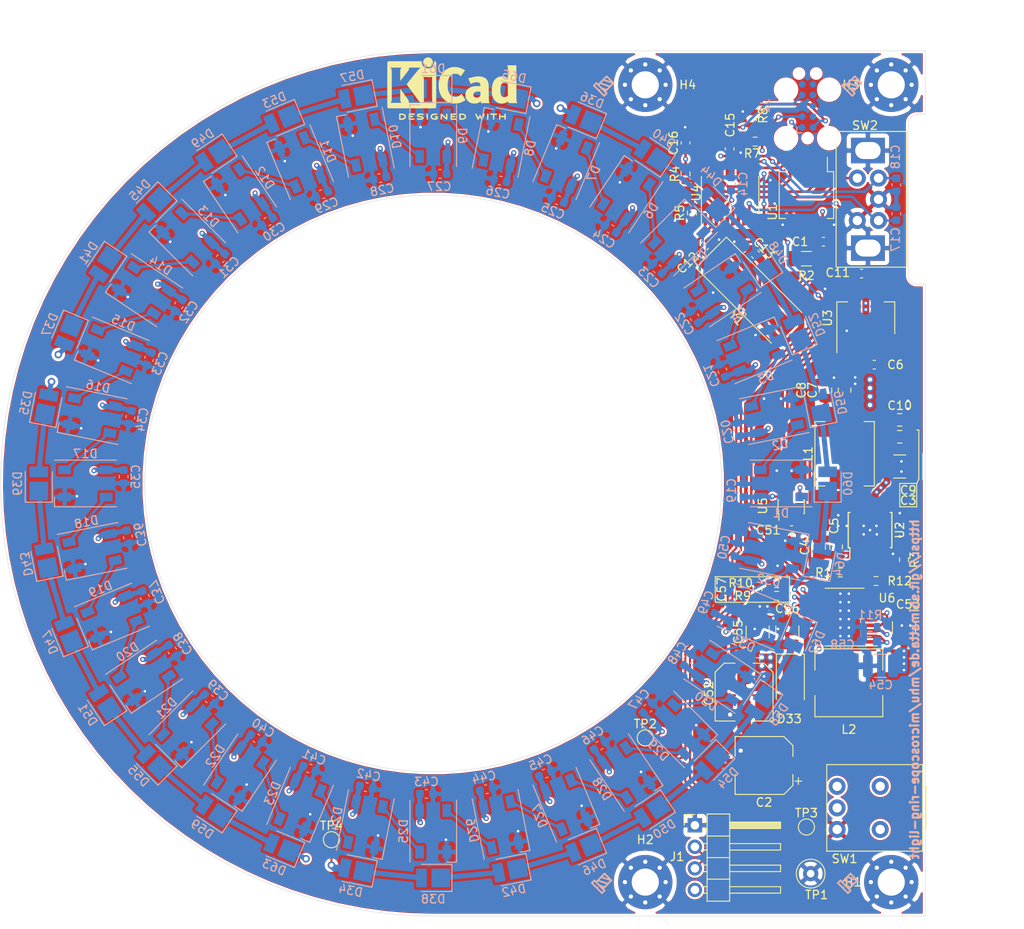
<source format=kicad_pcb>
(kicad_pcb (version 20171130) (host pcbnew 5.1.9)

  (general
    (thickness 1.6)
    (drawings 32)
    (tracks 1038)
    (zones 0)
    (modules 162)
    (nets 94)
  )

  (page A4)
  (title_block
    (title "Microscope Ring Light")
    (date 2021-04-07)
    (rev v2.0)
    (company Shimatta)
  )

  (layers
    (0 F.Cu signal)
    (1 In1.Cu power)
    (2 In2.Cu power)
    (31 B.Cu signal)
    (32 B.Adhes user)
    (33 F.Adhes user)
    (34 B.Paste user)
    (35 F.Paste user)
    (36 B.SilkS user)
    (37 F.SilkS user)
    (38 B.Mask user)
    (39 F.Mask user)
    (40 Dwgs.User user)
    (41 Cmts.User user)
    (42 Eco1.User user)
    (43 Eco2.User user)
    (44 Edge.Cuts user)
    (45 Margin user)
    (46 B.CrtYd user)
    (47 F.CrtYd user)
    (48 B.Fab user hide)
    (49 F.Fab user hide)
  )

  (setup
    (last_trace_width 0.25)
    (user_trace_width 0.3)
    (user_trace_width 0.6)
    (user_trace_width 0.8)
    (user_trace_width 2.5)
    (trace_clearance 0.2)
    (zone_clearance 0.3)
    (zone_45_only no)
    (trace_min 0.25)
    (via_size 0.8)
    (via_drill 0.4)
    (via_min_size 0.5)
    (via_min_drill 0.3)
    (user_via 0.6 0.3)
    (user_via 0.9 0.5)
    (uvia_size 0.3)
    (uvia_drill 0.1)
    (uvias_allowed no)
    (uvia_min_size 0.2)
    (uvia_min_drill 0.1)
    (edge_width 0.05)
    (segment_width 0.2)
    (pcb_text_width 0.3)
    (pcb_text_size 1.5 1.5)
    (mod_edge_width 0.12)
    (mod_text_size 1 1)
    (mod_text_width 0.15)
    (pad_size 1.205 1.55)
    (pad_drill 0)
    (pad_to_mask_clearance 0)
    (aux_axis_origin 70 70)
    (grid_origin 70 70)
    (visible_elements FFFFFF7F)
    (pcbplotparams
      (layerselection 0x010fc_ffffffff)
      (usegerberextensions true)
      (usegerberattributes true)
      (usegerberadvancedattributes true)
      (creategerberjobfile false)
      (excludeedgelayer true)
      (linewidth 0.100000)
      (plotframeref false)
      (viasonmask false)
      (mode 1)
      (useauxorigin false)
      (hpglpennumber 1)
      (hpglpenspeed 20)
      (hpglpendiameter 15.000000)
      (psnegative false)
      (psa4output false)
      (plotreference true)
      (plotvalue true)
      (plotinvisibletext false)
      (padsonsilk false)
      (subtractmaskfromsilk false)
      (outputformat 1)
      (mirror false)
      (drillshape 0)
      (scaleselection 1)
      (outputdirectory "gerber/"))
  )

  (net 0 "")
  (net 1 GND)
  (net 2 +3V3)
  (net 3 /TIM3_CH1)
  (net 4 /TIM3_CH2)
  (net 5 +12V)
  (net 6 +5V)
  (net 7 "Net-(D1-Pad4)")
  (net 8 "Net-(D1-Pad2)")
  (net 9 "Net-(D2-Pad4)")
  (net 10 "Net-(D3-Pad4)")
  (net 11 "Net-(D22-Pad4)")
  (net 12 "Net-(D4-Pad4)")
  (net 13 "Net-(D23-Pad4)")
  (net 14 "Net-(D5-Pad4)")
  (net 15 "Net-(D10-Pad2)")
  (net 16 "Net-(D10-Pad4)")
  (net 17 "Net-(D11-Pad4)")
  (net 18 "Net-(D12-Pad4)")
  (net 19 "Net-(D13-Pad4)")
  (net 20 "Net-(D14-Pad4)")
  (net 21 "Net-(D15-Pad4)")
  (net 22 "Net-(D16-Pad4)")
  (net 23 "Net-(D17-Pad4)")
  (net 24 "Net-(D18-Pad4)")
  (net 25 "Net-(D19-Pad4)")
  (net 26 "Net-(D20-Pad4)")
  (net 27 "Net-(D24-Pad4)")
  (net 28 /DMX+)
  (net 29 /DMX-)
  (net 30 /~RESET)
  (net 31 /STM_RX)
  (net 32 /STM_TX)
  (net 33 /SWCLK)
  (net 34 /SWDIO)
  (net 35 "/LED Grave/SK6812_DATA_IN")
  (net 36 /BUTTON)
  (net 37 "Net-(L1-Pad1)")
  (net 38 "Net-(C12-Pad1)")
  (net 39 "Net-(C13-Pad1)")
  (net 40 "Net-(D6-Pad4)")
  (net 41 "Net-(D7-Pad4)")
  (net 42 "Net-(D8-Pad4)")
  (net 43 "Net-(D21-Pad4)")
  (net 44 "Net-(D25-Pad4)")
  (net 45 "Net-(D26-Pad4)")
  (net 46 "Net-(D27-Pad4)")
  (net 47 "Net-(D28-Pad4)")
  (net 48 "Net-(D29-Pad4)")
  (net 49 "Net-(J1-Pad4)")
  (net 50 "Net-(D34-Pad1)")
  (net 51 "Net-(D35-Pad1)")
  (net 52 "Net-(D36-Pad1)")
  (net 53 "Net-(D37-Pad1)")
  (net 54 "Net-(D38-Pad1)")
  (net 55 "Net-(D39-Pad1)")
  (net 56 "Net-(D40-Pad1)")
  (net 57 "Net-(D41-Pad1)")
  (net 58 "Net-(D42-Pad1)")
  (net 59 "Net-(D43-Pad1)")
  (net 60 "Net-(D44-Pad1)")
  (net 61 "Net-(D45-Pad1)")
  (net 62 "Net-(D46-Pad1)")
  (net 63 "Net-(D47-Pad1)")
  (net 64 "Net-(D48-Pad1)")
  (net 65 "Net-(D49-Pad1)")
  (net 66 "Net-(D50-Pad1)")
  (net 67 "Net-(D51-Pad1)")
  (net 68 "Net-(D52-Pad1)")
  (net 69 "Net-(D53-Pad1)")
  (net 70 "Net-(D54-Pad1)")
  (net 71 "Net-(D55-Pad1)")
  (net 72 "Net-(D56-Pad1)")
  (net 73 "Net-(D57-Pad1)")
  (net 74 "Net-(D58-Pad1)")
  (net 75 "Net-(D59-Pad1)")
  (net 76 "Net-(D60-Pad1)")
  (net 77 "Net-(D61-Pad1)")
  (net 78 "Net-(D62-Pad1)")
  (net 79 "Net-(D63-Pad1)")
  (net 80 "Net-(R1-Pad2)")
  (net 81 /DMX_~RX~TX)
  (net 82 /WHITE_PWM)
  (net 83 /WhiteLEDs/LED_SUPPLY)
  (net 84 "Net-(D30-Pad4)")
  (net 85 "Net-(C57-Pad2)")
  (net 86 "Net-(C58-Pad1)")
  (net 87 "Net-(D31-Pad4)")
  (net 88 "Net-(D33-Pad2)")
  (net 89 "Net-(D64-Pad1)")
  (net 90 "Net-(D65-Pad1)")
  (net 91 "Net-(R5-Pad1)")
  (net 92 "Net-(R11-Pad2)")
  (net 93 "Net-(R12-Pad1)")

  (net_class Default "This is the default net class."
    (clearance 0.2)
    (trace_width 0.25)
    (via_dia 0.8)
    (via_drill 0.4)
    (uvia_dia 0.3)
    (uvia_drill 0.1)
    (diff_pair_width 0.3)
    (diff_pair_gap 0.26)
    (add_net +12V)
    (add_net +3V3)
    (add_net +5V)
    (add_net /BUTTON)
    (add_net /DMX_~RX~TX)
    (add_net "/LED Grave/SK6812_DATA_IN")
    (add_net /STM_RX)
    (add_net /STM_TX)
    (add_net /SWCLK)
    (add_net /SWDIO)
    (add_net /TIM3_CH1)
    (add_net /TIM3_CH2)
    (add_net /WHITE_PWM)
    (add_net /~RESET)
    (add_net GND)
    (add_net "Net-(C12-Pad1)")
    (add_net "Net-(C13-Pad1)")
    (add_net "Net-(C57-Pad2)")
    (add_net "Net-(C58-Pad1)")
    (add_net "Net-(D1-Pad2)")
    (add_net "Net-(D1-Pad4)")
    (add_net "Net-(D10-Pad2)")
    (add_net "Net-(D10-Pad4)")
    (add_net "Net-(D11-Pad4)")
    (add_net "Net-(D12-Pad4)")
    (add_net "Net-(D13-Pad4)")
    (add_net "Net-(D14-Pad4)")
    (add_net "Net-(D15-Pad4)")
    (add_net "Net-(D16-Pad4)")
    (add_net "Net-(D17-Pad4)")
    (add_net "Net-(D18-Pad4)")
    (add_net "Net-(D19-Pad4)")
    (add_net "Net-(D2-Pad4)")
    (add_net "Net-(D20-Pad4)")
    (add_net "Net-(D21-Pad4)")
    (add_net "Net-(D22-Pad4)")
    (add_net "Net-(D23-Pad4)")
    (add_net "Net-(D24-Pad4)")
    (add_net "Net-(D25-Pad4)")
    (add_net "Net-(D26-Pad4)")
    (add_net "Net-(D27-Pad4)")
    (add_net "Net-(D28-Pad4)")
    (add_net "Net-(D29-Pad4)")
    (add_net "Net-(D3-Pad4)")
    (add_net "Net-(D30-Pad4)")
    (add_net "Net-(D31-Pad4)")
    (add_net "Net-(D33-Pad2)")
    (add_net "Net-(D34-Pad1)")
    (add_net "Net-(D35-Pad1)")
    (add_net "Net-(D36-Pad1)")
    (add_net "Net-(D37-Pad1)")
    (add_net "Net-(D38-Pad1)")
    (add_net "Net-(D39-Pad1)")
    (add_net "Net-(D4-Pad4)")
    (add_net "Net-(D40-Pad1)")
    (add_net "Net-(D41-Pad1)")
    (add_net "Net-(D42-Pad1)")
    (add_net "Net-(D43-Pad1)")
    (add_net "Net-(D44-Pad1)")
    (add_net "Net-(D45-Pad1)")
    (add_net "Net-(D46-Pad1)")
    (add_net "Net-(D47-Pad1)")
    (add_net "Net-(D48-Pad1)")
    (add_net "Net-(D49-Pad1)")
    (add_net "Net-(D5-Pad4)")
    (add_net "Net-(D50-Pad1)")
    (add_net "Net-(D51-Pad1)")
    (add_net "Net-(D52-Pad1)")
    (add_net "Net-(D53-Pad1)")
    (add_net "Net-(D54-Pad1)")
    (add_net "Net-(D55-Pad1)")
    (add_net "Net-(D56-Pad1)")
    (add_net "Net-(D57-Pad1)")
    (add_net "Net-(D58-Pad1)")
    (add_net "Net-(D59-Pad1)")
    (add_net "Net-(D6-Pad4)")
    (add_net "Net-(D60-Pad1)")
    (add_net "Net-(D61-Pad1)")
    (add_net "Net-(D62-Pad1)")
    (add_net "Net-(D63-Pad1)")
    (add_net "Net-(D64-Pad1)")
    (add_net "Net-(D65-Pad1)")
    (add_net "Net-(D7-Pad4)")
    (add_net "Net-(D8-Pad4)")
    (add_net "Net-(J1-Pad4)")
    (add_net "Net-(L1-Pad1)")
    (add_net "Net-(R1-Pad2)")
    (add_net "Net-(R11-Pad2)")
    (add_net "Net-(R12-Pad1)")
    (add_net "Net-(R5-Pad1)")
  )

  (net_class DMX-DIFF120 ""
    (clearance 0.2)
    (trace_width 0.25)
    (via_dia 0.6)
    (via_drill 0.3)
    (uvia_dia 0.3)
    (uvia_drill 0.1)
    (diff_pair_width 0.25)
    (diff_pair_gap 0.3)
    (add_net /DMX+)
    (add_net /DMX-)
  )

  (net_class LED_SUPPLY ""
    (clearance 0.35)
    (trace_width 0.25)
    (via_dia 0.8)
    (via_drill 0.4)
    (uvia_dia 0.3)
    (uvia_drill 0.1)
    (diff_pair_width 0.3)
    (diff_pair_gap 0.25)
    (add_net /WhiteLEDs/LED_SUPPLY)
  )

  (module shimatta_switch:EN11-VSM (layer F.Cu) (tedit 60201AA5) (tstamp 6068A86B)
    (at 122.5 36.5)
    (path /606929D5)
    (fp_text reference SW2 (at -1.6 -8.7) (layer F.SilkS)
      (effects (font (size 1 1) (thickness 0.15)))
    )
    (fp_text value EN11-VSM (at 2.25 0 90) (layer F.Fab)
      (effects (font (size 1 1) (thickness 0.15)))
    )
    (fp_line (start -5 -8) (end 3.35 -8) (layer F.Fab) (width 0.12))
    (fp_line (start -5 -8) (end -5 8) (layer F.Fab) (width 0.12))
    (fp_line (start -5 8) (end 3.35 8) (layer F.Fab) (width 0.12))
    (fp_line (start 3.35 -8) (end 3.35 8) (layer F.Fab) (width 0.12))
    (fp_line (start 3.35 -3.5) (end 8 -3.5) (layer F.Fab) (width 0.12))
    (fp_line (start 3.35 3.5) (end 8 3.5) (layer F.Fab) (width 0.12))
    (fp_line (start 8 -3.5) (end 8 3.5) (layer F.Fab) (width 0.12))
    (fp_line (start 8 -3) (end 16.15 -3) (layer F.Fab) (width 0.12))
    (fp_line (start 16.15 -3) (end 16.15 3) (layer F.Fab) (width 0.12))
    (fp_line (start 16.15 3) (end 8 3) (layer F.Fab) (width 0.12))
    (fp_line (start -5 -8) (end 3.35 -8) (layer F.SilkS) (width 0.12))
    (fp_line (start 3.35 -8) (end 3.35 8) (layer F.SilkS) (width 0.12))
    (fp_line (start 3.35 8) (end -5 8) (layer F.SilkS) (width 0.12))
    (fp_line (start -5 8) (end -5 -8) (layer F.SilkS) (width 0.12))
    (pad MP thru_hole rect (at -1.25 5.75) (size 4 3) (drill oval 3 2) (layers *.Cu *.Mask)
      (net 1 GND))
    (pad MP thru_hole rect (at -1.25 -5.75) (size 4 3) (drill oval 3 2) (layers *.Cu *.Mask)
      (net 1 GND))
    (pad S2 thru_hole circle (at -2.5 2.5) (size 2 2) (drill 1.1) (layers *.Cu *.Mask)
      (net 1 GND))
    (pad S1 thru_hole circle (at -2.5 -2.5) (size 2 2) (drill 1.1) (layers *.Cu *.Mask)
      (net 36 /BUTTON))
    (pad C thru_hole circle (at 0 0) (size 2 2) (drill 1.1) (layers *.Cu *.Mask)
      (net 1 GND))
    (pad B thru_hole circle (at 0 -2.5) (size 2 2) (drill 1.1) (layers *.Cu *.Mask)
      (net 4 /TIM3_CH2))
    (pad A thru_hole circle (at 0 2.5) (size 2 2) (drill 1.1) (layers *.Cu *.Mask)
      (net 3 /TIM3_CH1))
  )

  (module Capacitor_SMD:C_0805_2012Metric (layer F.Cu) (tedit 5F68FEEE) (tstamp 60622F58)
    (at 125 62.5)
    (descr "Capacitor SMD 0805 (2012 Metric), square (rectangular) end terminal, IPC_7351 nominal, (Body size source: IPC-SM-782 page 76, https://www.pcb-3d.com/wordpress/wp-content/uploads/ipc-sm-782a_amendment_1_and_2.pdf, https://docs.google.com/spreadsheets/d/1BsfQQcO9C6DZCsRaXUlFlo91Tg2WpOkGARC1WS5S8t0/edit?usp=sharing), generated with kicad-footprint-generator")
    (tags capacitor)
    (path /600E7362)
    (attr smd)
    (fp_text reference C10 (at 0 -1.68) (layer F.SilkS)
      (effects (font (size 1 1) (thickness 0.15)))
    )
    (fp_text value 10u (at 0 1.68) (layer F.Fab)
      (effects (font (size 1 1) (thickness 0.15)))
    )
    (fp_line (start 1.7 0.98) (end -1.7 0.98) (layer F.CrtYd) (width 0.05))
    (fp_line (start 1.7 -0.98) (end 1.7 0.98) (layer F.CrtYd) (width 0.05))
    (fp_line (start -1.7 -0.98) (end 1.7 -0.98) (layer F.CrtYd) (width 0.05))
    (fp_line (start -1.7 0.98) (end -1.7 -0.98) (layer F.CrtYd) (width 0.05))
    (fp_line (start -0.261252 0.735) (end 0.261252 0.735) (layer F.SilkS) (width 0.12))
    (fp_line (start -0.261252 -0.735) (end 0.261252 -0.735) (layer F.SilkS) (width 0.12))
    (fp_line (start 1 0.625) (end -1 0.625) (layer F.Fab) (width 0.1))
    (fp_line (start 1 -0.625) (end 1 0.625) (layer F.Fab) (width 0.1))
    (fp_line (start -1 -0.625) (end 1 -0.625) (layer F.Fab) (width 0.1))
    (fp_line (start -1 0.625) (end -1 -0.625) (layer F.Fab) (width 0.1))
    (fp_text user %R (at 0 0) (layer F.Fab)
      (effects (font (size 0.5 0.5) (thickness 0.08)))
    )
    (pad 2 smd roundrect (at 0.95 0) (size 1 1.45) (layers F.Cu F.Paste F.Mask) (roundrect_rratio 0.25)
      (net 1 GND))
    (pad 1 smd roundrect (at -0.95 0) (size 1 1.45) (layers F.Cu F.Paste F.Mask) (roundrect_rratio 0.25)
      (net 6 +5V))
    (model ${KISYS3DMOD}/Capacitor_SMD.3dshapes/C_0805_2012Metric.wrl
      (at (xyz 0 0 0))
      (scale (xyz 1 1 1))
      (rotate (xyz 0 0 0))
    )
  )

  (module Capacitor_SMD:C_0805_2012Metric (layer F.Cu) (tedit 5F68FEEE) (tstamp 60622E53)
    (at 125 64.5)
    (descr "Capacitor SMD 0805 (2012 Metric), square (rectangular) end terminal, IPC_7351 nominal, (Body size source: IPC-SM-782 page 76, https://www.pcb-3d.com/wordpress/wp-content/uploads/ipc-sm-782a_amendment_1_and_2.pdf, https://docs.google.com/spreadsheets/d/1BsfQQcO9C6DZCsRaXUlFlo91Tg2WpOkGARC1WS5S8t0/edit?usp=sharing), generated with kicad-footprint-generator")
    (tags capacitor)
    (path /600E6713)
    (attr smd)
    (fp_text reference C9 (at 1 6.3) (layer F.SilkS)
      (effects (font (size 1 1) (thickness 0.15)))
    )
    (fp_text value 10u (at 0 1.68) (layer F.Fab)
      (effects (font (size 1 1) (thickness 0.15)))
    )
    (fp_line (start 1.7 0.98) (end -1.7 0.98) (layer F.CrtYd) (width 0.05))
    (fp_line (start 1.7 -0.98) (end 1.7 0.98) (layer F.CrtYd) (width 0.05))
    (fp_line (start -1.7 -0.98) (end 1.7 -0.98) (layer F.CrtYd) (width 0.05))
    (fp_line (start -1.7 0.98) (end -1.7 -0.98) (layer F.CrtYd) (width 0.05))
    (fp_line (start -0.261252 0.735) (end 0.261252 0.735) (layer F.SilkS) (width 0.12))
    (fp_line (start -0.261252 -0.735) (end 0.261252 -0.735) (layer F.SilkS) (width 0.12))
    (fp_line (start 1 0.625) (end -1 0.625) (layer F.Fab) (width 0.1))
    (fp_line (start 1 -0.625) (end 1 0.625) (layer F.Fab) (width 0.1))
    (fp_line (start -1 -0.625) (end 1 -0.625) (layer F.Fab) (width 0.1))
    (fp_line (start -1 0.625) (end -1 -0.625) (layer F.Fab) (width 0.1))
    (fp_text user %R (at 0 0) (layer F.Fab)
      (effects (font (size 0.5 0.5) (thickness 0.08)))
    )
    (pad 2 smd roundrect (at 0.95 0) (size 1 1.45) (layers F.Cu F.Paste F.Mask) (roundrect_rratio 0.25)
      (net 1 GND))
    (pad 1 smd roundrect (at -0.95 0) (size 1 1.45) (layers F.Cu F.Paste F.Mask) (roundrect_rratio 0.25)
      (net 6 +5V))
    (model ${KISYS3DMOD}/Capacitor_SMD.3dshapes/C_0805_2012Metric.wrl
      (at (xyz 0 0 0))
      (scale (xyz 1 1 1))
      (rotate (xyz 0 0 0))
    )
  )

  (module Capacitor_SMD:C_0805_2012Metric (layer F.Cu) (tedit 5F68FEEE) (tstamp 60622F22)
    (at 116.25 59 90)
    (descr "Capacitor SMD 0805 (2012 Metric), square (rectangular) end terminal, IPC_7351 nominal, (Body size source: IPC-SM-782 page 76, https://www.pcb-3d.com/wordpress/wp-content/uploads/ipc-sm-782a_amendment_1_and_2.pdf, https://docs.google.com/spreadsheets/d/1BsfQQcO9C6DZCsRaXUlFlo91Tg2WpOkGARC1WS5S8t0/edit?usp=sharing), generated with kicad-footprint-generator")
    (tags capacitor)
    (path /600E635C)
    (attr smd)
    (fp_text reference C8 (at 0 -2.85 90) (layer F.SilkS)
      (effects (font (size 1 1) (thickness 0.15)))
    )
    (fp_text value 10u (at 0 1.68 90) (layer F.Fab)
      (effects (font (size 1 1) (thickness 0.15)))
    )
    (fp_line (start 1.7 0.98) (end -1.7 0.98) (layer F.CrtYd) (width 0.05))
    (fp_line (start 1.7 -0.98) (end 1.7 0.98) (layer F.CrtYd) (width 0.05))
    (fp_line (start -1.7 -0.98) (end 1.7 -0.98) (layer F.CrtYd) (width 0.05))
    (fp_line (start -1.7 0.98) (end -1.7 -0.98) (layer F.CrtYd) (width 0.05))
    (fp_line (start -0.261252 0.735) (end 0.261252 0.735) (layer F.SilkS) (width 0.12))
    (fp_line (start -0.261252 -0.735) (end 0.261252 -0.735) (layer F.SilkS) (width 0.12))
    (fp_line (start 1 0.625) (end -1 0.625) (layer F.Fab) (width 0.1))
    (fp_line (start 1 -0.625) (end 1 0.625) (layer F.Fab) (width 0.1))
    (fp_line (start -1 -0.625) (end 1 -0.625) (layer F.Fab) (width 0.1))
    (fp_line (start -1 0.625) (end -1 -0.625) (layer F.Fab) (width 0.1))
    (fp_text user %R (at 0 0 90) (layer F.Fab)
      (effects (font (size 0.5 0.5) (thickness 0.08)))
    )
    (pad 2 smd roundrect (at 0.95 0 90) (size 1 1.45) (layers F.Cu F.Paste F.Mask) (roundrect_rratio 0.25)
      (net 1 GND))
    (pad 1 smd roundrect (at -0.95 0 90) (size 1 1.45) (layers F.Cu F.Paste F.Mask) (roundrect_rratio 0.25)
      (net 6 +5V))
    (model ${KISYS3DMOD}/Capacitor_SMD.3dshapes/C_0805_2012Metric.wrl
      (at (xyz 0 0 0))
      (scale (xyz 1 1 1))
      (rotate (xyz 0 0 0))
    )
  )

  (module Capacitor_SMD:C_0805_2012Metric (layer F.Cu) (tedit 5F68FEEE) (tstamp 60622FFD)
    (at 118.5 59 90)
    (descr "Capacitor SMD 0805 (2012 Metric), square (rectangular) end terminal, IPC_7351 nominal, (Body size source: IPC-SM-782 page 76, https://www.pcb-3d.com/wordpress/wp-content/uploads/ipc-sm-782a_amendment_1_and_2.pdf, https://docs.google.com/spreadsheets/d/1BsfQQcO9C6DZCsRaXUlFlo91Tg2WpOkGARC1WS5S8t0/edit?usp=sharing), generated with kicad-footprint-generator")
    (tags capacitor)
    (path /600E5144)
    (attr smd)
    (fp_text reference C7 (at 0 -3.8 90) (layer F.SilkS)
      (effects (font (size 1 1) (thickness 0.15)))
    )
    (fp_text value 10u (at 0 1.68 90) (layer F.Fab)
      (effects (font (size 1 1) (thickness 0.15)))
    )
    (fp_line (start 1.7 0.98) (end -1.7 0.98) (layer F.CrtYd) (width 0.05))
    (fp_line (start 1.7 -0.98) (end 1.7 0.98) (layer F.CrtYd) (width 0.05))
    (fp_line (start -1.7 -0.98) (end 1.7 -0.98) (layer F.CrtYd) (width 0.05))
    (fp_line (start -1.7 0.98) (end -1.7 -0.98) (layer F.CrtYd) (width 0.05))
    (fp_line (start -0.261252 0.735) (end 0.261252 0.735) (layer F.SilkS) (width 0.12))
    (fp_line (start -0.261252 -0.735) (end 0.261252 -0.735) (layer F.SilkS) (width 0.12))
    (fp_line (start 1 0.625) (end -1 0.625) (layer F.Fab) (width 0.1))
    (fp_line (start 1 -0.625) (end 1 0.625) (layer F.Fab) (width 0.1))
    (fp_line (start -1 -0.625) (end 1 -0.625) (layer F.Fab) (width 0.1))
    (fp_line (start -1 0.625) (end -1 -0.625) (layer F.Fab) (width 0.1))
    (fp_text user %R (at 0 0 90) (layer F.Fab)
      (effects (font (size 0.5 0.5) (thickness 0.08)))
    )
    (pad 2 smd roundrect (at 0.95 0 90) (size 1 1.45) (layers F.Cu F.Paste F.Mask) (roundrect_rratio 0.25)
      (net 1 GND))
    (pad 1 smd roundrect (at -0.95 0 90) (size 1 1.45) (layers F.Cu F.Paste F.Mask) (roundrect_rratio 0.25)
      (net 6 +5V))
    (model ${KISYS3DMOD}/Capacitor_SMD.3dshapes/C_0805_2012Metric.wrl
      (at (xyz 0 0 0))
      (scale (xyz 1 1 1))
      (rotate (xyz 0 0 0))
    )
  )

  (module shimatta_inductor:FerroCore_DE0704 (layer F.Cu) (tedit 606204E6) (tstamp 6062A4A1)
    (at 119 93.5 180)
    (path /606770DB/60625C92)
    (fp_text reference L2 (at 0 -5.5) (layer F.SilkS)
      (effects (font (size 1 1) (thickness 0.15)))
    )
    (fp_text value DE0704-22 (at 0 -2) (layer F.Fab)
      (effects (font (size 1 1) (thickness 0.15)))
    )
    (fp_line (start -4 4) (end -4 1.5) (layer F.SilkS) (width 0.12))
    (fp_line (start 4 4) (end -4 4) (layer F.SilkS) (width 0.12))
    (fp_line (start 4 1.5) (end 4 4) (layer F.SilkS) (width 0.12))
    (fp_line (start 4 -4) (end 4 -1.5) (layer F.SilkS) (width 0.12))
    (fp_line (start -4 -4) (end 4 -4) (layer F.SilkS) (width 0.12))
    (fp_line (start -4 -1.5) (end -4 -4) (layer F.SilkS) (width 0.12))
    (fp_line (start -4.5 -4) (end 4.5 -4) (layer F.CrtYd) (width 0.12))
    (fp_line (start 4.5 -4) (end 4.5 4) (layer F.CrtYd) (width 0.12))
    (fp_line (start 4.5 4) (end -4.5 4) (layer F.CrtYd) (width 0.12))
    (fp_line (start -4.5 4) (end -4.5 -4) (layer F.CrtYd) (width 0.12))
    (fp_line (start -2.75 -3.75) (end 2.75 -3.75) (layer F.Fab) (width 0.12))
    (fp_line (start 3.75 -2.75) (end 3.75 2.75) (layer F.Fab) (width 0.12))
    (fp_line (start 2.75 3.75) (end -2.75 3.75) (layer F.Fab) (width 0.12))
    (fp_line (start -3.75 2.75) (end -3.75 -2.75) (layer F.Fab) (width 0.12))
    (fp_circle (center 0 0) (end 3.25 0) (layer F.Fab) (width 0.12))
    (fp_arc (start -2.75 2.75) (end -3.75 2.75) (angle -90) (layer F.Fab) (width 0.12))
    (fp_arc (start 2.75 2.75) (end 2.75 3.75) (angle -90) (layer F.Fab) (width 0.12))
    (fp_arc (start 2.75 -2.75) (end 3.75 -2.75) (angle -90) (layer F.Fab) (width 0.12))
    (fp_arc (start -2.75 -2.75) (end -2.75 -3.75) (angle -90) (layer F.Fab) (width 0.12))
    (pad 2 smd rect (at 3.5 0 180) (size 1.6 2.2) (layers F.Cu F.Paste F.Mask)
      (net 88 "Net-(D33-Pad2)"))
    (pad 1 smd rect (at -3.5 0 180) (size 1.6 2.2) (layers F.Cu F.Paste F.Mask)
      (net 5 +12V))
  )

  (module Symbol:KiCad-Logo2_6mm_SilkScreen (layer F.Cu) (tedit 0) (tstamp 6061956D)
    (at 72.25 22.75)
    (descr "KiCad Logo")
    (tags "Logo KiCad")
    (attr virtual)
    (fp_text reference REF** (at 0 -5.08) (layer F.SilkS) hide
      (effects (font (size 1 1) (thickness 0.15)))
    )
    (fp_text value KiCad-Logo2_6mm_SilkScreen (at 0 6.35) (layer F.Fab) hide
      (effects (font (size 1 1) (thickness 0.15)))
    )
    (fp_poly (pts (xy -6.109663 3.635258) (xy -6.070181 3.635659) (xy -5.954492 3.638451) (xy -5.857603 3.646742)
      (xy -5.776211 3.661424) (xy -5.707015 3.683385) (xy -5.646712 3.713514) (xy -5.592 3.752702)
      (xy -5.572459 3.769724) (xy -5.540042 3.809555) (xy -5.510812 3.863605) (xy -5.488283 3.923515)
      (xy -5.475971 3.980931) (xy -5.474692 4.002148) (xy -5.482709 4.060961) (xy -5.504191 4.125205)
      (xy -5.535291 4.186013) (xy -5.572158 4.234522) (xy -5.578146 4.240374) (xy -5.628871 4.281513)
      (xy -5.684417 4.313627) (xy -5.747988 4.337557) (xy -5.822786 4.354145) (xy -5.912014 4.364233)
      (xy -6.018874 4.368661) (xy -6.06782 4.369037) (xy -6.130054 4.368737) (xy -6.17382 4.367484)
      (xy -6.203223 4.364746) (xy -6.222371 4.359993) (xy -6.235369 4.352693) (xy -6.242337 4.346459)
      (xy -6.248918 4.338886) (xy -6.25408 4.329116) (xy -6.257995 4.314532) (xy -6.260835 4.292518)
      (xy -6.262772 4.260456) (xy -6.263976 4.215728) (xy -6.26462 4.155718) (xy -6.264875 4.077809)
      (xy -6.264914 4.002148) (xy -6.265162 3.901233) (xy -6.265109 3.820619) (xy -6.264149 3.782014)
      (xy -6.118159 3.782014) (xy -6.118159 4.222281) (xy -6.025026 4.222196) (xy -5.968985 4.220588)
      (xy -5.910291 4.216448) (xy -5.86132 4.210656) (xy -5.85983 4.210418) (xy -5.780684 4.191282)
      (xy -5.719294 4.161479) (xy -5.672597 4.11907) (xy -5.642927 4.073153) (xy -5.624645 4.022218)
      (xy -5.626063 3.974392) (xy -5.64728 3.923125) (xy -5.688781 3.870091) (xy -5.74629 3.830792)
      (xy -5.821042 3.804523) (xy -5.871 3.795227) (xy -5.927708 3.788699) (xy -5.987811 3.783974)
      (xy -6.038931 3.782009) (xy -6.041959 3.782) (xy -6.118159 3.782014) (xy -6.264149 3.782014)
      (xy -6.263552 3.758043) (xy -6.25929 3.711247) (xy -6.251122 3.67797) (xy -6.237848 3.655951)
      (xy -6.218266 3.642931) (xy -6.191175 3.636649) (xy -6.155374 3.634845) (xy -6.109663 3.635258)) (layer F.SilkS) (width 0.01))
    (fp_poly (pts (xy -4.701086 3.635338) (xy -4.631678 3.63571) (xy -4.579289 3.636577) (xy -4.541139 3.638138)
      (xy -4.514451 3.640595) (xy -4.496445 3.644149) (xy -4.484341 3.649002) (xy -4.475361 3.655353)
      (xy -4.47211 3.658276) (xy -4.452335 3.689334) (xy -4.448774 3.72502) (xy -4.461783 3.756702)
      (xy -4.467798 3.763105) (xy -4.477527 3.769313) (xy -4.493193 3.774102) (xy -4.5177 3.777706)
      (xy -4.553953 3.780356) (xy -4.604857 3.782287) (xy -4.673318 3.783731) (xy -4.735909 3.78461)
      (xy -4.983626 3.787659) (xy -4.987011 3.85257) (xy -4.990397 3.917481) (xy -4.82225 3.917481)
      (xy -4.749251 3.918111) (xy -4.695809 3.920745) (xy -4.65892 3.926501) (xy -4.63558 3.936496)
      (xy -4.622786 3.951848) (xy -4.617534 3.973674) (xy -4.616737 3.99393) (xy -4.619215 4.018784)
      (xy -4.628569 4.037098) (xy -4.647675 4.049829) (xy -4.67941 4.057933) (xy -4.726651 4.062368)
      (xy -4.792275 4.064091) (xy -4.828093 4.064237) (xy -4.98927 4.064237) (xy -4.98927 4.222281)
      (xy -4.740914 4.222281) (xy -4.659505 4.222394) (xy -4.597634 4.222904) (xy -4.55226 4.224062)
      (xy -4.520346 4.226122) (xy -4.498851 4.229338) (xy -4.484735 4.233964) (xy -4.47496 4.240251)
      (xy -4.469981 4.244859) (xy -4.452902 4.271752) (xy -4.447403 4.295659) (xy -4.455255 4.324859)
      (xy -4.469981 4.346459) (xy -4.477838 4.353258) (xy -4.48798 4.358538) (xy -4.503136 4.36249)
      (xy -4.526033 4.365305) (xy -4.559401 4.367174) (xy -4.605967 4.36829) (xy -4.668459 4.368843)
      (xy -4.749606 4.369025) (xy -4.791714 4.369037) (xy -4.88189 4.368957) (xy -4.952216 4.36859)
      (xy -5.005421 4.367744) (xy -5.044232 4.366228) (xy -5.071379 4.363851) (xy -5.08959 4.360421)
      (xy -5.101592 4.355746) (xy -5.110114 4.349636) (xy -5.113448 4.346459) (xy -5.120047 4.338862)
      (xy -5.125219 4.329062) (xy -5.129138 4.314431) (xy -5.131976 4.292344) (xy -5.133907 4.260174)
      (xy -5.135104 4.215295) (xy -5.13574 4.155081) (xy -5.135989 4.076905) (xy -5.136026 4.004115)
      (xy -5.135992 3.910899) (xy -5.135757 3.837623) (xy -5.135122 3.78165) (xy -5.133886 3.740343)
      (xy -5.131848 3.711064) (xy -5.128809 3.691176) (xy -5.124569 3.678042) (xy -5.118927 3.669024)
      (xy -5.111683 3.661485) (xy -5.109898 3.659804) (xy -5.101237 3.652364) (xy -5.091174 3.646601)
      (xy -5.076917 3.642304) (xy -5.055675 3.639256) (xy -5.024656 3.637243) (xy -4.981069 3.636052)
      (xy -4.922123 3.635467) (xy -4.845026 3.635275) (xy -4.790293 3.635259) (xy -4.701086 3.635338)) (layer F.SilkS) (width 0.01))
    (fp_poly (pts (xy -3.679995 3.636543) (xy -3.60518 3.641773) (xy -3.535598 3.649942) (xy -3.475294 3.660742)
      (xy -3.428312 3.673865) (xy -3.398698 3.689005) (xy -3.394152 3.693461) (xy -3.378346 3.728042)
      (xy -3.383139 3.763543) (xy -3.407656 3.793917) (xy -3.408826 3.794788) (xy -3.423246 3.804146)
      (xy -3.4383 3.809068) (xy -3.459297 3.809665) (xy -3.491549 3.806053) (xy -3.540365 3.798346)
      (xy -3.544292 3.797697) (xy -3.617031 3.788761) (xy -3.695509 3.784353) (xy -3.774219 3.784311)
      (xy -3.847653 3.788471) (xy -3.910303 3.796671) (xy -3.956662 3.808749) (xy -3.959708 3.809963)
      (xy -3.99334 3.828807) (xy -4.005156 3.847877) (xy -3.995906 3.866631) (xy -3.966339 3.884529)
      (xy -3.917203 3.901029) (xy -3.849249 3.915588) (xy -3.803937 3.922598) (xy -3.709748 3.936081)
      (xy -3.634836 3.948406) (xy -3.576009 3.960641) (xy -3.530077 3.973853) (xy -3.493847 3.989109)
      (xy -3.46413 4.007477) (xy -3.437734 4.030023) (xy -3.416522 4.052163) (xy -3.391357 4.083011)
      (xy -3.378973 4.109537) (xy -3.3751 4.142218) (xy -3.374959 4.154187) (xy -3.377868 4.193904)
      (xy -3.389494 4.223451) (xy -3.409615 4.249678) (xy -3.450508 4.289768) (xy -3.496109 4.320341)
      (xy -3.549805 4.342395) (xy -3.614984 4.356927) (xy -3.695036 4.364933) (xy -3.793349 4.36741)
      (xy -3.809581 4.367369) (xy -3.875141 4.36601) (xy -3.940158 4.362922) (xy -3.997544 4.358548)
      (xy -4.040214 4.353332) (xy -4.043664 4.352733) (xy -4.086088 4.342683) (xy -4.122072 4.329988)
      (xy -4.142442 4.318382) (xy -4.161399 4.287764) (xy -4.162719 4.25211) (xy -4.146377 4.220336)
      (xy -4.142721 4.216743) (xy -4.127607 4.206068) (xy -4.108707 4.201468) (xy -4.079454 4.202251)
      (xy -4.043943 4.206319) (xy -4.004262 4.209954) (xy -3.948637 4.21302) (xy -3.883698 4.215245)
      (xy -3.816077 4.216356) (xy -3.798292 4.216429) (xy -3.73042 4.216156) (xy -3.680746 4.214838)
      (xy -3.644902 4.212019) (xy -3.618516 4.207242) (xy -3.597218 4.200049) (xy -3.584418 4.194059)
      (xy -3.556292 4.177425) (xy -3.53836 4.16236) (xy -3.535739 4.158089) (xy -3.541268 4.140455)
      (xy -3.567552 4.123384) (xy -3.61277 4.10765) (xy -3.6751 4.09403) (xy -3.693463 4.090996)
      (xy -3.789382 4.07593) (xy -3.865933 4.063338) (xy -3.926072 4.052303) (xy -3.972752 4.041912)
      (xy -4.008929 4.031248) (xy -4.037557 4.019397) (xy -4.06159 4.005443) (xy -4.083984 3.988473)
      (xy -4.107694 3.96757) (xy -4.115672 3.960241) (xy -4.143645 3.932891) (xy -4.158452 3.911221)
      (xy -4.164244 3.886424) (xy -4.165181 3.855175) (xy -4.154867 3.793897) (xy -4.124044 3.741832)
      (xy -4.072887 3.69915) (xy -4.001575 3.666017) (xy -3.950692 3.651156) (xy -3.895392 3.641558)
      (xy -3.829145 3.636128) (xy -3.755998 3.634559) (xy -3.679995 3.636543)) (layer F.SilkS) (width 0.01))
    (fp_poly (pts (xy -2.912114 3.657837) (xy -2.905534 3.66541) (xy -2.900371 3.675179) (xy -2.896456 3.689763)
      (xy -2.893616 3.711777) (xy -2.891679 3.74384) (xy -2.890475 3.788567) (xy -2.889831 3.848577)
      (xy -2.889576 3.926486) (xy -2.889537 4.002148) (xy -2.889606 4.095994) (xy -2.88993 4.169881)
      (xy -2.890678 4.226424) (xy -2.892024 4.268241) (xy -2.894138 4.297949) (xy -2.897192 4.318165)
      (xy -2.901358 4.331506) (xy -2.906808 4.34059) (xy -2.912114 4.346459) (xy -2.945118 4.366139)
      (xy -2.980283 4.364373) (xy -3.011747 4.342909) (xy -3.018976 4.334529) (xy -3.024626 4.324806)
      (xy -3.028891 4.311053) (xy -3.031965 4.290581) (xy -3.034044 4.260704) (xy -3.035322 4.218733)
      (xy -3.035993 4.161981) (xy -3.036251 4.087759) (xy -3.036292 4.003729) (xy -3.036292 3.690677)
      (xy -3.008583 3.662968) (xy -2.974429 3.639655) (xy -2.941298 3.638815) (xy -2.912114 3.657837)) (layer F.SilkS) (width 0.01))
    (fp_poly (pts (xy -1.938373 3.640791) (xy -1.869857 3.652287) (xy -1.817235 3.670159) (xy -1.783 3.693691)
      (xy -1.773671 3.707116) (xy -1.764185 3.73834) (xy -1.770569 3.766587) (xy -1.790722 3.793374)
      (xy -1.822037 3.805905) (xy -1.867475 3.804888) (xy -1.902618 3.798098) (xy -1.980711 3.785163)
      (xy -2.060518 3.783934) (xy -2.149847 3.794433) (xy -2.174521 3.798882) (xy -2.257583 3.8223)
      (xy -2.322565 3.857137) (xy -2.368753 3.902796) (xy -2.395437 3.958686) (xy -2.400955 3.98758)
      (xy -2.397343 4.046204) (xy -2.374021 4.098071) (xy -2.333116 4.14217) (xy -2.276751 4.177491)
      (xy -2.207052 4.203021) (xy -2.126144 4.217751) (xy -2.036152 4.22067) (xy -1.939202 4.210767)
      (xy -1.933728 4.209833) (xy -1.895167 4.202651) (xy -1.873786 4.195713) (xy -1.864519 4.185419)
      (xy -1.862298 4.168168) (xy -1.862248 4.159033) (xy -1.862248 4.120681) (xy -1.930723 4.120681)
      (xy -1.991192 4.116539) (xy -2.032457 4.103339) (xy -2.056467 4.079922) (xy -2.065169 4.045128)
      (xy -2.065275 4.040586) (xy -2.060184 4.010846) (xy -2.042725 3.989611) (xy -2.010231 3.975558)
      (xy -1.960035 3.967365) (xy -1.911415 3.964353) (xy -1.840748 3.962625) (xy -1.78949 3.965262)
      (xy -1.754531 3.974992) (xy -1.732762 3.994545) (xy -1.721072 4.026648) (xy -1.716352 4.07403)
      (xy -1.715492 4.136263) (xy -1.716901 4.205727) (xy -1.72114 4.252978) (xy -1.728228 4.278204)
      (xy -1.729603 4.28018) (xy -1.76852 4.3117) (xy -1.825578 4.336662) (xy -1.897161 4.354532)
      (xy -1.97965 4.364778) (xy -2.069431 4.366865) (xy -2.162884 4.36026) (xy -2.217848 4.352148)
      (xy -2.304058 4.327746) (xy -2.384184 4.287854) (xy -2.451269 4.236079) (xy -2.461465 4.225731)
      (xy -2.494594 4.182227) (xy -2.524486 4.12831) (xy -2.547649 4.071784) (xy -2.56059 4.020451)
      (xy -2.56215 4.000736) (xy -2.55551 3.959611) (xy -2.53786 3.908444) (xy -2.512589 3.854586)
      (xy -2.483081 3.805387) (xy -2.457011 3.772526) (xy -2.396057 3.723644) (xy -2.317261 3.684737)
      (xy -2.223449 3.656686) (xy -2.117442 3.640371) (xy -2.020292 3.636384) (xy -1.938373 3.640791)) (layer F.SilkS) (width 0.01))
    (fp_poly (pts (xy -1.288406 3.63964) (xy -1.26484 3.653465) (xy -1.234027 3.676073) (xy -1.19437 3.70853)
      (xy -1.144272 3.7519) (xy -1.082135 3.80725) (xy -1.006364 3.875643) (xy -0.919626 3.954276)
      (xy -0.739003 4.11807) (xy -0.733359 3.898221) (xy -0.731321 3.822543) (xy -0.729355 3.766186)
      (xy -0.727026 3.725898) (xy -0.723898 3.698427) (xy -0.719537 3.680521) (xy -0.713508 3.668929)
      (xy -0.705376 3.6604) (xy -0.701064 3.656815) (xy -0.666533 3.637862) (xy -0.633675 3.640633)
      (xy -0.60761 3.656825) (xy -0.580959 3.678391) (xy -0.577644 3.993343) (xy -0.576727 4.085971)
      (xy -0.57626 4.158736) (xy -0.576405 4.214353) (xy -0.577324 4.255534) (xy -0.579179 4.284995)
      (xy -0.582131 4.305447) (xy -0.586342 4.319605) (xy -0.591974 4.330183) (xy -0.598219 4.338666)
      (xy -0.611731 4.354399) (xy -0.625175 4.364828) (xy -0.640416 4.368831) (xy -0.659318 4.365286)
      (xy -0.683747 4.353071) (xy -0.715565 4.331063) (xy -0.75664 4.298141) (xy -0.808834 4.253183)
      (xy -0.874014 4.195067) (xy -0.947848 4.128291) (xy -1.213137 3.88765) (xy -1.218781 4.106781)
      (xy -1.220823 4.18232) (xy -1.222794 4.238546) (xy -1.225131 4.278716) (xy -1.228273 4.306088)
      (xy -1.232656 4.32392) (xy -1.238716 4.335471) (xy -1.246892 4.343999) (xy -1.251076 4.347474)
      (xy -1.288057 4.366564) (xy -1.323 4.363685) (xy -1.353428 4.339292) (xy -1.360389 4.329478)
      (xy -1.365815 4.318018) (xy -1.369895 4.30216) (xy -1.372821 4.279155) (xy -1.374784 4.246254)
      (xy -1.375975 4.200708) (xy -1.376584 4.139765) (xy -1.376803 4.060678) (xy -1.376826 4.002148)
      (xy -1.376752 3.910599) (xy -1.376405 3.838879) (xy -1.375593 3.784237) (xy -1.374125 3.743924)
      (xy -1.371811 3.71519) (xy -1.368459 3.695285) (xy -1.36388 3.68146) (xy -1.357881 3.670964)
      (xy -1.353428 3.665003) (xy -1.342142 3.650883) (xy -1.331593 3.640221) (xy -1.320185 3.634084)
      (xy -1.306322 3.633535) (xy -1.288406 3.63964)) (layer F.SilkS) (width 0.01))
    (fp_poly (pts (xy 0.242051 3.635452) (xy 0.318409 3.636366) (xy 0.376925 3.638503) (xy 0.419963 3.642367)
      (xy 0.449891 3.648459) (xy 0.469076 3.657282) (xy 0.479884 3.669338) (xy 0.484681 3.685131)
      (xy 0.485835 3.705162) (xy 0.485841 3.707527) (xy 0.484839 3.730184) (xy 0.480104 3.747695)
      (xy 0.469041 3.760766) (xy 0.449056 3.770105) (xy 0.417554 3.776419) (xy 0.37194 3.780414)
      (xy 0.309621 3.782798) (xy 0.228001 3.784278) (xy 0.202985 3.784606) (xy -0.039092 3.787659)
      (xy -0.042478 3.85257) (xy -0.045863 3.917481) (xy 0.122284 3.917481) (xy 0.187974 3.917723)
      (xy 0.23488 3.918748) (xy 0.266791 3.921003) (xy 0.287499 3.924934) (xy 0.300792 3.93099)
      (xy 0.310463 3.939616) (xy 0.310525 3.939685) (xy 0.328064 3.973304) (xy 0.32743 4.00964)
      (xy 0.309022 4.040615) (xy 0.305379 4.043799) (xy 0.292449 4.052004) (xy 0.274732 4.057713)
      (xy 0.248278 4.061354) (xy 0.20914 4.063359) (xy 0.15337 4.064156) (xy 0.117702 4.064237)
      (xy -0.044737 4.064237) (xy -0.044737 4.222281) (xy 0.201869 4.222281) (xy 0.283288 4.222423)
      (xy 0.345118 4.223006) (xy 0.390345 4.22426) (xy 0.421956 4.226419) (xy 0.442939 4.229715)
      (xy 0.456281 4.234381) (xy 0.464969 4.240649) (xy 0.467158 4.242925) (xy 0.483322 4.274472)
      (xy 0.484505 4.31036) (xy 0.471244 4.341477) (xy 0.460751 4.351463) (xy 0.449837 4.356961)
      (xy 0.432925 4.361214) (xy 0.407341 4.364372) (xy 0.370409 4.366584) (xy 0.319454 4.367998)
      (xy 0.251802 4.368764) (xy 0.164777 4.36903) (xy 0.145102 4.369037) (xy 0.056619 4.368979)
      (xy -0.012065 4.368659) (xy -0.063728 4.367859) (xy -0.101147 4.366359) (xy -0.127102 4.363941)
      (xy -0.14437 4.360386) (xy -0.15573 4.355474) (xy -0.16396 4.348987) (xy -0.168475 4.34433)
      (xy -0.175271 4.336081) (xy -0.18058 4.325861) (xy -0.184586 4.310992) (xy -0.187471 4.288794)
      (xy -0.189418 4.256585) (xy -0.190611 4.211688) (xy -0.191231 4.15142) (xy -0.191463 4.073103)
      (xy -0.191492 4.007186) (xy -0.191421 3.91482) (xy -0.191084 3.842309) (xy -0.190294 3.786929)
      (xy -0.188866 3.745957) (xy -0.186613 3.71667) (xy -0.183349 3.696345) (xy -0.178888 3.682258)
      (xy -0.173044 3.671687) (xy -0.168095 3.665003) (xy -0.144698 3.635259) (xy 0.145482 3.635259)
      (xy 0.242051 3.635452)) (layer F.SilkS) (width 0.01))
    (fp_poly (pts (xy 1.030017 3.635467) (xy 1.158996 3.639828) (xy 1.268699 3.653053) (xy 1.360934 3.675933)
      (xy 1.43751 3.709262) (xy 1.500235 3.75383) (xy 1.55092 3.810428) (xy 1.591371 3.87985)
      (xy 1.592167 3.881543) (xy 1.616309 3.943675) (xy 1.624911 3.998701) (xy 1.617939 4.054079)
      (xy 1.595362 4.117265) (xy 1.59108 4.126881) (xy 1.56188 4.183158) (xy 1.529064 4.226643)
      (xy 1.48671 4.263609) (xy 1.428898 4.300327) (xy 1.425539 4.302244) (xy 1.375212 4.326419)
      (xy 1.318329 4.344474) (xy 1.251235 4.357031) (xy 1.170273 4.364714) (xy 1.07179 4.368145)
      (xy 1.036994 4.368443) (xy 0.871302 4.369037) (xy 0.847905 4.339292) (xy 0.840965 4.329511)
      (xy 0.83555 4.318089) (xy 0.831473 4.302287) (xy 0.828545 4.279367) (xy 0.826575 4.246588)
      (xy 0.825933 4.222281) (xy 0.982552 4.222281) (xy 1.076434 4.222281) (xy 1.131372 4.220675)
      (xy 1.187768 4.216447) (xy 1.234053 4.210484) (xy 1.236847 4.209982) (xy 1.319056 4.187928)
      (xy 1.382822 4.154792) (xy 1.43016 4.109039) (xy 1.46309 4.049131) (xy 1.468816 4.033253)
      (xy 1.474429 4.008525) (xy 1.471999 3.984094) (xy 1.460175 3.951592) (xy 1.453048 3.935626)
      (xy 1.429708 3.893198) (xy 1.401588 3.863432) (xy 1.370648 3.842703) (xy 1.308674 3.815729)
      (xy 1.229359 3.79619) (xy 1.136961 3.784938) (xy 1.070041 3.782462) (xy 0.982552 3.782014)
      (xy 0.982552 4.222281) (xy 0.825933 4.222281) (xy 0.825376 4.201213) (xy 0.824758 4.140503)
      (xy 0.824533 4.061718) (xy 0.824508 4.000112) (xy 0.824508 3.690677) (xy 0.852217 3.662968)
      (xy 0.864514 3.651736) (xy 0.877811 3.644045) (xy 0.89638 3.639232) (xy 0.924494 3.636638)
      (xy 0.966425 3.635602) (xy 1.026445 3.635462) (xy 1.030017 3.635467)) (layer F.SilkS) (width 0.01))
    (fp_poly (pts (xy 3.756373 3.637226) (xy 3.775963 3.644227) (xy 3.776718 3.644569) (xy 3.803321 3.66487)
      (xy 3.817978 3.685753) (xy 3.820846 3.695544) (xy 3.820704 3.708553) (xy 3.816669 3.727087)
      (xy 3.807854 3.753449) (xy 3.793377 3.789944) (xy 3.772353 3.838879) (xy 3.743896 3.902557)
      (xy 3.707123 3.983285) (xy 3.686883 4.027408) (xy 3.650333 4.106177) (xy 3.616023 4.178615)
      (xy 3.58526 4.242072) (xy 3.559356 4.2939) (xy 3.539618 4.331451) (xy 3.527358 4.352076)
      (xy 3.524932 4.354925) (xy 3.493891 4.367494) (xy 3.458829 4.365811) (xy 3.430708 4.350524)
      (xy 3.429562 4.349281) (xy 3.418376 4.332346) (xy 3.399612 4.299362) (xy 3.375583 4.254572)
      (xy 3.348605 4.202224) (xy 3.338909 4.182934) (xy 3.265722 4.036342) (xy 3.185948 4.195585)
      (xy 3.157475 4.250607) (xy 3.131058 4.298324) (xy 3.108856 4.335085) (xy 3.093027 4.357236)
      (xy 3.087662 4.361933) (xy 3.045965 4.368294) (xy 3.011557 4.354925) (xy 3.001436 4.340638)
      (xy 2.983922 4.308884) (xy 2.960443 4.262789) (xy 2.932428 4.205477) (xy 2.901307 4.140072)
      (xy 2.868507 4.069699) (xy 2.835458 3.997483) (xy 2.803589 3.926547) (xy 2.774327 3.860017)
      (xy 2.749103 3.801018) (xy 2.729344 3.752673) (xy 2.71648 3.718107) (xy 2.711939 3.700445)
      (xy 2.711985 3.699805) (xy 2.723034 3.67758) (xy 2.745118 3.654945) (xy 2.746418 3.65396)
      (xy 2.773561 3.638617) (xy 2.798666 3.638766) (xy 2.808076 3.641658) (xy 2.819542 3.64791)
      (xy 2.831718 3.660206) (xy 2.846065 3.6811) (xy 2.864044 3.713141) (xy 2.887115 3.75888)
      (xy 2.916738 3.820869) (xy 2.943453 3.87809) (xy 2.974188 3.944418) (xy 3.001729 4.004066)
      (xy 3.024646 4.053917) (xy 3.041506 4.090856) (xy 3.050881 4.111765) (xy 3.052248 4.115037)
      (xy 3.058397 4.109689) (xy 3.07253 4.087301) (xy 3.092765 4.051138) (xy 3.117223 4.004469)
      (xy 3.126956 3.985214) (xy 3.159925 3.920196) (xy 3.185351 3.872846) (xy 3.20532 3.840411)
      (xy 3.221918 3.820138) (xy 3.237232 3.809274) (xy 3.253348 3.805067) (xy 3.263851 3.804592)
      (xy 3.282378 3.806234) (xy 3.298612 3.813023) (xy 3.314743 3.827758) (xy 3.332959 3.853236)
      (xy 3.355447 3.892253) (xy 3.384397 3.947606) (xy 3.40037 3.979095) (xy 3.426278 4.029279)
      (xy 3.448875 4.070896) (xy 3.466166 4.100434) (xy 3.476158 4.114381) (xy 3.477517 4.114962)
      (xy 3.483969 4.103985) (xy 3.498416 4.075482) (xy 3.519411 4.032436) (xy 3.545505 3.97783)
      (xy 3.575254 3.914646) (xy 3.589888 3.883263) (xy 3.627958 3.80227) (xy 3.658613 3.739948)
      (xy 3.683445 3.694263) (xy 3.704045 3.663181) (xy 3.722006 3.64467) (xy 3.738918 3.636696)
      (xy 3.756373 3.637226)) (layer F.SilkS) (width 0.01))
    (fp_poly (pts (xy 4.200322 3.642069) (xy 4.224035 3.656839) (xy 4.250686 3.678419) (xy 4.250686 3.999965)
      (xy 4.250601 4.094022) (xy 4.250237 4.168124) (xy 4.249432 4.224896) (xy 4.248021 4.26696)
      (xy 4.245841 4.29694) (xy 4.242729 4.317459) (xy 4.238522 4.331141) (xy 4.233056 4.340608)
      (xy 4.22918 4.345274) (xy 4.197742 4.365767) (xy 4.161941 4.364931) (xy 4.130581 4.347456)
      (xy 4.10393 4.325876) (xy 4.10393 3.678419) (xy 4.130581 3.656839) (xy 4.156302 3.641141)
      (xy 4.177308 3.635259) (xy 4.200322 3.642069)) (layer F.SilkS) (width 0.01))
    (fp_poly (pts (xy 4.974773 3.635355) (xy 5.05348 3.635734) (xy 5.114571 3.636525) (xy 5.160525 3.637862)
      (xy 5.193822 3.639875) (xy 5.216944 3.642698) (xy 5.23237 3.646461) (xy 5.242579 3.651297)
      (xy 5.247521 3.655014) (xy 5.273165 3.68755) (xy 5.276267 3.72133) (xy 5.260419 3.752018)
      (xy 5.250056 3.764281) (xy 5.238904 3.772642) (xy 5.222743 3.777849) (xy 5.19735 3.780649)
      (xy 5.158506 3.781788) (xy 5.101988 3.782013) (xy 5.090888 3.782014) (xy 4.944952 3.782014)
      (xy 4.944952 4.052948) (xy 4.944856 4.138346) (xy 4.944419 4.204056) (xy 4.94342 4.252966)
      (xy 4.941636 4.287965) (xy 4.938845 4.311941) (xy 4.934825 4.327785) (xy 4.929353 4.338383)
      (xy 4.922374 4.346459) (xy 4.889442 4.366304) (xy 4.855062 4.36474) (xy 4.823884 4.342098)
      (xy 4.821594 4.339292) (xy 4.814137 4.328684) (xy 4.808455 4.316273) (xy 4.804309 4.299042)
      (xy 4.801458 4.273976) (xy 4.799662 4.238059) (xy 4.79868 4.188275) (xy 4.798272 4.121609)
      (xy 4.798197 4.045781) (xy 4.798197 3.782014) (xy 4.658835 3.782014) (xy 4.59903 3.78161)
      (xy 4.557626 3.780032) (xy 4.530456 3.776739) (xy 4.513354 3.771184) (xy 4.502151 3.762823)
      (xy 4.500791 3.76137) (xy 4.484433 3.728131) (xy 4.48588 3.690554) (xy 4.504686 3.657837)
      (xy 4.511958 3.65149) (xy 4.521335 3.646458) (xy 4.535317 3.642588) (xy 4.556404 3.639729)
      (xy 4.587097 3.637727) (xy 4.629897 3.636431) (xy 4.687303 3.63569) (xy 4.761818 3.63535)
      (xy 4.855941 3.63526) (xy 4.875968 3.635259) (xy 4.974773 3.635355)) (layer F.SilkS) (width 0.01))
    (fp_poly (pts (xy 6.240531 3.640725) (xy 6.27191 3.662968) (xy 6.299619 3.690677) (xy 6.299619 4.000112)
      (xy 6.299546 4.091991) (xy 6.299203 4.164032) (xy 6.2984 4.218972) (xy 6.296949 4.259552)
      (xy 6.29466 4.288509) (xy 6.291344 4.308583) (xy 6.286813 4.322513) (xy 6.280877 4.333037)
      (xy 6.276222 4.339292) (xy 6.245491 4.363865) (xy 6.210204 4.366533) (xy 6.177953 4.351463)
      (xy 6.167296 4.342566) (xy 6.160172 4.330749) (xy 6.155875 4.311718) (xy 6.153699 4.281184)
      (xy 6.152936 4.234854) (xy 6.152863 4.199063) (xy 6.152863 4.064237) (xy 5.656152 4.064237)
      (xy 5.656152 4.186892) (xy 5.655639 4.242979) (xy 5.653584 4.281525) (xy 5.649216 4.307553)
      (xy 5.641764 4.326089) (xy 5.632755 4.339292) (xy 5.601852 4.363796) (xy 5.566904 4.366698)
      (xy 5.533446 4.349281) (xy 5.524312 4.340151) (xy 5.51786 4.328047) (xy 5.513605 4.309193)
      (xy 5.51106 4.279812) (xy 5.509737 4.236129) (xy 5.509151 4.174367) (xy 5.509083 4.160192)
      (xy 5.508599 4.043823) (xy 5.508349 3.947919) (xy 5.508431 3.870369) (xy 5.508939 3.809061)
      (xy 5.50997 3.761882) (xy 5.511621 3.726722) (xy 5.513987 3.701468) (xy 5.517165 3.684009)
      (xy 5.521252 3.672233) (xy 5.526342 3.664027) (xy 5.531974 3.657837) (xy 5.563836 3.638036)
      (xy 5.597065 3.640725) (xy 5.628443 3.662968) (xy 5.641141 3.677318) (xy 5.649234 3.69317)
      (xy 5.65375 3.715746) (xy 5.655714 3.75027) (xy 5.656152 3.801968) (xy 5.656152 3.917481)
      (xy 6.152863 3.917481) (xy 6.152863 3.798948) (xy 6.15337 3.74434) (xy 6.155406 3.707467)
      (xy 6.159743 3.683499) (xy 6.167155 3.667607) (xy 6.175441 3.657837) (xy 6.207302 3.638036)
      (xy 6.240531 3.640725)) (layer F.SilkS) (width 0.01))
    (fp_poly (pts (xy -2.726079 -2.96351) (xy -2.622973 -2.927762) (xy -2.526978 -2.871493) (xy -2.441247 -2.794712)
      (xy -2.36893 -2.697427) (xy -2.336445 -2.636108) (xy -2.308332 -2.55034) (xy -2.294705 -2.451323)
      (xy -2.296214 -2.349529) (xy -2.312969 -2.257286) (xy -2.358763 -2.144568) (xy -2.425168 -2.046793)
      (xy -2.508809 -1.965885) (xy -2.606312 -1.903768) (xy -2.7143 -1.862366) (xy -2.829399 -1.843603)
      (xy -2.948234 -1.849402) (xy -3.006811 -1.861794) (xy -3.120972 -1.906203) (xy -3.222365 -1.973967)
      (xy -3.308545 -2.062999) (xy -3.377066 -2.171209) (xy -3.382864 -2.183027) (xy -3.402904 -2.227372)
      (xy -3.415487 -2.26472) (xy -3.422319 -2.30412) (xy -3.425105 -2.354619) (xy -3.425568 -2.409567)
      (xy -3.424803 -2.475585) (xy -3.421352 -2.523311) (xy -3.413477 -2.561897) (xy -3.399443 -2.600494)
      (xy -3.38212 -2.638574) (xy -3.317505 -2.746672) (xy -3.237934 -2.834197) (xy -3.14656 -2.901159)
      (xy -3.046536 -2.947564) (xy -2.941012 -2.973419) (xy -2.833142 -2.978732) (xy -2.726079 -2.96351)) (layer F.SilkS) (width 0.01))
    (fp_poly (pts (xy 6.84227 -2.043175) (xy 6.959041 -2.042696) (xy 6.998729 -2.042455) (xy 7.544486 -2.038865)
      (xy 7.551351 0.054919) (xy 7.552258 0.338842) (xy 7.553062 0.59664) (xy 7.553815 0.829646)
      (xy 7.554569 1.039194) (xy 7.555375 1.226618) (xy 7.556285 1.39325) (xy 7.557351 1.540425)
      (xy 7.558624 1.669477) (xy 7.560156 1.781739) (xy 7.561998 1.878544) (xy 7.564203 1.961226)
      (xy 7.566822 2.031119) (xy 7.569906 2.089557) (xy 7.573508 2.137872) (xy 7.577678 2.1774)
      (xy 7.582469 2.209473) (xy 7.587931 2.235424) (xy 7.594118 2.256589) (xy 7.60108 2.274299)
      (xy 7.608869 2.289889) (xy 7.617537 2.304693) (xy 7.627135 2.320044) (xy 7.637715 2.337276)
      (xy 7.639884 2.340946) (xy 7.676268 2.403031) (xy 7.150431 2.399434) (xy 6.624594 2.395838)
      (xy 6.617729 2.280331) (xy 6.613992 2.224899) (xy 6.610097 2.192851) (xy 6.604811 2.180135)
      (xy 6.596903 2.182696) (xy 6.59027 2.190024) (xy 6.561374 2.216714) (xy 6.514279 2.251021)
      (xy 6.45562 2.288846) (xy 6.392031 2.32609) (xy 6.330149 2.358653) (xy 6.282634 2.380077)
      (xy 6.171316 2.415283) (xy 6.043596 2.440222) (xy 5.908901 2.453941) (xy 5.776663 2.455486)
      (xy 5.656308 2.443906) (xy 5.654326 2.443574) (xy 5.489641 2.40225) (xy 5.335479 2.336412)
      (xy 5.193328 2.247474) (xy 5.064675 2.136852) (xy 4.951007 2.005961) (xy 4.85381 1.856216)
      (xy 4.774572 1.689033) (xy 4.73143 1.56519) (xy 4.702979 1.461581) (xy 4.68188 1.361252)
      (xy 4.667488 1.258109) (xy 4.659158 1.146057) (xy 4.656245 1.019001) (xy 4.657535 0.915252)
      (xy 5.67065 0.915252) (xy 5.675444 1.089222) (xy 5.690568 1.238895) (xy 5.716485 1.365597)
      (xy 5.753663 1.470658) (xy 5.802565 1.555406) (xy 5.863658 1.621169) (xy 5.934177 1.667659)
      (xy 5.970871 1.685014) (xy 6.002696 1.695419) (xy 6.038177 1.700179) (xy 6.085841 1.700601)
      (xy 6.137189 1.698748) (xy 6.238169 1.689841) (xy 6.318035 1.672398) (xy 6.343135 1.663661)
      (xy 6.400448 1.637857) (xy 6.460897 1.605453) (xy 6.487297 1.589233) (xy 6.555946 1.544205)
      (xy 6.555946 0.116982) (xy 6.480432 0.071718) (xy 6.375121 0.020572) (xy 6.267525 -0.009676)
      (xy 6.161581 -0.019205) (xy 6.061224 -0.008193) (xy 5.970387 0.023181) (xy 5.893007 0.07474)
      (xy 5.868039 0.099488) (xy 5.807856 0.180577) (xy 5.759145 0.278734) (xy 5.721499 0.395643)
      (xy 5.694512 0.532985) (xy 5.677775 0.692444) (xy 5.670883 0.8757) (xy 5.67065 0.915252)
      (xy 4.657535 0.915252) (xy 4.658073 0.872067) (xy 4.669647 0.646053) (xy 4.69292 0.442192)
      (xy 4.728504 0.257513) (xy 4.777013 0.089048) (xy 4.83906 -0.066174) (xy 4.861201 -0.112192)
      (xy 4.950385 -0.262261) (xy 5.058159 -0.395623) (xy 5.18199 -0.510123) (xy 5.319342 -0.603611)
      (xy 5.467683 -0.673932) (xy 5.556604 -0.70294) (xy 5.643933 -0.72016) (xy 5.749011 -0.730406)
      (xy 5.863029 -0.733682) (xy 5.977177 -0.729991) (xy 6.082648 -0.71934) (xy 6.167334 -0.70263)
      (xy 6.268128 -0.66986) (xy 6.365822 -0.627721) (xy 6.451296 -0.580481) (xy 6.496789 -0.548419)
      (xy 6.528169 -0.524578) (xy 6.550142 -0.510061) (xy 6.555141 -0.508) (xy 6.55669 -0.521282)
      (xy 6.558135 -0.559337) (xy 6.559443 -0.619481) (xy 6.560583 -0.699027) (xy 6.561521 -0.795289)
      (xy 6.562226 -0.905581) (xy 6.562667 -1.027219) (xy 6.562811 -1.151115) (xy 6.56273 -1.309804)
      (xy 6.562335 -1.443592) (xy 6.561395 -1.55504) (xy 6.55968 -1.646705) (xy 6.556957 -1.721147)
      (xy 6.552997 -1.780925) (xy 6.547569 -1.828598) (xy 6.540441 -1.866726) (xy 6.531384 -1.897866)
      (xy 6.520167 -1.924579) (xy 6.506558 -1.949423) (xy 6.490328 -1.974957) (xy 6.48824 -1.978119)
      (xy 6.467306 -2.01119) (xy 6.454667 -2.033931) (xy 6.452973 -2.038728) (xy 6.466216 -2.040241)
      (xy 6.504002 -2.041472) (xy 6.563416 -2.042401) (xy 6.641542 -2.043008) (xy 6.735465 -2.043273)
      (xy 6.84227 -2.043175)) (layer F.SilkS) (width 0.01))
    (fp_poly (pts (xy 3.167505 -0.735771) (xy 3.235531 -0.730622) (xy 3.430163 -0.704727) (xy 3.602529 -0.663425)
      (xy 3.75347 -0.606147) (xy 3.883825 -0.532326) (xy 3.994434 -0.441392) (xy 4.086135 -0.332778)
      (xy 4.15977 -0.205915) (xy 4.213539 -0.068648) (xy 4.227187 -0.024863) (xy 4.239073 0.016141)
      (xy 4.249334 0.056569) (xy 4.258113 0.09863) (xy 4.265548 0.144531) (xy 4.27178 0.19648)
      (xy 4.27695 0.256685) (xy 4.281196 0.327352) (xy 4.28466 0.410689) (xy 4.287481 0.508905)
      (xy 4.2898 0.624205) (xy 4.291757 0.758799) (xy 4.293491 0.914893) (xy 4.295143 1.094695)
      (xy 4.296324 1.235676) (xy 4.30427 2.203622) (xy 4.355756 2.29677) (xy 4.380137 2.341645)
      (xy 4.39828 2.376501) (xy 4.406935 2.395054) (xy 4.407243 2.396311) (xy 4.394014 2.397749)
      (xy 4.356326 2.399074) (xy 4.297183 2.400249) (xy 4.219586 2.401237) (xy 4.126536 2.401999)
      (xy 4.021035 2.4025) (xy 3.906084 2.402701) (xy 3.892378 2.402703) (xy 3.377513 2.402703)
      (xy 3.377513 2.286) (xy 3.376635 2.23326) (xy 3.374292 2.192926) (xy 3.370921 2.1713)
      (xy 3.369431 2.169298) (xy 3.355804 2.177683) (xy 3.327757 2.199692) (xy 3.291303 2.230601)
      (xy 3.290485 2.231316) (xy 3.223962 2.280843) (xy 3.139948 2.330575) (xy 3.047937 2.375626)
      (xy 2.957421 2.41111) (xy 2.917567 2.423236) (xy 2.838255 2.438637) (xy 2.740935 2.448465)
      (xy 2.634516 2.45258) (xy 2.527907 2.450841) (xy 2.430017 2.443108) (xy 2.361513 2.431981)
      (xy 2.19352 2.382648) (xy 2.042281 2.312342) (xy 1.908782 2.221933) (xy 1.794006 2.112295)
      (xy 1.698937 1.984299) (xy 1.62456 1.838818) (xy 1.592474 1.750541) (xy 1.572365 1.664739)
      (xy 1.559038 1.561736) (xy 1.552872 1.451034) (xy 1.553074 1.434925) (xy 2.481648 1.434925)
      (xy 2.489348 1.517184) (xy 2.514989 1.585546) (xy 2.562378 1.64897) (xy 2.580579 1.667567)
      (xy 2.645282 1.717846) (xy 2.720066 1.750056) (xy 2.809662 1.765648) (xy 2.904012 1.766796)
      (xy 2.993501 1.759216) (xy 3.062018 1.744389) (xy 3.091775 1.733253) (xy 3.145408 1.702904)
      (xy 3.202235 1.660221) (xy 3.254082 1.612317) (xy 3.292778 1.566301) (xy 3.303054 1.549421)
      (xy 3.311042 1.525782) (xy 3.316721 1.488168) (xy 3.320356 1.432985) (xy 3.322211 1.35664)
      (xy 3.322594 1.283981) (xy 3.322335 1.19927) (xy 3.321287 1.138018) (xy 3.319045 1.096227)
      (xy 3.315206 1.069899) (xy 3.309365 1.055035) (xy 3.301118 1.047639) (xy 3.298567 1.046461)
      (xy 3.2764 1.042833) (xy 3.23268 1.039866) (xy 3.173311 1.037827) (xy 3.104196 1.036983)
      (xy 3.089189 1.036982) (xy 2.996805 1.038457) (xy 2.925432 1.042842) (xy 2.868719 1.050738)
      (xy 2.821872 1.06227) (xy 2.705669 1.106215) (xy 2.614543 1.160243) (xy 2.547705 1.225219)
      (xy 2.504365 1.302005) (xy 2.483734 1.391467) (xy 2.481648 1.434925) (xy 1.553074 1.434925)
      (xy 1.554244 1.342133) (xy 1.563532 1.244536) (xy 1.570777 1.205105) (xy 1.617039 1.058701)
      (xy 1.687384 0.923995) (xy 1.780484 0.80228) (xy 1.895012 0.694847) (xy 2.02964 0.602988)
      (xy 2.18304 0.527996) (xy 2.313459 0.482458) (xy 2.400623 0.458533) (xy 2.483996 0.439943)
      (xy 2.568976 0.426084) (xy 2.660965 0.416351) (xy 2.765362 0.410141) (xy 2.887568 0.406851)
      (xy 2.998055 0.405924) (xy 3.325677 0.405027) (xy 3.319401 0.306547) (xy 3.301579 0.199695)
      (xy 3.263667 0.107852) (xy 3.20728 0.03331) (xy 3.134031 -0.021636) (xy 3.069535 -0.048448)
      (xy 2.977123 -0.065346) (xy 2.867111 -0.067773) (xy 2.744656 -0.056622) (xy 2.614914 -0.03279)
      (xy 2.483042 0.00283) (xy 2.354198 0.049343) (xy 2.260566 0.091883) (xy 2.215517 0.113728)
      (xy 2.181156 0.128984) (xy 2.163681 0.134937) (xy 2.162733 0.134746) (xy 2.156703 0.121412)
      (xy 2.141645 0.086068) (xy 2.118977 0.032101) (xy 2.090115 -0.037104) (xy 2.056477 -0.11816)
      (xy 2.022284 -0.200882) (xy 1.885586 -0.532197) (xy 1.98282 -0.548167) (xy 2.024964 -0.55618)
      (xy 2.088319 -0.569639) (xy 2.167457 -0.587321) (xy 2.256951 -0.608004) (xy 2.351373 -0.630468)
      (xy 2.388973 -0.639597) (xy 2.551637 -0.677326) (xy 2.69405 -0.705612) (xy 2.821527 -0.725028)
      (xy 2.939384 -0.736146) (xy 3.052938 -0.739536) (xy 3.167505 -0.735771)) (layer F.SilkS) (width 0.01))
    (fp_poly (pts (xy 0.439962 -1.839501) (xy 0.588014 -1.823293) (xy 0.731452 -1.794282) (xy 0.87611 -1.750955)
      (xy 1.027824 -1.691799) (xy 1.192428 -1.6153) (xy 1.222071 -1.600483) (xy 1.290098 -1.566969)
      (xy 1.354256 -1.536792) (xy 1.408215 -1.512834) (xy 1.44564 -1.497976) (xy 1.451389 -1.496105)
      (xy 1.506486 -1.479598) (xy 1.259851 -1.120799) (xy 1.199552 -1.033107) (xy 1.144422 -0.952988)
      (xy 1.096336 -0.883164) (xy 1.057168 -0.826353) (xy 1.028794 -0.785277) (xy 1.013087 -0.762654)
      (xy 1.010536 -0.759072) (xy 1.000171 -0.766562) (xy 0.97466 -0.789082) (xy 0.938563 -0.822539)
      (xy 0.918642 -0.84145) (xy 0.805773 -0.931222) (xy 0.679014 -0.999439) (xy 0.569783 -1.036805)
      (xy 0.504214 -1.04854) (xy 0.422116 -1.055692) (xy 0.333144 -1.058126) (xy 0.246956 -1.055712)
      (xy 0.173205 -1.048317) (xy 0.143776 -1.042653) (xy 0.011133 -0.997018) (xy -0.108394 -0.927337)
      (xy -0.214717 -0.83374) (xy -0.307747 -0.716351) (xy -0.387395 -0.5753) (xy -0.453574 -0.410714)
      (xy -0.506194 -0.22272) (xy -0.537467 -0.061783) (xy -0.545626 0.009263) (xy -0.551185 0.101046)
      (xy -0.554198 0.206968) (xy -0.554719 0.320434) (xy -0.5528 0.434849) (xy -0.548497 0.543617)
      (xy -0.541863 0.640143) (xy -0.532951 0.717831) (xy -0.531021 0.729817) (xy -0.488501 0.922892)
      (xy -0.430567 1.093773) (xy -0.356867 1.243224) (xy -0.267049 1.372011) (xy -0.203293 1.441639)
      (xy -0.088714 1.536173) (xy 0.036942 1.606246) (xy 0.171557 1.651477) (xy 0.313011 1.671484)
      (xy 0.459183 1.665885) (xy 0.607955 1.6343) (xy 0.695911 1.603394) (xy 0.817629 1.541506)
      (xy 0.94308 1.452729) (xy 1.013353 1.392694) (xy 1.052811 1.357947) (xy 1.083812 1.332454)
      (xy 1.101458 1.32017) (xy 1.103648 1.319795) (xy 1.111524 1.332347) (xy 1.131932 1.365516)
      (xy 1.163132 1.416458) (xy 1.203386 1.482331) (xy 1.250957 1.560289) (xy 1.304104 1.64749)
      (xy 1.333687 1.696067) (xy 1.559648 2.067215) (xy 1.277527 2.206639) (xy 1.175522 2.256719)
      (xy 1.092889 2.29621) (xy 1.024578 2.327073) (xy 0.965537 2.351268) (xy 0.910714 2.370758)
      (xy 0.85506 2.387503) (xy 0.793523 2.403465) (xy 0.73454 2.417482) (xy 0.682115 2.428329)
      (xy 0.627288 2.436526) (xy 0.564572 2.442528) (xy 0.488477 2.44679) (xy 0.393516 2.449767)
      (xy 0.329513 2.451052) (xy 0.238192 2.45193) (xy 0.150627 2.451487) (xy 0.072612 2.449852)
      (xy 0.009942 2.447149) (xy -0.031587 2.443505) (xy -0.034048 2.443142) (xy -0.249697 2.396487)
      (xy -0.452207 2.325729) (xy -0.641505 2.230914) (xy -0.817521 2.112089) (xy -0.980184 1.9693)
      (xy -1.129422 1.802594) (xy -1.237504 1.654433) (xy -1.352566 1.460502) (xy -1.445577 1.255699)
      (xy -1.516987 1.038383) (xy -1.567244 0.806912) (xy -1.596799 0.559643) (xy -1.606111 0.308559)
      (xy -1.598452 0.06567) (xy -1.574387 -0.15843) (xy -1.533148 -0.367523) (xy -1.473973 -0.565387)
      (xy -1.396096 -0.755804) (xy -1.386797 -0.775532) (xy -1.284352 -0.959941) (xy -1.158528 -1.135424)
      (xy -1.012888 -1.29835) (xy -0.850999 -1.445086) (xy -0.676424 -1.571999) (xy -0.513756 -1.665095)
      (xy -0.349427 -1.738009) (xy -0.184749 -1.790826) (xy -0.013348 -1.824985) (xy 0.171153 -1.841922)
      (xy 0.281459 -1.84442) (xy 0.439962 -1.839501)) (layer F.SilkS) (width 0.01))
    (fp_poly (pts (xy -5.955743 -2.526311) (xy -5.69122 -2.526275) (xy -5.568088 -2.52627) (xy -3.597189 -2.52627)
      (xy -3.597189 -2.41009) (xy -3.584789 -2.268709) (xy -3.547364 -2.138316) (xy -3.484577 -2.018138)
      (xy -3.396094 -1.907398) (xy -3.366157 -1.877489) (xy -3.258466 -1.792652) (xy -3.139725 -1.730779)
      (xy -3.01346 -1.691841) (xy -2.883197 -1.67581) (xy -2.752465 -1.682658) (xy -2.624788 -1.712357)
      (xy -2.503695 -1.76488) (xy -2.392712 -1.840197) (xy -2.342868 -1.885637) (xy -2.249983 -1.997048)
      (xy -2.181873 -2.119565) (xy -2.139129 -2.251785) (xy -2.122347 -2.392308) (xy -2.122124 -2.406133)
      (xy -2.121244 -2.526266) (xy -2.068443 -2.526268) (xy -2.021604 -2.519911) (xy -1.978817 -2.504444)
      (xy -1.975989 -2.502846) (xy -1.966325 -2.497832) (xy -1.957451 -2.493927) (xy -1.949335 -2.489993)
      (xy -1.941943 -2.484894) (xy -1.935245 -2.477492) (xy -1.929208 -2.466649) (xy -1.923801 -2.451228)
      (xy -1.91899 -2.430091) (xy -1.914745 -2.402101) (xy -1.911032 -2.366121) (xy -1.907821 -2.321013)
      (xy -1.905078 -2.26564) (xy -1.902772 -2.198863) (xy -1.900871 -2.119547) (xy -1.899342 -2.026553)
      (xy -1.898154 -1.918743) (xy -1.897274 -1.794981) (xy -1.89667 -1.654129) (xy -1.896311 -1.49505)
      (xy -1.896165 -1.316605) (xy -1.896198 -1.117658) (xy -1.89638 -0.897071) (xy -1.896677 -0.653707)
      (xy -1.897059 -0.386428) (xy -1.897492 -0.094097) (xy -1.897945 0.224424) (xy -1.897998 0.26323)
      (xy -1.898404 0.583782) (xy -1.898749 0.878012) (xy -1.899069 1.147056) (xy -1.8994 1.392052)
      (xy -1.899779 1.614137) (xy -1.900243 1.814447) (xy -1.900828 1.994119) (xy -1.90157 2.15429)
      (xy -1.902506 2.296098) (xy -1.903673 2.420679) (xy -1.905107 2.52917) (xy -1.906844 2.622707)
      (xy -1.908922 2.702429) (xy -1.911376 2.769472) (xy -1.914244 2.824973) (xy -1.917561 2.870068)
      (xy -1.921364 2.905895) (xy -1.92569 2.933591) (xy -1.930575 2.954293) (xy -1.936055 2.969137)
      (xy -1.942168 2.97926) (xy -1.94895 2.9858) (xy -1.956437 2.989893) (xy -1.964666 2.992676)
      (xy -1.973673 2.995287) (xy -1.983495 2.998862) (xy -1.985894 2.99995) (xy -1.993435 3.002396)
      (xy -2.006056 3.004642) (xy -2.024859 3.006698) (xy -2.050947 3.008572) (xy -2.085422 3.010271)
      (xy -2.129385 3.011803) (xy -2.183939 3.013177) (xy -2.250185 3.0144) (xy -2.329226 3.015481)
      (xy -2.422163 3.016427) (xy -2.530099 3.017247) (xy -2.654136 3.017947) (xy -2.795376 3.018538)
      (xy -2.954921 3.019025) (xy -3.133872 3.019419) (xy -3.333332 3.019725) (xy -3.554404 3.019953)
      (xy -3.798188 3.02011) (xy -4.065787 3.020205) (xy -4.358303 3.020245) (xy -4.676839 3.020238)
      (xy -4.780021 3.020228) (xy -5.105623 3.020176) (xy -5.404881 3.020091) (xy -5.678909 3.019963)
      (xy -5.928824 3.019785) (xy -6.15574 3.019548) (xy -6.360773 3.019242) (xy -6.545038 3.01886)
      (xy -6.70965 3.018392) (xy -6.855725 3.01783) (xy -6.984376 3.017165) (xy -7.096721 3.016388)
      (xy -7.193874 3.015491) (xy -7.27695 3.014465) (xy -7.347064 3.013301) (xy -7.405332 3.011991)
      (xy -7.452869 3.010525) (xy -7.49079 3.008896) (xy -7.52021 3.007093) (xy -7.542245 3.00511)
      (xy -7.55801 3.002936) (xy -7.56862 3.000563) (xy -7.574404 2.998391) (xy -7.584684 2.994056)
      (xy -7.594122 2.990859) (xy -7.602755 2.987665) (xy -7.610619 2.983338) (xy -7.617748 2.976744)
      (xy -7.624179 2.966747) (xy -7.629947 2.952212) (xy -7.635089 2.932003) (xy -7.63964 2.904985)
      (xy -7.643635 2.870023) (xy -7.647111 2.825981) (xy -7.650102 2.771724) (xy -7.652646 2.706117)
      (xy -7.654777 2.628024) (xy -7.656532 2.53631) (xy -7.657945 2.42984) (xy -7.658315 2.388973)
      (xy -7.291884 2.388973) (xy -5.996734 2.388973) (xy -6.021655 2.351217) (xy -6.046447 2.312417)
      (xy -6.06744 2.275469) (xy -6.084935 2.237788) (xy -6.09923 2.196788) (xy -6.110623 2.149883)
      (xy -6.119413 2.094487) (xy -6.125898 2.028016) (xy -6.130377 1.947883) (xy -6.13315 1.851502)
      (xy -6.134513 1.736289) (xy -6.134767 1.599657) (xy -6.134209 1.43902) (xy -6.133893 1.379382)
      (xy -6.130325 0.740041) (xy -5.725298 1.291449) (xy -5.610554 1.447876) (xy -5.511143 1.584088)
      (xy -5.42599 1.70189) (xy -5.354022 1.803084) (xy -5.294166 1.889477) (xy -5.245348 1.962874)
      (xy -5.206495 2.025077) (xy -5.176534 2.077893) (xy -5.154391 2.123125) (xy -5.138993 2.162578)
      (xy -5.129266 2.198058) (xy -5.124137 2.231368) (xy -5.122532 2.264313) (xy -5.123379 2.298697)
      (xy -5.123595 2.303019) (xy -5.128054 2.389031) (xy -3.708692 2.388973) (xy -3.814265 2.282522)
      (xy -3.842913 2.253406) (xy -3.87009 2.225076) (xy -3.896989 2.195968) (xy -3.924803 2.16452)
      (xy -3.954725 2.129169) (xy -3.987946 2.088354) (xy -4.025661 2.040511) (xy -4.06906 1.984079)
      (xy -4.119338 1.917494) (xy -4.177688 1.839195) (xy -4.2453 1.747619) (xy -4.323369 1.641204)
      (xy -4.413088 1.518387) (xy -4.515648 1.377605) (xy -4.632242 1.217297) (xy -4.727809 1.085798)
      (xy -4.847749 0.920596) (xy -4.95238 0.776152) (xy -5.042648 0.651094) (xy -5.119503 0.544052)
      (xy -5.183891 0.453654) (xy -5.236761 0.378529) (xy -5.27906 0.317304) (xy -5.311736 0.26861)
      (xy -5.335738 0.231074) (xy -5.352013 0.203325) (xy -5.361508 0.183992) (xy -5.365173 0.171703)
      (xy -5.364071 0.165242) (xy -5.350724 0.148048) (xy -5.321866 0.111655) (xy -5.27924 0.058224)
      (xy -5.224585 -0.010081) (xy -5.159644 -0.091097) (xy -5.086158 -0.18266) (xy -5.005868 -0.282608)
      (xy -4.920515 -0.388776) (xy -4.83184 -0.499003) (xy -4.741586 -0.611124) (xy -4.691944 -0.672756)
      (xy -3.459373 -0.672756) (xy -3.408146 -0.580081) (xy -3.356919 -0.487405) (xy -3.356919 2.203622)
      (xy -3.408146 2.296298) (xy -3.459373 2.388973) (xy -2.853396 2.388973) (xy -2.708734 2.388931)
      (xy -2.589244 2.388741) (xy -2.492642 2.388308) (xy -2.416642 2.387536) (xy -2.358957 2.38633)
      (xy -2.317301 2.384594) (xy -2.289389 2.382232) (xy -2.272935 2.37915) (xy -2.265652 2.375251)
      (xy -2.265255 2.37044) (xy -2.269458 2.364622) (xy -2.269501 2.364574) (xy -2.286813 2.339532)
      (xy -2.309736 2.298815) (xy -2.329981 2.258168) (xy -2.368379 2.176162) (xy -2.376211 -0.672756)
      (xy -3.459373 -0.672756) (xy -4.691944 -0.672756) (xy -4.651493 -0.722976) (xy -4.563302 -0.832396)
      (xy -4.478754 -0.937222) (xy -4.399592 -1.035289) (xy -4.327556 -1.124434) (xy -4.264387 -1.202495)
      (xy -4.211827 -1.267308) (xy -4.171617 -1.31671) (xy -4.148 -1.345513) (xy -4.05629 -1.453222)
      (xy -3.96806 -1.55042) (xy -3.886403 -1.633924) (xy -3.81441 -1.700552) (xy -3.763319 -1.741401)
      (xy -3.702907 -1.784865) (xy -5.092298 -1.784865) (xy -5.091908 -1.703334) (xy -5.095791 -1.643394)
      (xy -5.11039 -1.587823) (xy -5.132988 -1.535145) (xy -5.147678 -1.505385) (xy -5.163472 -1.475897)
      (xy -5.181814 -1.444724) (xy -5.204145 -1.409907) (xy -5.231909 -1.36949) (xy -5.266549 -1.321514)
      (xy -5.309507 -1.264022) (xy -5.362227 -1.195057) (xy -5.426151 -1.112661) (xy -5.502721 -1.014876)
      (xy -5.593381 -0.899745) (xy -5.699574 -0.76531) (xy -5.711568 -0.750141) (xy -6.130325 -0.220588)
      (xy -6.134378 -0.807078) (xy -6.135195 -0.982749) (xy -6.135021 -1.131468) (xy -6.133849 -1.253725)
      (xy -6.131669 -1.350011) (xy -6.128474 -1.420817) (xy -6.124256 -1.466631) (xy -6.122838 -1.475321)
      (xy -6.100591 -1.566865) (xy -6.071443 -1.649392) (xy -6.038182 -1.715747) (xy -6.0182 -1.74389)
      (xy -5.983722 -1.784865) (xy -6.637914 -1.784865) (xy -6.793969 -1.784731) (xy -6.924467 -1.784297)
      (xy -7.03131 -1.783511) (xy -7.116398 -1.782324) (xy -7.181635 -1.780683) (xy -7.228921 -1.778539)
      (xy -7.260157 -1.775841) (xy -7.277246 -1.772538) (xy -7.282088 -1.768579) (xy -7.281753 -1.767702)
      (xy -7.267885 -1.746769) (xy -7.244732 -1.713588) (xy -7.232754 -1.696807) (xy -7.220369 -1.68006)
      (xy -7.209237 -1.665085) (xy -7.199288 -1.650406) (xy -7.190451 -1.634551) (xy -7.182657 -1.616045)
      (xy -7.175835 -1.593415) (xy -7.169916 -1.565187) (xy -7.164829 -1.529887) (xy -7.160504 -1.486042)
      (xy -7.156871 -1.432178) (xy -7.15386 -1.36682) (xy -7.151401 -1.288496) (xy -7.149423 -1.195732)
      (xy -7.147858 -1.087053) (xy -7.146634 -0.960987) (xy -7.145681 -0.816058) (xy -7.14493 -0.650794)
      (xy -7.144311 -0.463721) (xy -7.143752 -0.253365) (xy -7.143185 -0.018252) (xy -7.142655 0.197741)
      (xy -7.142155 0.438535) (xy -7.141895 0.668274) (xy -7.141868 0.885493) (xy -7.142067 1.088722)
      (xy -7.142486 1.276496) (xy -7.143118 1.447345) (xy -7.143956 1.599803) (xy -7.144992 1.732403)
      (xy -7.14622 1.843676) (xy -7.147633 1.932156) (xy -7.149225 1.996375) (xy -7.150987 2.034865)
      (xy -7.151321 2.038933) (xy -7.163466 2.132248) (xy -7.182427 2.20719) (xy -7.211302 2.272594)
      (xy -7.25319 2.337293) (xy -7.258429 2.344352) (xy -7.291884 2.388973) (xy -7.658315 2.388973)
      (xy -7.659054 2.307479) (xy -7.659893 2.16809) (xy -7.660498 2.010539) (xy -7.660905 1.833691)
      (xy -7.66115 1.63641) (xy -7.661267 1.41756) (xy -7.661295 1.176007) (xy -7.661267 0.910615)
      (xy -7.66122 0.620249) (xy -7.66119 0.303773) (xy -7.661189 0.240946) (xy -7.661172 -0.078863)
      (xy -7.661112 -0.372339) (xy -7.661002 -0.64061) (xy -7.660833 -0.884802) (xy -7.660597 -1.106043)
      (xy -7.660284 -1.30546) (xy -7.659885 -1.48418) (xy -7.659393 -1.643329) (xy -7.658797 -1.784034)
      (xy -7.65809 -1.907424) (xy -7.657263 -2.014624) (xy -7.656307 -2.106762) (xy -7.655213 -2.184965)
      (xy -7.653973 -2.250359) (xy -7.652578 -2.304072) (xy -7.651018 -2.347231) (xy -7.649286 -2.380963)
      (xy -7.647372 -2.406395) (xy -7.645268 -2.424653) (xy -7.642966 -2.436866) (xy -7.640455 -2.444159)
      (xy -7.640363 -2.444341) (xy -7.635192 -2.455482) (xy -7.630885 -2.465569) (xy -7.626121 -2.474654)
      (xy -7.619578 -2.482788) (xy -7.609935 -2.490024) (xy -7.595871 -2.496414) (xy -7.576063 -2.502011)
      (xy -7.549191 -2.506867) (xy -7.513933 -2.511034) (xy -7.468968 -2.514564) (xy -7.412974 -2.517509)
      (xy -7.344629 -2.519923) (xy -7.262614 -2.521856) (xy -7.165605 -2.523362) (xy -7.052282 -2.524492)
      (xy -6.921323 -2.525298) (xy -6.771407 -2.525834) (xy -6.601213 -2.526151) (xy -6.409418 -2.526301)
      (xy -6.194702 -2.526337) (xy -5.955743 -2.526311)) (layer F.SilkS) (width 0.01))
  )

  (module MountingHole:MountingHole_3.2mm_M3_Pad_Via (layer F.Cu) (tedit 56DDBCCA) (tstamp 60615EB7)
    (at 124 117)
    (descr "Mounting Hole 3.2mm, M3")
    (tags "mounting hole 3.2mm m3")
    (path /606C8089)
    (attr virtual)
    (fp_text reference H1 (at -4.5 0) (layer F.SilkS)
      (effects (font (size 1 1) (thickness 0.15)))
    )
    (fp_text value MountingHole_Pad (at 0 4.2) (layer F.Fab)
      (effects (font (size 1 1) (thickness 0.15)))
    )
    (fp_circle (center 0 0) (end 3.2 0) (layer Cmts.User) (width 0.15))
    (fp_circle (center 0 0) (end 3.45 0) (layer F.CrtYd) (width 0.05))
    (fp_text user %R (at 0.3 0) (layer F.Fab)
      (effects (font (size 1 1) (thickness 0.15)))
    )
    (pad 1 thru_hole circle (at 1.697056 -1.697056) (size 0.8 0.8) (drill 0.5) (layers *.Cu *.Mask)
      (net 1 GND))
    (pad 1 thru_hole circle (at 0 -2.4) (size 0.8 0.8) (drill 0.5) (layers *.Cu *.Mask)
      (net 1 GND))
    (pad 1 thru_hole circle (at -1.697056 -1.697056) (size 0.8 0.8) (drill 0.5) (layers *.Cu *.Mask)
      (net 1 GND))
    (pad 1 thru_hole circle (at -2.4 0) (size 0.8 0.8) (drill 0.5) (layers *.Cu *.Mask)
      (net 1 GND))
    (pad 1 thru_hole circle (at -1.697056 1.697056) (size 0.8 0.8) (drill 0.5) (layers *.Cu *.Mask)
      (net 1 GND))
    (pad 1 thru_hole circle (at 0 2.4) (size 0.8 0.8) (drill 0.5) (layers *.Cu *.Mask)
      (net 1 GND))
    (pad 1 thru_hole circle (at 1.697056 1.697056) (size 0.8 0.8) (drill 0.5) (layers *.Cu *.Mask)
      (net 1 GND))
    (pad 1 thru_hole circle (at 2.4 0) (size 0.8 0.8) (drill 0.5) (layers *.Cu *.Mask)
      (net 1 GND))
    (pad 1 thru_hole circle (at 0 0) (size 6.4 6.4) (drill 3.2) (layers *.Cu *.Mask)
      (net 1 GND))
  )

  (module MountingHole:MountingHole_3.2mm_M3_Pad_Via (layer F.Cu) (tedit 56DDBCCA) (tstamp 60615EE7)
    (at 95 23)
    (descr "Mounting Hole 3.2mm, M3")
    (tags "mounting hole 3.2mm m3")
    (path /606C916E)
    (attr virtual)
    (fp_text reference H4 (at 5 0) (layer F.SilkS)
      (effects (font (size 1 1) (thickness 0.15)))
    )
    (fp_text value MountingHole_Pad (at 0 4.2) (layer F.Fab)
      (effects (font (size 1 1) (thickness 0.15)))
    )
    (fp_circle (center 0 0) (end 3.2 0) (layer Cmts.User) (width 0.15))
    (fp_circle (center 0 0) (end 3.45 0) (layer F.CrtYd) (width 0.05))
    (fp_text user %R (at 0.3 0) (layer F.Fab)
      (effects (font (size 1 1) (thickness 0.15)))
    )
    (pad 1 thru_hole circle (at 1.697056 -1.697056) (size 0.8 0.8) (drill 0.5) (layers *.Cu *.Mask)
      (net 1 GND))
    (pad 1 thru_hole circle (at 0 -2.4) (size 0.8 0.8) (drill 0.5) (layers *.Cu *.Mask)
      (net 1 GND))
    (pad 1 thru_hole circle (at -1.697056 -1.697056) (size 0.8 0.8) (drill 0.5) (layers *.Cu *.Mask)
      (net 1 GND))
    (pad 1 thru_hole circle (at -2.4 0) (size 0.8 0.8) (drill 0.5) (layers *.Cu *.Mask)
      (net 1 GND))
    (pad 1 thru_hole circle (at -1.697056 1.697056) (size 0.8 0.8) (drill 0.5) (layers *.Cu *.Mask)
      (net 1 GND))
    (pad 1 thru_hole circle (at 0 2.4) (size 0.8 0.8) (drill 0.5) (layers *.Cu *.Mask)
      (net 1 GND))
    (pad 1 thru_hole circle (at 1.697056 1.697056) (size 0.8 0.8) (drill 0.5) (layers *.Cu *.Mask)
      (net 1 GND))
    (pad 1 thru_hole circle (at 2.4 0) (size 0.8 0.8) (drill 0.5) (layers *.Cu *.Mask)
      (net 1 GND))
    (pad 1 thru_hole circle (at 0 0) (size 6.4 6.4) (drill 3.2) (layers *.Cu *.Mask)
      (net 1 GND))
  )

  (module MountingHole:MountingHole_3.2mm_M3_Pad_Via (layer F.Cu) (tedit 56DDBCCA) (tstamp 60615ED7)
    (at 124 23)
    (descr "Mounting Hole 3.2mm, M3")
    (tags "mounting hole 3.2mm m3")
    (path /606C8BF2)
    (attr virtual)
    (fp_text reference H3 (at -4.75 0) (layer F.SilkS)
      (effects (font (size 1 1) (thickness 0.15)))
    )
    (fp_text value MountingHole_Pad (at 0 4.2) (layer F.Fab)
      (effects (font (size 1 1) (thickness 0.15)))
    )
    (fp_circle (center 0 0) (end 3.2 0) (layer Cmts.User) (width 0.15))
    (fp_circle (center 0 0) (end 3.45 0) (layer F.CrtYd) (width 0.05))
    (fp_text user %R (at 0.3 0) (layer F.Fab)
      (effects (font (size 1 1) (thickness 0.15)))
    )
    (pad 1 thru_hole circle (at 1.697056 -1.697056) (size 0.8 0.8) (drill 0.5) (layers *.Cu *.Mask)
      (net 1 GND))
    (pad 1 thru_hole circle (at 0 -2.4) (size 0.8 0.8) (drill 0.5) (layers *.Cu *.Mask)
      (net 1 GND))
    (pad 1 thru_hole circle (at -1.697056 -1.697056) (size 0.8 0.8) (drill 0.5) (layers *.Cu *.Mask)
      (net 1 GND))
    (pad 1 thru_hole circle (at -2.4 0) (size 0.8 0.8) (drill 0.5) (layers *.Cu *.Mask)
      (net 1 GND))
    (pad 1 thru_hole circle (at -1.697056 1.697056) (size 0.8 0.8) (drill 0.5) (layers *.Cu *.Mask)
      (net 1 GND))
    (pad 1 thru_hole circle (at 0 2.4) (size 0.8 0.8) (drill 0.5) (layers *.Cu *.Mask)
      (net 1 GND))
    (pad 1 thru_hole circle (at 1.697056 1.697056) (size 0.8 0.8) (drill 0.5) (layers *.Cu *.Mask)
      (net 1 GND))
    (pad 1 thru_hole circle (at 2.4 0) (size 0.8 0.8) (drill 0.5) (layers *.Cu *.Mask)
      (net 1 GND))
    (pad 1 thru_hole circle (at 0 0) (size 6.4 6.4) (drill 3.2) (layers *.Cu *.Mask)
      (net 1 GND))
  )

  (module MountingHole:MountingHole_3.2mm_M3_Pad_Via (layer F.Cu) (tedit 56DDBCCA) (tstamp 60615EC7)
    (at 95 117)
    (descr "Mounting Hole 3.2mm, M3")
    (tags "mounting hole 3.2mm m3")
    (path /606C8903)
    (attr virtual)
    (fp_text reference H2 (at 0 -5) (layer F.SilkS)
      (effects (font (size 1 1) (thickness 0.15)))
    )
    (fp_text value MountingHole_Pad (at 0 4.2) (layer F.Fab)
      (effects (font (size 1 1) (thickness 0.15)))
    )
    (fp_circle (center 0 0) (end 3.2 0) (layer Cmts.User) (width 0.15))
    (fp_circle (center 0 0) (end 3.45 0) (layer F.CrtYd) (width 0.05))
    (fp_text user %R (at 0.3 0) (layer F.Fab)
      (effects (font (size 1 1) (thickness 0.15)))
    )
    (pad 1 thru_hole circle (at 1.697056 -1.697056) (size 0.8 0.8) (drill 0.5) (layers *.Cu *.Mask)
      (net 1 GND))
    (pad 1 thru_hole circle (at 0 -2.4) (size 0.8 0.8) (drill 0.5) (layers *.Cu *.Mask)
      (net 1 GND))
    (pad 1 thru_hole circle (at -1.697056 -1.697056) (size 0.8 0.8) (drill 0.5) (layers *.Cu *.Mask)
      (net 1 GND))
    (pad 1 thru_hole circle (at -2.4 0) (size 0.8 0.8) (drill 0.5) (layers *.Cu *.Mask)
      (net 1 GND))
    (pad 1 thru_hole circle (at -1.697056 1.697056) (size 0.8 0.8) (drill 0.5) (layers *.Cu *.Mask)
      (net 1 GND))
    (pad 1 thru_hole circle (at 0 2.4) (size 0.8 0.8) (drill 0.5) (layers *.Cu *.Mask)
      (net 1 GND))
    (pad 1 thru_hole circle (at 1.697056 1.697056) (size 0.8 0.8) (drill 0.5) (layers *.Cu *.Mask)
      (net 1 GND))
    (pad 1 thru_hole circle (at 2.4 0) (size 0.8 0.8) (drill 0.5) (layers *.Cu *.Mask)
      (net 1 GND))
    (pad 1 thru_hole circle (at 0 0) (size 6.4 6.4) (drill 3.2) (layers *.Cu *.Mask)
      (net 1 GND))
  )

  (module TestPoint:TestPoint_Pad_D1.5mm (layer F.Cu) (tedit 5A0F774F) (tstamp 606110E3)
    (at 58 112)
    (descr "SMD pad as test Point, diameter 1.5mm")
    (tags "test point SMD pad")
    (path /606770DB/60640D50)
    (attr virtual)
    (fp_text reference TP4 (at 0 -1.648) (layer F.SilkS)
      (effects (font (size 1 1) (thickness 0.15)))
    )
    (fp_text value LED_SUPPLY (at 0 1.75) (layer F.Fab)
      (effects (font (size 1 1) (thickness 0.15)))
    )
    (fp_circle (center 0 0) (end 0 0.95) (layer F.SilkS) (width 0.12))
    (fp_circle (center 0 0) (end 1.25 0) (layer F.CrtYd) (width 0.05))
    (fp_text user %R (at 0 -1.65) (layer F.Fab)
      (effects (font (size 1 1) (thickness 0.15)))
    )
    (pad 1 smd circle (at 0 0) (size 1.5 1.5) (layers F.Cu F.Mask)
      (net 83 /WhiteLEDs/LED_SUPPLY))
  )

  (module TestPoint:TestPoint_Pad_D1.5mm (layer F.Cu) (tedit 5A0F774F) (tstamp 606110DB)
    (at 114 110.5)
    (descr "SMD pad as test Point, diameter 1.5mm")
    (tags "test point SMD pad")
    (path /60620DCD)
    (attr virtual)
    (fp_text reference TP3 (at 0 -1.648) (layer F.SilkS)
      (effects (font (size 1 1) (thickness 0.15)))
    )
    (fp_text value 12V (at 0 1.75) (layer F.Fab)
      (effects (font (size 1 1) (thickness 0.15)))
    )
    (fp_circle (center 0 0) (end 0 0.95) (layer F.SilkS) (width 0.12))
    (fp_circle (center 0 0) (end 1.25 0) (layer F.CrtYd) (width 0.05))
    (fp_text user %R (at 0 -1.65) (layer F.Fab)
      (effects (font (size 1 1) (thickness 0.15)))
    )
    (pad 1 smd circle (at 0 0) (size 1.5 1.5) (layers F.Cu F.Mask)
      (net 5 +12V))
  )

  (module TestPoint:TestPoint_Pad_D1.5mm (layer F.Cu) (tedit 5A0F774F) (tstamp 606110D3)
    (at 95 100)
    (descr "SMD pad as test Point, diameter 1.5mm")
    (tags "test point SMD pad")
    (path /60620B38)
    (attr virtual)
    (fp_text reference TP2 (at 0 -1.648) (layer F.SilkS)
      (effects (font (size 1 1) (thickness 0.15)))
    )
    (fp_text value 5V (at 0 1.75) (layer F.Fab)
      (effects (font (size 1 1) (thickness 0.15)))
    )
    (fp_circle (center 0 0) (end 0 0.95) (layer F.SilkS) (width 0.12))
    (fp_circle (center 0 0) (end 1.25 0) (layer F.CrtYd) (width 0.05))
    (fp_text user %R (at 0 -1.65) (layer F.Fab)
      (effects (font (size 1 1) (thickness 0.15)))
    )
    (pad 1 smd circle (at 0 0) (size 1.5 1.5) (layers F.Cu F.Mask)
      (net 6 +5V))
  )

  (module TestPoint:TestPoint_Loop_D2.60mm_Drill0.9mm_Beaded (layer F.Cu) (tedit 5A0F774F) (tstamp 606112AF)
    (at 114.5 116)
    (descr "wire loop with bead as test point, loop diameter2.6mm, hole diameter 0.9mm")
    (tags "test point wire loop bead")
    (path /60615CD7)
    (fp_text reference TP1 (at 0.7 2.5) (layer F.SilkS)
      (effects (font (size 1 1) (thickness 0.15)))
    )
    (fp_text value GND (at 0 -2.8) (layer F.Fab)
      (effects (font (size 1 1) (thickness 0.15)))
    )
    (fp_circle (center 0 0) (end 1.5 0) (layer F.Fab) (width 0.12))
    (fp_circle (center 0 0) (end 1.7 0) (layer F.SilkS) (width 0.12))
    (fp_circle (center 0 0) (end 2 0) (layer F.CrtYd) (width 0.05))
    (fp_line (start 1.3 -0.3) (end -1.3 -0.3) (layer F.Fab) (width 0.12))
    (fp_line (start 1.3 0.3) (end 1.3 -0.3) (layer F.Fab) (width 0.12))
    (fp_line (start -1.3 0.3) (end 1.3 0.3) (layer F.Fab) (width 0.12))
    (fp_line (start -1.3 -0.3) (end -1.3 0.3) (layer F.Fab) (width 0.12))
    (fp_text user %R (at 0.7 2.5) (layer F.Fab)
      (effects (font (size 1 1) (thickness 0.15)))
    )
    (pad 1 thru_hole circle (at 0 0) (size 1.8 1.8) (drill 0.9) (layers *.Cu *.Mask)
      (net 1 GND))
    (model ${KISYS3DMOD}/TestPoint.3dshapes/TestPoint_Loop_D2.60mm_Drill0.9mm_Beaded.wrl
      (at (xyz 0 0 0))
      (scale (xyz 1 1 1))
      (rotate (xyz 0 0 0))
    )
  )

  (module shimatta_artwork:screw_art_tiny (layer B.Cu) (tedit 5605587C) (tstamp 60621904)
    (at 119.5 23)
    (fp_text reference REF** (at 0 -2.2) (layer B.SilkS) hide
      (effects (font (size 1 1) (thickness 0.15)) (justify mirror))
    )
    (fp_text value screw_art_tiny (at 0 2.5) (layer B.Fab) hide
      (effects (font (size 1 1) (thickness 0.15)) (justify mirror))
    )
    (fp_line (start 0.2 -1) (end 1 -0.2) (layer B.SilkS) (width 0.2))
    (fp_line (start 1 -0.2) (end 0 0.8) (layer B.SilkS) (width 0.2))
    (fp_line (start 0 0.8) (end 0.2 1) (layer B.SilkS) (width 0.2))
    (fp_line (start 0.2 -1) (end -0.8 0) (layer B.SilkS) (width 0.2))
    (fp_line (start -0.8 0) (end -1 -0.2) (layer B.SilkS) (width 0.2))
    (fp_line (start -1 -0.2) (end -1.3 0.1) (layer B.SilkS) (width 0.2))
    (fp_line (start -1.3 0.1) (end -0.1 1.3) (layer B.SilkS) (width 0.2))
    (fp_line (start -0.1 1.3) (end 0.2 1) (layer B.SilkS) (width 0.2))
    (fp_line (start -0.8 0) (end 0 0.8) (layer B.SilkS) (width 0.2))
    (fp_line (start -0.7 0.7) (end -0.6 0.6) (layer B.SilkS) (width 0.15))
    (fp_line (start 1 -0.2) (end -0.2 -0.6) (layer B.SilkS) (width 0.2))
    (fp_line (start 0.6 0.2) (end -0.6 -0.2) (layer B.SilkS) (width 0.2))
    (fp_line (start 0.2 0.6) (end -0.4 0.4) (layer B.SilkS) (width 0.2))
  )

  (module shimatta_artwork:screw_art_tiny (layer B.Cu) (tedit 5605587C) (tstamp 606218F4)
    (at 90.25 23)
    (fp_text reference REF** (at 0 -2.2) (layer B.SilkS) hide
      (effects (font (size 1 1) (thickness 0.15)) (justify mirror))
    )
    (fp_text value screw_art_tiny (at 0 2.5) (layer B.Fab) hide
      (effects (font (size 1 1) (thickness 0.15)) (justify mirror))
    )
    (fp_line (start 0.2 -1) (end 1 -0.2) (layer B.SilkS) (width 0.2))
    (fp_line (start 1 -0.2) (end 0 0.8) (layer B.SilkS) (width 0.2))
    (fp_line (start 0 0.8) (end 0.2 1) (layer B.SilkS) (width 0.2))
    (fp_line (start 0.2 -1) (end -0.8 0) (layer B.SilkS) (width 0.2))
    (fp_line (start -0.8 0) (end -1 -0.2) (layer B.SilkS) (width 0.2))
    (fp_line (start -1 -0.2) (end -1.3 0.1) (layer B.SilkS) (width 0.2))
    (fp_line (start -1.3 0.1) (end -0.1 1.3) (layer B.SilkS) (width 0.2))
    (fp_line (start -0.1 1.3) (end 0.2 1) (layer B.SilkS) (width 0.2))
    (fp_line (start -0.8 0) (end 0 0.8) (layer B.SilkS) (width 0.2))
    (fp_line (start -0.7 0.7) (end -0.6 0.6) (layer B.SilkS) (width 0.15))
    (fp_line (start 1 -0.2) (end -0.2 -0.6) (layer B.SilkS) (width 0.2))
    (fp_line (start 0.6 0.2) (end -0.6 -0.2) (layer B.SilkS) (width 0.2))
    (fp_line (start 0.2 0.6) (end -0.4 0.4) (layer B.SilkS) (width 0.2))
  )

  (module shimatta_artwork:screw_art_tiny (layer B.Cu) (tedit 5605587C) (tstamp 606218B0)
    (at 90 117)
    (fp_text reference REF** (at 0 -2.2) (layer B.SilkS) hide
      (effects (font (size 1 1) (thickness 0.15)) (justify mirror))
    )
    (fp_text value screw_art_tiny (at 0 2.5) (layer B.Fab) hide
      (effects (font (size 1 1) (thickness 0.15)) (justify mirror))
    )
    (fp_line (start 0.2 -1) (end 1 -0.2) (layer B.SilkS) (width 0.2))
    (fp_line (start 1 -0.2) (end 0 0.8) (layer B.SilkS) (width 0.2))
    (fp_line (start 0 0.8) (end 0.2 1) (layer B.SilkS) (width 0.2))
    (fp_line (start 0.2 -1) (end -0.8 0) (layer B.SilkS) (width 0.2))
    (fp_line (start -0.8 0) (end -1 -0.2) (layer B.SilkS) (width 0.2))
    (fp_line (start -1 -0.2) (end -1.3 0.1) (layer B.SilkS) (width 0.2))
    (fp_line (start -1.3 0.1) (end -0.1 1.3) (layer B.SilkS) (width 0.2))
    (fp_line (start -0.1 1.3) (end 0.2 1) (layer B.SilkS) (width 0.2))
    (fp_line (start -0.8 0) (end 0 0.8) (layer B.SilkS) (width 0.2))
    (fp_line (start -0.7 0.7) (end -0.6 0.6) (layer B.SilkS) (width 0.15))
    (fp_line (start 1 -0.2) (end -0.2 -0.6) (layer B.SilkS) (width 0.2))
    (fp_line (start 0.6 0.2) (end -0.6 -0.2) (layer B.SilkS) (width 0.2))
    (fp_line (start 0.2 0.6) (end -0.4 0.4) (layer B.SilkS) (width 0.2))
  )

  (module shimatta_artwork:screw_art_tiny (layer B.Cu) (tedit 5605587C) (tstamp 6062186E)
    (at 119 117)
    (fp_text reference REF** (at 0 -2.2) (layer B.SilkS) hide
      (effects (font (size 1 1) (thickness 0.15)) (justify mirror))
    )
    (fp_text value screw_art_tiny (at 0 2.5) (layer B.Fab) hide
      (effects (font (size 1 1) (thickness 0.15)) (justify mirror))
    )
    (fp_line (start 0.2 -1) (end 1 -0.2) (layer B.SilkS) (width 0.2))
    (fp_line (start 1 -0.2) (end 0 0.8) (layer B.SilkS) (width 0.2))
    (fp_line (start 0 0.8) (end 0.2 1) (layer B.SilkS) (width 0.2))
    (fp_line (start 0.2 -1) (end -0.8 0) (layer B.SilkS) (width 0.2))
    (fp_line (start -0.8 0) (end -1 -0.2) (layer B.SilkS) (width 0.2))
    (fp_line (start -1 -0.2) (end -1.3 0.1) (layer B.SilkS) (width 0.2))
    (fp_line (start -1.3 0.1) (end -0.1 1.3) (layer B.SilkS) (width 0.2))
    (fp_line (start -0.1 1.3) (end 0.2 1) (layer B.SilkS) (width 0.2))
    (fp_line (start -0.8 0) (end 0 0.8) (layer B.SilkS) (width 0.2))
    (fp_line (start -0.7 0.7) (end -0.6 0.6) (layer B.SilkS) (width 0.15))
    (fp_line (start 1 -0.2) (end -0.2 -0.6) (layer B.SilkS) (width 0.2))
    (fp_line (start 0.6 0.2) (end -0.6 -0.2) (layer B.SilkS) (width 0.2))
    (fp_line (start 0.2 0.6) (end -0.4 0.4) (layer B.SilkS) (width 0.2))
  )

  (module shimatta_artwork:shimatta_kanji_20mm_solder_mask locked (layer B.Cu) (tedit 0) (tstamp 606201E4)
    (at 111 109 270)
    (fp_text reference G*** (at 0 0 270) (layer B.SilkS) hide
      (effects (font (size 1.524 1.524) (thickness 0.3)) (justify mirror))
    )
    (fp_text value LOGO (at 0.75 0 270) (layer B.SilkS) hide
      (effects (font (size 1.524 1.524) (thickness 0.3)) (justify mirror))
    )
    (fp_poly (pts (xy 9.428791 1.753801) (xy 9.567761 1.731641) (xy 9.667206 1.700045) (xy 9.761697 1.645722)
      (xy 9.822989 1.576357) (xy 9.855813 1.486306) (xy 9.858368 1.471966) (xy 9.862124 1.413942)
      (xy 9.846144 1.369373) (xy 9.819335 1.333673) (xy 9.781378 1.29583) (xy 9.735384 1.267393)
      (xy 9.673178 1.245282) (xy 9.586585 1.22642) (xy 9.495693 1.211812) (xy 9.397389 1.192146)
      (xy 9.273374 1.159472) (xy 9.133481 1.117016) (xy 8.987545 1.068002) (xy 8.845399 1.015655)
      (xy 8.716878 0.963201) (xy 8.66136 0.938204) (xy 8.588402 0.904309) (xy 8.53008 0.87777)
      (xy 8.494468 0.862231) (xy 8.487445 0.859693) (xy 8.474447 0.874529) (xy 8.460842 0.897485)
      (xy 8.444687 0.930782) (xy 8.440616 0.943057) (xy 8.456761 0.954676) (xy 8.501708 0.982387)
      (xy 8.57022 1.023082) (xy 8.657065 1.073654) (xy 8.757007 1.130996) (xy 8.763 1.13441)
      (xy 8.863594 1.192303) (xy 8.951369 1.243987) (xy 9.021081 1.286279) (xy 9.067485 1.315993)
      (xy 9.085336 1.329944) (xy 9.085385 1.330186) (xy 9.067291 1.336709) (xy 9.018671 1.344245)
      (xy 8.948012 1.351635) (xy 8.900733 1.355366) (xy 8.814954 1.359677) (xy 8.732203 1.359467)
      (xy 8.645159 1.353943) (xy 8.546496 1.342311) (xy 8.428892 1.323781) (xy 8.285022 1.297558)
      (xy 8.181769 1.277551) (xy 8.087012 1.260086) (xy 8.005697 1.247289) (xy 7.945677 1.240239)
      (xy 7.914804 1.240013) (xy 7.913115 1.240669) (xy 7.898633 1.267289) (xy 7.893539 1.306485)
      (xy 7.896969 1.33375) (xy 7.911797 1.356509) (xy 7.94483 1.38016) (xy 8.002873 1.410101)
      (xy 8.054731 1.434343) (xy 8.259047 1.524345) (xy 8.450867 1.601035) (xy 8.623126 1.661725)
      (xy 8.754126 1.700075) (xy 8.923632 1.734862) (xy 9.098237 1.755411) (xy 9.269453 1.761724)
      (xy 9.428791 1.753801)) (layer B.Mask) (width 0.01))
    (fp_poly (pts (xy 3.301209 1.629772) (xy 3.455957 1.617452) (xy 3.586106 1.595662) (xy 3.620461 1.586813)
      (xy 3.799648 1.524806) (xy 3.949231 1.448506) (xy 4.077466 1.353305) (xy 4.132385 1.301052)
      (xy 4.252335 1.152355) (xy 4.336366 0.989866) (xy 4.383796 0.816683) (xy 4.393941 0.635903)
      (xy 4.366121 0.450625) (xy 4.339226 0.361417) (xy 4.262261 0.200227) (xy 4.150017 0.051266)
      (xy 4.004678 -0.084345) (xy 3.828431 -0.205486) (xy 3.62346 -0.311038) (xy 3.39195 -0.399881)
      (xy 3.136087 -0.470894) (xy 2.858055 -0.522959) (xy 2.56004 -0.554955) (xy 2.54977 -0.555664)
      (xy 2.452095 -0.562584) (xy 2.352045 -0.570151) (xy 2.268301 -0.576945) (xy 2.254251 -0.578165)
      (xy 2.188341 -0.583117) (xy 2.151245 -0.581066) (xy 2.132887 -0.568837) (xy 2.123191 -0.543254)
      (xy 2.121415 -0.536295) (xy 2.114131 -0.495637) (xy 2.115569 -0.476534) (xy 2.13681 -0.470214)
      (xy 2.187543 -0.459437) (xy 2.258697 -0.446062) (xy 2.29725 -0.439298) (xy 2.600453 -0.375807)
      (xy 2.872729 -0.294923) (xy 3.113188 -0.197142) (xy 3.32094 -0.082957) (xy 3.495097 0.047136)
      (xy 3.634767 0.192644) (xy 3.739062 0.353072) (xy 3.745332 0.365489) (xy 3.799796 0.510355)
      (xy 3.824701 0.659415) (xy 3.821806 0.807143) (xy 3.792865 0.948013) (xy 3.739637 1.0765)
      (xy 3.663877 1.187078) (xy 3.567342 1.274223) (xy 3.451789 1.332407) (xy 3.436387 1.337282)
      (xy 3.329785 1.358) (xy 3.20153 1.366318) (xy 3.067026 1.362231) (xy 2.941678 1.345736)
      (xy 2.904282 1.337402) (xy 2.791716 1.300662) (xy 2.655402 1.242376) (xy 2.501756 1.165846)
      (xy 2.337192 1.074371) (xy 2.168124 0.971251) (xy 2.077079 0.911797) (xy 1.982701 0.849482)
      (xy 1.897066 0.794483) (xy 1.826482 0.750731) (xy 1.777255 0.722158) (xy 1.758369 0.713125)
      (xy 1.705349 0.713823) (xy 1.63319 0.738937) (xy 1.548908 0.783847) (xy 1.459517 0.843935)
      (xy 1.372034 0.914582) (xy 1.293475 0.991171) (xy 1.242341 1.052831) (xy 1.177176 1.155524)
      (xy 1.145756 1.240689) (xy 1.147669 1.309786) (xy 1.161677 1.339812) (xy 1.188745 1.371855)
      (xy 1.220071 1.383574) (xy 1.263202 1.374056) (xy 1.325686 1.342389) (xy 1.372393 1.314365)
      (xy 1.441864 1.275343) (xy 1.503115 1.252904) (xy 1.564969 1.2473) (xy 1.636248 1.25878)
      (xy 1.725773 1.287594) (xy 1.825982 1.32721) (xy 2.072117 1.421167) (xy 2.322841 1.502936)
      (xy 2.562838 1.567664) (xy 2.638504 1.584763) (xy 2.79051 1.610116) (xy 2.958372 1.626082)
      (xy 3.131976 1.632641) (xy 3.301209 1.629772)) (layer B.Mask) (width 0.01))
    (fp_poly (pts (xy -7.16573 3.644015) (xy -7.030481 3.628399) (xy -6.898306 3.608454) (xy -6.778602 3.585917)
      (xy -6.680766 3.562522) (xy -6.623226 3.543826) (xy -6.552282 3.503627) (xy -6.518969 3.457096)
      (xy -6.523039 3.407494) (xy -6.564241 3.35808) (xy -6.640956 3.312726) (xy -6.72123 3.276527)
      (xy -6.72123 1.953846) (xy -6.101652 1.953846) (xy -5.908326 2.177929) (xy -5.839612 2.256002)
      (xy -5.778657 2.322318) (xy -5.730438 2.371689) (xy -5.69993 2.398925) (xy -5.692898 2.402621)
      (xy -5.671923 2.389825) (xy -5.628642 2.354137) (xy -5.568405 2.300274) (xy -5.496558 2.232952)
      (xy -5.455081 2.19292) (xy -5.35528 2.092389) (xy -5.284164 2.012661) (xy -5.239564 1.950558)
      (xy -5.219311 1.902903) (xy -5.221236 1.866519) (xy -5.225852 1.857265) (xy -5.248293 1.85113)
      (xy -5.307629 1.846089) (xy -5.404272 1.842132) (xy -5.538636 1.839247) (xy -5.711135 1.837422)
      (xy -5.922182 1.836647) (xy -5.979922 1.836616) (xy -6.72123 1.836616) (xy -6.72123 -0.566615)
      (xy -6.259971 -0.566615) (xy -6.067574 -0.351692) (xy -5.999081 -0.276106) (xy -5.939554 -0.212155)
      (xy -5.893885 -0.164964) (xy -5.866969 -0.139654) (xy -5.862279 -0.136769) (xy -5.839937 -0.14918)
      (xy -5.795385 -0.182731) (xy -5.73498 -0.231894) (xy -5.665077 -0.291144) (xy -5.592032 -0.354955)
      (xy -5.522202 -0.417801) (xy -5.461942 -0.474155) (xy -5.417609 -0.518492) (xy -5.400017 -0.538674)
      (xy -5.367005 -0.588512) (xy -5.35926 -0.622387) (xy -5.366651 -0.641654) (xy -5.372793 -0.647595)
      (xy -5.384916 -0.652791) (xy -5.405554 -0.657303) (xy -5.437241 -0.661191) (xy -5.48251 -0.664515)
      (xy -5.543894 -0.667336) (xy -5.623926 -0.669713) (xy -5.725141 -0.671708) (xy -5.85007 -0.67338)
      (xy -6.001248 -0.67479) (xy -6.181207 -0.675998) (xy -6.392482 -0.677065) (xy -6.637605 -0.67805)
      (xy -6.919109 -0.679015) (xy -6.938394 -0.679077) (xy -7.220887 -0.67997) (xy -7.466876 -0.680669)
      (xy -7.678931 -0.681118) (xy -7.859624 -0.681261) (xy -8.011528 -0.681044) (xy -8.137214 -0.680411)
      (xy -8.239254 -0.679306) (xy -8.32022 -0.677674) (xy -8.382682 -0.67546) (xy -8.429214 -0.672608)
      (xy -8.462386 -0.669064) (xy -8.484771 -0.664771) (xy -8.49894 -0.659674) (xy -8.507465 -0.653718)
      (xy -8.512918 -0.646848) (xy -8.513997 -0.64515) (xy -8.533273 -0.606511) (xy -8.538307 -0.586419)
      (xy -8.518898 -0.580182) (xy -8.461154 -0.575092) (xy -8.365801 -0.571172) (xy -8.233566 -0.568445)
      (xy -8.065175 -0.566936) (xy -7.922846 -0.566615) (xy -7.307384 -0.566615) (xy -7.307384 1.836616)
      (xy -8.514275 1.836616) (xy -8.54583 1.884774) (xy -8.568455 1.922492) (xy -8.577384 1.94339)
      (xy -8.558611 1.94591) (xy -8.505349 1.948213) (xy -8.422187 1.950221) (xy -8.313714 1.951859)
      (xy -8.184518 1.953052) (xy -8.039187 1.953724) (xy -7.942384 1.953846) (xy -7.307384 1.953846)
      (xy -7.307384 3.657659) (xy -7.16573 3.644015)) (layer B.Mask) (width 0.01))
    (fp_poly (pts (xy 7.808064 0.395873) (xy 7.820909 0.35155) (xy 7.81349 0.27581) (xy 7.803742 0.231615)
      (xy 7.785801 0.109096) (xy 7.79887 0.006839) (xy 7.843916 -0.079884) (xy 7.874635 -0.11486)
      (xy 7.967303 -0.181671) (xy 8.093926 -0.23155) (xy 8.253218 -0.264447) (xy 8.443892 -0.280312)
      (xy 8.664663 -0.279096) (xy 8.914245 -0.260749) (xy 9.19135 -0.225221) (xy 9.47304 -0.176639)
      (xy 9.611859 -0.155568) (xy 9.723564 -0.15229) (xy 9.816229 -0.167606) (xy 9.89793 -0.202316)
      (xy 9.929424 -0.22186) (xy 9.997696 -0.283212) (xy 10.032198 -0.356505) (xy 10.037036 -0.450516)
      (xy 10.036934 -0.451773) (xy 10.019551 -0.537125) (xy 9.981122 -0.60896) (xy 9.919239 -0.66821)
      (xy 9.831497 -0.71581) (xy 9.715488 -0.752696) (xy 9.568805 -0.779801) (xy 9.389042 -0.79806)
      (xy 9.173792 -0.808407) (xy 9.114693 -0.809856) (xy 8.994114 -0.811858) (xy 8.883467 -0.812804)
      (xy 8.790078 -0.812701) (xy 8.721276 -0.811557) (xy 8.684846 -0.809444) (xy 8.638883 -0.803365)
      (xy 8.56704 -0.794119) (xy 8.482217 -0.783361) (xy 8.450385 -0.779361) (xy 8.230894 -0.738915)
      (xy 8.04091 -0.676709) (xy 7.881353 -0.593495) (xy 7.753145 -0.490023) (xy 7.657211 -0.367045)
      (xy 7.59447 -0.225311) (xy 7.565847 -0.065574) (xy 7.565408 -0.058531) (xy 7.562448 0.025892)
      (xy 7.566924 0.087191) (xy 7.581292 0.141001) (xy 7.605759 0.198179) (xy 7.643881 0.268184)
      (xy 7.687847 0.332317) (xy 7.730734 0.381887) (xy 7.765619 0.408201) (xy 7.774706 0.410308)
      (xy 7.808064 0.395873)) (layer B.Mask) (width 0.01))
    (fp_poly (pts (xy 7.338145 3.474443) (xy 7.446892 3.440014) (xy 7.562991 3.388053) (xy 7.677402 3.323667)
      (xy 7.781082 3.251965) (xy 7.864989 3.178057) (xy 7.920082 3.10705) (xy 7.921507 3.104439)
      (xy 7.959244 3.03404) (xy 7.81893 2.730595) (xy 7.772867 2.630313) (xy 7.733158 2.542594)
      (xy 7.702487 2.473468) (xy 7.683536 2.428966) (xy 7.678616 2.415191) (xy 7.695962 2.405068)
      (xy 7.743645 2.406271) (xy 7.815129 2.417185) (xy 7.903879 2.436192) (xy 8.00336 2.461677)
      (xy 8.107037 2.492023) (xy 8.208376 2.525615) (xy 8.30084 2.560835) (xy 8.344716 2.579933)
      (xy 8.438434 2.621079) (xy 8.508671 2.645305) (xy 8.566225 2.654449) (xy 8.621897 2.650345)
      (xy 8.679355 2.636833) (xy 8.767704 2.597385) (xy 8.837863 2.537316) (xy 8.884673 2.464285)
      (xy 8.902974 2.385949) (xy 8.892236 2.320845) (xy 8.849581 2.26) (xy 8.770149 2.200807)
      (xy 8.656228 2.144019) (xy 8.510109 2.090391) (xy 8.334081 2.040674) (xy 8.130434 1.995624)
      (xy 7.901456 1.955991) (xy 7.699682 1.928463) (xy 7.496055 1.903717) (xy 7.064105 0.624589)
      (xy 6.991253 0.40925) (xy 6.921584 0.204081) (xy 6.856174 0.012201) (xy 6.796095 -0.163273)
      (xy 6.742424 -0.319225) (xy 6.696235 -0.452538) (xy 6.658603 -0.560093) (xy 6.630602 -0.638775)
      (xy 6.613307 -0.685467) (xy 6.608432 -0.696984) (xy 6.548196 -0.768353) (xy 6.468858 -0.809727)
      (xy 6.379028 -0.81866) (xy 6.287319 -0.792703) (xy 6.281659 -0.789834) (xy 6.183737 -0.719536)
      (xy 6.117645 -0.627018) (xy 6.082975 -0.511562) (xy 6.077082 -0.429846) (xy 6.088269 -0.329409)
      (xy 6.12395 -0.222844) (xy 6.186639 -0.104136) (xy 6.259078 0.005238) (xy 6.317058 0.092554)
      (xy 6.37418 0.190956) (xy 6.432946 0.305617) (xy 6.495859 0.44171) (xy 6.565422 0.604407)
      (xy 6.644137 0.798883) (xy 6.649058 0.811302) (xy 6.698576 0.937705) (xy 6.750645 1.072924)
      (xy 6.803388 1.211851) (xy 6.854927 1.349379) (xy 6.903383 1.480396) (xy 6.94688 1.599796)
      (xy 6.983539 1.702469) (xy 7.011482 1.783306) (xy 7.028831 1.837198) (xy 7.033846 1.858104)
      (xy 7.015345 1.865235) (xy 6.963909 1.870215) (xy 6.885638 1.872683) (xy 6.792451 1.87238)
      (xy 6.689343 1.871214) (xy 6.615634 1.872673) (xy 6.561671 1.878103) (xy 6.517798 1.888851)
      (xy 6.474359 1.906264) (xy 6.44321 1.921096) (xy 6.324196 1.997966) (xy 6.220716 2.100695)
      (xy 6.142416 2.218832) (xy 6.1184 2.273068) (xy 6.087796 2.371327) (xy 6.076374 2.446686)
      (xy 6.082596 2.496419) (xy 6.104926 2.5178) (xy 6.141826 2.508101) (xy 6.19176 2.464595)
      (xy 6.212598 2.440172) (xy 6.281896 2.36957) (xy 6.361104 2.322749) (xy 6.458762 2.296368)
      (xy 6.583409 2.287084) (xy 6.604 2.286959) (xy 6.716122 2.289109) (xy 6.828914 2.294912)
      (xy 6.935173 2.303596) (xy 7.027694 2.314386) (xy 7.099275 2.326512) (xy 7.142712 2.339199)
      (xy 7.151763 2.345725) (xy 7.1613 2.373411) (xy 7.176626 2.431585) (xy 7.196021 2.512388)
      (xy 7.217765 2.607958) (xy 7.240139 2.710436) (xy 7.261423 2.81196) (xy 7.279899 2.904671)
      (xy 7.293846 2.980708) (xy 7.301117 3.028483) (xy 7.305167 3.07497) (xy 7.300115 3.108973)
      (xy 7.280462 3.141407) (xy 7.240706 3.183187) (xy 7.206953 3.215357) (xy 7.150084 3.267171)
      (xy 7.09965 3.309796) (xy 7.066126 3.334399) (xy 7.06502 3.335032) (xy 7.038815 3.363839)
      (xy 7.044428 3.397789) (xy 7.075931 3.431923) (xy 7.127394 3.461282) (xy 7.192887 3.480906)
      (xy 7.245794 3.486229) (xy 7.338145 3.474443)) (layer B.Mask) (width 0.01))
    (fp_poly (pts (xy -8.900627 3.686148) (xy -8.842414 3.668288) (xy -8.764568 3.642197) (xy -8.675465 3.610881)
      (xy -8.583481 3.577349) (xy -8.496994 3.544605) (xy -8.42438 3.515659) (xy -8.374017 3.493516)
      (xy -8.369508 3.491277) (xy -8.277195 3.438216) (xy -8.22267 3.390903) (xy -8.205385 3.347504)
      (xy -8.224792 3.306186) (xy -8.280344 3.265118) (xy -8.298961 3.255113) (xy -8.337113 3.234353)
      (xy -8.366557 3.21267) (xy -8.391987 3.183218) (xy -8.418101 3.139156) (xy -8.449593 3.073639)
      (xy -8.491159 2.979825) (xy -8.496937 2.966591) (xy -8.548331 2.852563) (xy -8.610388 2.720528)
      (xy -8.675268 2.586898) (xy -8.734797 2.468728) (xy -8.867489 2.21184) (xy -8.771283 2.152035)
      (xy -8.705668 2.103264) (xy -8.677637 2.059887) (xy -8.68668 2.018576) (xy -8.732288 1.976008)
      (xy -8.743219 1.96868) (xy -8.811362 1.924539) (xy -8.811738 0.517769) (xy -8.812113 -0.889)
      (xy -8.875479 -0.932013) (xy -8.977934 -0.988548) (xy -9.088107 -1.027523) (xy -9.195323 -1.046531)
      (xy -9.288907 -1.043165) (xy -9.32473 -1.033329) (xy -9.378461 -1.012743) (xy -9.378461 1.510364)
      (xy -9.568961 1.326369) (xy -9.685083 1.216199) (xy -9.784302 1.126131) (xy -9.86423 1.058185)
      (xy -9.92248 1.014379) (xy -9.956663 0.99673) (xy -9.95935 0.996462) (xy -9.988083 1.009886)
      (xy -10.000622 1.022071) (xy -10.00528 1.043101) (xy -9.992716 1.079674) (xy -9.960495 1.137038)
      (xy -9.914008 1.208794) (xy -9.717402 1.5262) (xy -9.533424 1.87007) (xy -9.367953 2.228378)
      (xy -9.226866 2.589099) (xy -9.196588 2.676769) (xy -9.157165 2.800379) (xy -9.115688 2.941245)
      (xy -9.07447 3.09045) (xy -9.035823 3.239075) (xy -9.002058 3.3782) (xy -8.975488 3.498907)
      (xy -8.958423 3.592278) (xy -8.957301 3.599962) (xy -8.947157 3.653955) (xy -8.93604 3.687421)
      (xy -8.930828 3.692769) (xy -8.900627 3.686148)) (layer B.Mask) (width 0.01))
    (fp_poly (pts (xy -3.838788 3.688729) (xy -3.763989 3.677918) (xy -3.672419 3.662305) (xy -3.574363 3.643857)
      (xy -3.48011 3.624543) (xy -3.399947 3.60633) (xy -3.344161 3.591186) (xy -3.331315 3.58657)
      (xy -3.283233 3.56018) (xy -3.253133 3.532073) (xy -3.250693 3.527326) (xy -3.253676 3.486941)
      (xy -3.283652 3.446101) (xy -3.321955 3.42193) (xy -3.347355 3.402506) (xy -3.390898 3.360148)
      (xy -3.445625 3.301872) (xy -3.484542 3.258039) (xy -3.616047 3.106616) (xy -1.188916 3.106616)
      (xy -0.994443 3.287346) (xy -0.921758 3.354128) (xy -0.85857 3.410747) (xy -0.810709 3.452087)
      (xy -0.784001 3.473031) (xy -0.781309 3.474482) (xy -0.757945 3.465597) (xy -0.712937 3.435671)
      (xy -0.653194 3.390341) (xy -0.585627 3.335241) (xy -0.517146 3.276008) (xy -0.454661 3.218278)
      (xy -0.405081 3.167687) (xy -0.404892 3.167477) (xy -0.364427 3.117627) (xy -0.338018 3.075387)
      (xy -0.332154 3.05723) (xy -0.345696 3.029063) (xy -0.38818 3.008895) (xy -0.462393 2.996103)
      (xy -0.571123 2.990066) (xy -0.636272 2.989385) (xy -0.840154 2.989385) (xy -0.840154 2.637693)
      (xy -0.839955 2.512617) (xy -0.838973 2.421319) (xy -0.836633 2.358498) (xy -0.832357 2.318856)
      (xy -0.82557 2.297091) (xy -0.815693 2.287906) (xy -0.802152 2.286001) (xy -0.801892 2.286)
      (xy -0.773311 2.298192) (xy -0.722344 2.331537) (xy -0.655775 2.381192) (xy -0.580392 2.442311)
      (xy -0.566873 2.453762) (xy -0.370116 2.621524) (xy -0.20152 2.487954) (xy -0.101103 2.405863)
      (xy -0.030828 2.341836) (xy 0.011944 2.292668) (xy 0.029851 2.255153) (xy 0.025534 2.226085)
      (xy 0.020288 2.218518) (xy 0.006592 2.208305) (xy -0.018542 2.20062) (xy -0.060041 2.195127)
      (xy -0.122832 2.19149) (xy -0.211843 2.189373) (xy -0.332 2.18844) (xy -0.422469 2.188308)
      (xy -0.840154 2.188308) (xy -0.840154 1.593302) (xy -0.685062 1.747483) (xy -0.529971 1.901665)
      (xy -0.416892 1.825179) (xy -0.334867 1.765382) (xy -0.256268 1.70045) (xy -0.186709 1.635942)
      (xy -0.131801 1.577421) (xy -0.097158 1.530448) (xy -0.088391 1.500584) (xy -0.088624 1.499911)
      (xy -0.098691 1.482757) (xy -0.117225 1.469664) (xy -0.149019 1.460093) (xy -0.198863 1.453502)
      (xy -0.271551 1.449351) (xy -0.371876 1.4471) (xy -0.504628 1.446209) (xy -0.565638 1.446113)
      (xy -0.700559 1.445507) (xy -0.800136 1.443739) (xy -0.868095 1.440561) (xy -0.908159 1.435727)
      (xy -0.924051 1.428988) (xy -0.922215 1.4224) (xy -0.89994 1.378095) (xy -0.914959 1.330448)
      (xy -0.957384 1.289539) (xy -1.016 1.247801) (xy -1.016 0.840154) (xy -0.954763 0.840154)
      (xy -0.922588 0.845115) (xy -0.885404 0.862752) (xy -0.837186 0.897197) (xy -0.771906 0.952581)
      (xy -0.712938 1.005923) (xy -0.532349 1.171691) (xy -0.437136 1.100731) (xy -0.362212 1.041551)
      (xy -0.288135 0.97735) (xy -0.223006 0.915706) (xy -0.174925 0.864198) (xy -0.154843 0.836626)
      (xy -0.150378 0.797665) (xy -0.167511 0.773126) (xy -0.183248 0.762647) (xy -0.210018 0.754793)
      (xy -0.252898 0.749212) (xy -0.316961 0.745549) (xy -0.407281 0.743451) (xy -0.528932 0.742563)
      (xy -0.607088 0.742462) (xy -1.016 0.742462) (xy -1.016 0) (xy -0.777399 0)
      (xy -0.593867 0.168471) (xy -0.410335 0.336941) (xy -0.301582 0.271047) (xy -0.201402 0.206185)
      (xy -0.109722 0.139119) (xy -0.033314 0.075413) (xy 0.021051 0.020627) (xy 0.044043 -0.012866)
      (xy 0.055086 -0.042142) (xy 0.056136 -0.065393) (xy 0.043528 -0.083305) (xy 0.013598 -0.096568)
      (xy -0.037319 -0.10587) (xy -0.11289 -0.111899) (xy -0.216779 -0.115343) (xy -0.352651 -0.11689)
      (xy -0.511734 -0.117231) (xy -1.016 -0.117231) (xy -1.016 -0.933208) (xy -1.087506 -0.987749)
      (xy -1.185199 -1.046446) (xy -1.289837 -1.082616) (xy -1.390375 -1.093543) (xy -1.465384 -1.080594)
      (xy -1.489548 -1.069612) (xy -1.508164 -1.052924) (xy -1.52195 -1.025778) (xy -1.531624 -0.983425)
      (xy -1.537903 -0.921114) (xy -1.541504 -0.834094) (xy -1.543143 -0.717615) (xy -1.543538 -0.566926)
      (xy -1.543538 -0.117231) (xy -2.789505 -0.117231) (xy -2.82106 -0.069072) (xy -2.843686 -0.031355)
      (xy -2.852615 -0.010456) (xy -2.834363 -0.00634) (xy -2.784749 -0.002986) (xy -2.711487 -0.000754)
      (xy -2.627923 0) (xy -2.40323 0) (xy -2.40323 0.742462) (xy -1.914769 0.742462)
      (xy -1.914769 0) (xy -1.543538 0) (xy -1.543538 0.742462) (xy -1.914769 0.742462)
      (xy -2.40323 0.742462) (xy -2.40323 1.051715) (xy -2.139645 0.945934) (xy -2.033634 0.903981)
      (xy -1.954204 0.874855) (xy -1.891918 0.856232) (xy -1.837336 0.845789) (xy -1.781019 0.841205)
      (xy -1.713529 0.840155) (xy -1.709799 0.840154) (xy -1.543538 0.840154) (xy -1.543538 1.445846)
      (xy -3.269734 1.445846) (xy -3.22478 1.397994) (xy -3.193696 1.350921) (xy -3.198734 1.311521)
      (xy -3.241062 1.276826) (xy -3.279299 1.259217) (xy -3.347723 1.215489) (xy -3.4213 1.139132)
      (xy -3.495173 1.035289) (xy -3.50324 1.022193) (xy -3.50304 1.010874) (xy -3.482699 1.003292)
      (xy -3.43701 0.998804) (xy -3.360771 0.996771) (xy -3.294315 0.996462) (xy -3.069766 0.996462)
      (xy -2.950823 1.106582) (xy -2.895677 1.15606) (xy -2.852243 1.192072) (xy -2.827588 1.208869)
      (xy -2.824715 1.209159) (xy -2.775384 1.154537) (xy -2.715674 1.084446) (xy -2.65204 1.006947)
      (xy -2.590935 0.9301) (xy -2.538814 0.861967) (xy -2.50213 0.810608) (xy -2.490487 0.791713)
      (xy -2.452077 0.719495) (xy -2.542253 0.638171) (xy -2.598689 0.57774) (xy -2.65799 0.499338)
      (xy -2.704546 0.424704) (xy -2.842318 0.207282) (xy -3.014183 -0.00561) (xy -3.215158 -0.209415)
      (xy -3.44026 -0.399573) (xy -3.684505 -0.571526) (xy -3.942909 -0.720716) (xy -3.974162 -0.736637)
      (xy -4.088406 -0.791489) (xy -4.208145 -0.844587) (xy -4.327462 -0.893763) (xy -4.440437 -0.936849)
      (xy -4.541154 -0.971675) (xy -4.623693 -0.996074) (xy -4.682137 -1.007877) (xy -4.709202 -1.005963)
      (xy -4.726996 -0.984631) (xy -4.71758 -0.956615) (xy -4.678522 -0.919173) (xy -4.607392 -0.86956)
      (xy -4.56464 -0.842757) (xy -4.403132 -0.737602) (xy -4.233187 -0.616258) (xy -4.067544 -0.488347)
      (xy -3.91894 -0.36349) (xy -3.863308 -0.313004) (xy -3.787703 -0.240715) (xy -3.739805 -0.190202)
      (xy -3.71731 -0.15821) (xy -3.717915 -0.141484) (xy -3.738587 -0.136769) (xy -3.78107 -0.117287)
      (xy -3.820654 -0.058853) (xy -3.857328 0.038514) (xy -3.871525 0.089701) (xy -3.906815 0.207959)
      (xy -3.947742 0.313481) (xy -3.990003 0.395869) (xy -4.010335 0.425196) (xy -4.029312 0.433861)
      (xy -4.061027 0.420594) (xy -4.112434 0.382371) (xy -4.11651 0.379044) (xy -4.166128 0.339461)
      (xy -4.23756 0.283857) (xy -4.321297 0.219579) (xy -4.407831 0.15397) (xy -4.408814 0.15323)
      (xy -4.496386 0.088548) (xy -4.558755 0.045947) (xy -4.600856 0.02263) (xy -4.627622 0.015805)
      (xy -4.642198 0.021044) (xy -4.665668 0.047567) (xy -4.669692 0.058518) (xy -4.658211 0.07954)
      (xy -4.627685 0.122519) (xy -4.583988 0.179311) (xy -4.569226 0.197779) (xy -4.448299 0.358015)
      (xy -4.322846 0.542513) (xy -4.294865 0.58749) (xy -3.890508 0.58749) (xy -3.8356 0.575698)
      (xy -3.688792 0.528463) (xy -3.57184 0.456138) (xy -3.484484 0.358533) (xy -3.448301 0.292551)
      (xy -3.426045 0.245503) (xy -3.410989 0.217928) (xy -3.408245 0.214923) (xy -3.396203 0.230153)
      (xy -3.368988 0.270413) (xy -3.33208 0.327556) (xy -3.325327 0.338219) (xy -3.293209 0.392001)
      (xy -3.252585 0.464244) (xy -3.207346 0.547503) (xy -3.16138 0.634332) (xy -3.118577 0.717286)
      (xy -3.082827 0.788919) (xy -3.058019 0.841786) (xy -3.048042 0.86844) (xy -3.048 0.869107)
      (xy -3.066402 0.872598) (xy -3.117068 0.875439) (xy -3.193188 0.877413) (xy -3.287952 0.878303)
      (xy -3.336192 0.878288) (xy -3.624384 0.877345) (xy -3.757446 0.732417) (xy -3.890508 0.58749)
      (xy -4.294865 0.58749) (xy -4.200895 0.738532) (xy -4.090472 0.933328) (xy -4.023013 1.064846)
      (xy -3.97584 1.163558) (xy -3.934287 1.253751) (xy -3.901728 1.327848) (xy -3.881541 1.378276)
      (xy -3.877172 1.392116) (xy -3.864379 1.445846) (xy -4.158466 1.445846) (xy -4.271732 1.446123)
      (xy -4.352365 1.447527) (xy -4.406807 1.45092) (xy -4.4415 1.457166) (xy -4.462888 1.467125)
      (xy -4.477412 1.481661) (xy -4.482969 1.489271) (xy -4.505622 1.526694) (xy -4.513384 1.547886)
      (xy -4.494954 1.553092) (xy -4.444093 1.557529) (xy -4.367445 1.560864) (xy -4.271653 1.562764)
      (xy -4.210538 1.563077) (xy -3.907692 1.563077) (xy -3.907692 2.187546) (xy -3.968842 2.188308)
      (xy -3.399692 2.188308) (xy -3.399692 1.563077) (xy -3.048 1.563077) (xy -3.048 2.188308)
      (xy -2.559538 2.188308) (xy -2.559538 1.563077) (xy -2.207846 1.563077) (xy -2.207846 2.188308)
      (xy -1.699846 2.188308) (xy -1.699846 1.563077) (xy -1.348154 1.563077) (xy -1.348154 2.188308)
      (xy -1.699846 2.188308) (xy -2.207846 2.188308) (xy -2.559538 2.188308) (xy -3.048 2.188308)
      (xy -3.399692 2.188308) (xy -3.968842 2.188308) (xy -4.330287 2.192812) (xy -4.469152 2.194669)
      (xy -4.574135 2.196694) (xy -4.650431 2.199452) (xy -4.703234 2.203508) (xy -4.737736 2.209429)
      (xy -4.759132 2.217781) (xy -4.772614 2.229129) (xy -4.782055 2.242039) (xy -4.811228 2.286)
      (xy -3.907692 2.286) (xy -3.907692 2.836336) (xy -3.961423 2.79507) (xy -4.064957 2.719143)
      (xy -4.180423 2.640194) (xy -4.292172 2.568698) (xy -4.358004 2.529707) (xy -4.419838 2.496305)
      (xy -4.458074 2.481376) (xy -4.482205 2.482607) (xy -4.499373 2.495286) (xy -4.510649 2.512321)
      (xy -4.509243 2.534879) (xy -4.492101 2.569936) (xy -4.456172 2.624472) (xy -4.421402 2.673524)
      (xy -4.28025 2.887249) (xy -4.222753 2.989385) (xy -3.399692 2.989385) (xy -3.399692 2.286)
      (xy -3.048 2.286) (xy -3.048 2.989385) (xy -2.559538 2.989385) (xy -2.559538 2.286)
      (xy -2.207846 2.286) (xy -2.207846 2.989385) (xy -1.699846 2.989385) (xy -1.699846 2.286)
      (xy -1.348154 2.286) (xy -1.348154 2.989385) (xy -1.699846 2.989385) (xy -2.207846 2.989385)
      (xy -2.559538 2.989385) (xy -3.048 2.989385) (xy -3.399692 2.989385) (xy -4.222753 2.989385)
      (xy -4.152701 3.113822) (xy -4.044642 3.341792) (xy -3.961957 3.559708) (xy -3.955336 3.580423)
      (xy -3.929027 3.650578) (xy -3.904108 3.686149) (xy -3.886527 3.692769) (xy -3.838788 3.688729)) (layer B.Mask) (width 0.01))
    (fp_poly (pts (xy -1.604197 -2.140316) (xy -1.583691 -2.16207) (xy -1.554825 -2.222457) (xy -1.564969 -2.280657)
      (xy -1.606016 -2.329961) (xy -1.663091 -2.36061) (xy -1.720121 -2.352623) (xy -1.769119 -2.316196)
      (xy -1.807529 -2.267479) (xy -1.812513 -2.223649) (xy -1.784674 -2.172211) (xy -1.776582 -2.161635)
      (xy -1.722409 -2.118489) (xy -1.66201 -2.111389) (xy -1.604197 -2.140316)) (layer B.Mask) (width 0.01))
    (fp_poly (pts (xy 0.160595 -2.6382) (xy 0.251543 -2.690716) (xy 0.305155 -2.746376) (xy 0.361462 -2.82013)
      (xy 0.367629 -3.172955) (xy 0.370974 -3.300648) (xy 0.375998 -3.407347) (xy 0.382346 -3.488043)
      (xy 0.389663 -3.537727) (xy 0.394445 -3.550659) (xy 0.426962 -3.567806) (xy 0.477705 -3.575506)
      (xy 0.481085 -3.575538) (xy 0.527206 -3.580264) (xy 0.545304 -3.598525) (xy 0.547077 -3.614615)
      (xy 0.545112 -3.629818) (xy 0.535291 -3.640467) (xy 0.511727 -3.647369) (xy 0.468532 -3.651332)
      (xy 0.399817 -3.653165) (xy 0.299695 -3.653676) (xy 0.262337 -3.653692) (xy 0.15131 -3.653332)
      (xy 0.073694 -3.65179) (xy 0.023827 -3.648375) (xy -0.003954 -3.642395) (xy -0.015312 -3.633159)
      (xy -0.01591 -3.619977) (xy -0.015862 -3.619724) (xy 0.006549 -3.589103) (xy 0.029532 -3.579886)
      (xy 0.081349 -3.570807) (xy 0.113572 -3.564328) (xy 0.158759 -3.55464) (xy 0.152649 -3.205149)
      (xy 0.150261 -3.080141) (xy 0.147568 -2.98807) (xy 0.14375 -2.922802) (xy 0.137985 -2.8782)
      (xy 0.129454 -2.848129) (xy 0.117336 -2.826454) (xy 0.10081 -2.807038) (xy 0.099171 -2.80529)
      (xy 0.036578 -2.76357) (xy -0.03513 -2.754361) (xy -0.107809 -2.775113) (xy -0.173313 -2.82328)
      (xy -0.2235 -2.896312) (xy -0.228621 -2.907851) (xy -0.242194 -2.959545) (xy -0.253632 -3.038622)
      (xy -0.26248 -3.135114) (xy -0.268284 -3.239052) (xy -0.270591 -3.340469) (xy -0.268945 -3.429395)
      (xy -0.262895 -3.495863) (xy -0.256582 -3.521807) (xy -0.234312 -3.559407) (xy -0.198201 -3.573968)
      (xy -0.16656 -3.575538) (xy -0.119225 -3.579843) (xy -0.100025 -3.59668) (xy -0.097692 -3.614615)
      (xy -0.099721 -3.630078) (xy -0.109812 -3.640817) (xy -0.13397 -3.64769) (xy -0.178201 -3.651554)
      (xy -0.248509 -3.653267) (xy -0.350899 -3.653687) (xy -0.37123 -3.653692) (xy -0.479474 -3.653402)
      (xy -0.554647 -3.651961) (xy -0.602754 -3.648509) (xy -0.629802 -3.642191) (xy -0.641794 -3.632147)
      (xy -0.644737 -3.61752) (xy -0.644769 -3.614615) (xy -0.637027 -3.587576) (xy -0.60689 -3.57675)
      (xy -0.577072 -3.575538) (xy -0.518134 -3.565276) (xy -0.489149 -3.537746) (xy -0.480668 -3.501652)
      (xy -0.474584 -3.435556) (xy -0.470888 -3.348461) (xy -0.46957 -3.249366) (xy -0.470621 -3.147275)
      (xy -0.474029 -3.051188) (xy -0.479786 -2.970106) (xy -0.487881 -2.913031) (xy -0.489839 -2.905077)
      (xy -0.526769 -2.821499) (xy -0.581001 -2.770807) (xy -0.645739 -2.754923) (xy -0.735999 -2.772852)
      (xy -0.809609 -2.825537) (xy -0.857691 -2.897328) (xy -0.874128 -2.935653) (xy -0.885556 -2.976451)
      (xy -0.892851 -3.027644) (xy -0.896891 -3.097155) (xy -0.898551 -3.192908) (xy -0.898769 -3.268719)
      (xy -0.898957 -3.381092) (xy -0.897858 -3.460528) (xy -0.89298 -3.513147) (xy -0.881827 -3.545071)
      (xy -0.861906 -3.56242) (xy -0.830724 -3.571314) (xy -0.785786 -3.577876) (xy -0.771993 -3.579886)
      (xy -0.737045 -3.599604) (xy -0.726599 -3.619724) (xy -0.727068 -3.632977) (xy -0.738204 -3.642272)
      (xy -0.765671 -3.648299) (xy -0.815131 -3.651751) (xy -0.892246 -3.653318) (xy -1.002681 -3.653692)
      (xy -1.004798 -3.653692) (xy -1.115579 -3.653422) (xy -1.193172 -3.652075) (xy -1.243464 -3.648841)
      (xy -1.272345 -3.642913) (xy -1.285701 -3.633483) (xy -1.289421 -3.619742) (xy -1.289538 -3.614615)
      (xy -1.281558 -3.587305) (xy -1.250719 -3.576588) (xy -1.223546 -3.575538) (xy -1.171735 -3.568031)
      (xy -1.136293 -3.549836) (xy -1.135183 -3.548583) (xy -1.126419 -3.520919) (xy -1.120558 -3.461291)
      (xy -1.117515 -3.367712) (xy -1.117204 -3.238197) (xy -1.118137 -3.152929) (xy -1.123461 -2.784231)
      (xy -1.2065 -2.778222) (xy -1.259273 -2.771553) (xy -1.283456 -2.75743) (xy -1.289521 -2.729362)
      (xy -1.289538 -2.72677) (xy -1.283524 -2.697315) (xy -1.26157 -2.677357) (xy -1.217814 -2.665198)
      (xy -1.146392 -2.659141) (xy -1.050192 -2.657497) (xy -0.898769 -2.657231) (xy -0.898769 -2.796998)
      (xy -0.84595 -2.734227) (xy -0.763361 -2.663556) (xy -0.667196 -2.625176) (xy -0.56548 -2.618811)
      (xy -0.466237 -2.644187) (xy -0.377492 -2.701029) (xy -0.331335 -2.751852) (xy -0.288541 -2.809733)
      (xy -0.232075 -2.745421) (xy -0.144368 -2.670997) (xy -0.044757 -2.628328) (xy 0.059363 -2.6174)
      (xy 0.160595 -2.6382)) (layer B.Mask) (width 0.01))
    (fp_poly (pts (xy -1.582615 -3.083342) (xy -1.58228 -3.233448) (xy -1.580547 -3.349095) (xy -1.576328 -3.434903)
      (xy -1.568531 -3.495488) (xy -1.556067 -3.535469) (xy -1.537846 -3.559462) (xy -1.512778 -3.572087)
      (xy -1.479772 -3.577961) (xy -1.465544 -3.579329) (xy -1.411112 -3.592934) (xy -1.390842 -3.6195)
      (xy -1.391255 -3.63262) (xy -1.401988 -3.641894) (xy -1.428615 -3.647979) (xy -1.476706 -3.651534)
      (xy -1.551833 -3.653217) (xy -1.659566 -3.653686) (xy -1.680307 -3.653692) (xy -1.793804 -3.653357)
      (xy -1.873798 -3.651914) (xy -1.92586 -3.648705) (xy -1.955563 -3.64307) (xy -1.968476 -3.634354)
      (xy -1.970172 -3.621896) (xy -1.969772 -3.6195) (xy -1.94684 -3.591502) (xy -1.89507 -3.579329)
      (xy -1.854041 -3.573348) (xy -1.823876 -3.56009) (xy -1.802917 -3.534231) (xy -1.789507 -3.490442)
      (xy -1.781989 -3.423396) (xy -1.778706 -3.327767) (xy -1.778 -3.203015) (xy -1.778767 -3.0925)
      (xy -1.780883 -2.991401) (xy -1.784064 -2.908196) (xy -1.788029 -2.851364) (xy -1.790211 -2.835519)
      (xy -1.800191 -2.798932) (xy -1.818621 -2.780954) (xy -1.85709 -2.775001) (xy -1.897673 -2.774461)
      (xy -1.954825 -2.772684) (xy -1.983001 -2.764085) (xy -1.992252 -2.743769) (xy -1.992923 -2.728057)
      (xy -1.985342 -2.69869) (xy -1.959152 -2.6783) (xy -1.909184 -2.665512) (xy -1.830268 -2.658951)
      (xy -1.726711 -2.657231) (xy -1.582615 -2.657231) (xy -1.582615 -3.083342)) (layer B.Mask) (width 0.01))
    (fp_poly (pts (xy -2.91123 -2.430945) (xy -2.901461 -2.796672) (xy -2.842846 -2.734314) (xy -2.752705 -2.662809)
      (xy -2.653214 -2.624266) (xy -2.551077 -2.617008) (xy -2.453001 -2.63936) (xy -2.365692 -2.689645)
      (xy -2.295854 -2.76619) (xy -2.250195 -2.867316) (xy -2.246092 -2.883435) (xy -2.239748 -2.930158)
      (xy -2.234338 -3.006749) (xy -2.230311 -3.104) (xy -2.228116 -3.212704) (xy -2.22785 -3.257666)
      (xy -2.227868 -3.372491) (xy -2.22676 -3.454252) (xy -2.222159 -3.508944) (xy -2.211699 -3.542561)
      (xy -2.193012 -3.561095) (xy -2.163733 -3.570542) (xy -2.121493 -3.576895) (xy -2.100609 -3.579886)
      (xy -2.06566 -3.599604) (xy -2.055215 -3.619724) (xy -2.055683 -3.632977) (xy -2.066819 -3.642272)
      (xy -2.094286 -3.648299) (xy -2.143746 -3.651751) (xy -2.220862 -3.653318) (xy -2.331296 -3.653692)
      (xy -2.333413 -3.653692) (xy -2.444194 -3.653422) (xy -2.521787 -3.652075) (xy -2.57208 -3.648841)
      (xy -2.60096 -3.642913) (xy -2.614317 -3.633483) (xy -2.618036 -3.619742) (xy -2.618154 -3.614615)
      (xy -2.609948 -3.587056) (xy -2.578457 -3.576447) (xy -2.553677 -3.575538) (xy -2.5133 -3.573452)
      (xy -2.48406 -3.563589) (xy -2.464167 -3.540546) (xy -2.451834 -3.498918) (xy -2.445274 -3.433301)
      (xy -2.4427 -3.338291) (xy -2.442307 -3.238849) (xy -2.444045 -3.100024) (xy -2.45012 -2.994317)
      (xy -2.461822 -2.915887) (xy -2.480444 -2.858894) (xy -2.507278 -2.817497) (xy -2.542283 -2.786784)
      (xy -2.613761 -2.758645) (xy -2.692497 -2.763385) (xy -2.769991 -2.798125) (xy -2.837745 -2.859986)
      (xy -2.862384 -2.895227) (xy -2.87811 -2.926302) (xy -2.889459 -2.963869) (xy -2.897366 -3.015172)
      (xy -2.902763 -3.087453) (xy -2.906584 -3.187955) (xy -2.90819 -3.250861) (xy -2.910513 -3.370015)
      (xy -2.90986 -3.455655) (xy -2.904363 -3.513325) (xy -2.892152 -3.548574) (xy -2.871359 -3.566947)
      (xy -2.840114 -3.57399) (xy -2.798884 -3.575239) (xy -2.753791 -3.580646) (xy -2.736686 -3.600511)
      (xy -2.735384 -3.614615) (xy -2.737349 -3.629818) (xy -2.74717 -3.640467) (xy -2.770734 -3.647369)
      (xy -2.81393 -3.651332) (xy -2.882644 -3.653165) (xy -2.982766 -3.653676) (xy -3.020125 -3.653692)
      (xy -3.131152 -3.653332) (xy -3.208767 -3.65179) (xy -3.258634 -3.648375) (xy -3.286416 -3.642395)
      (xy -3.297774 -3.633159) (xy -3.298371 -3.619977) (xy -3.298323 -3.619724) (xy -3.275912 -3.589103)
      (xy -3.252929 -3.579886) (xy -3.200774 -3.570769) (xy -3.169862 -3.564573) (xy -3.125648 -3.555128)
      (xy -3.130786 -2.876603) (xy -3.135923 -2.198077) (xy -3.22873 -2.192122) (xy -3.2852 -2.186309)
      (xy -3.312659 -2.174677) (xy -3.321171 -2.151626) (xy -3.321538 -2.140481) (xy -3.318178 -2.112275)
      (xy -3.303776 -2.09318) (xy -3.271855 -2.081173) (xy -3.215934 -2.074236) (xy -3.129534 -2.070346)
      (xy -3.093615 -2.069396) (xy -2.921 -2.065219) (xy -2.91123 -2.430945)) (layer B.Mask) (width 0.01))
    (fp_poly (pts (xy 4.134035 -2.624029) (xy 4.182149 -2.635312) (xy 4.230186 -2.656367) (xy 4.238703 -2.660758)
      (xy 4.295999 -2.692909) (xy 4.338535 -2.725226) (xy 4.368629 -2.76404) (xy 4.388598 -2.815684)
      (xy 4.400759 -2.886491) (xy 4.407429 -2.982792) (xy 4.410925 -3.11092) (xy 4.411305 -3.13242)
      (xy 4.413773 -3.268998) (xy 4.416709 -3.371269) (xy 4.421345 -3.443996) (xy 4.428912 -3.491941)
      (xy 4.440642 -3.519868) (xy 4.457766 -3.532538) (xy 4.481517 -3.534714) (xy 4.513124 -3.531159)
      (xy 4.514366 -3.530992) (xy 4.574801 -3.528252) (xy 4.602733 -3.542499) (xy 4.601888 -3.576081)
      (xy 4.599004 -3.584267) (xy 4.565512 -3.623526) (xy 4.505057 -3.654325) (xy 4.429621 -3.671409)
      (xy 4.396191 -3.673231) (xy 4.330445 -3.665009) (xy 4.281674 -3.635069) (xy 4.268221 -3.621531)
      (xy 4.236391 -3.582692) (xy 4.220665 -3.554692) (xy 4.220308 -3.552152) (xy 4.206786 -3.551941)
      (xy 4.172559 -3.571718) (xy 4.151963 -3.586602) (xy 4.037525 -3.652649) (xy 3.913524 -3.687153)
      (xy 3.788526 -3.689048) (xy 3.6711 -3.657264) (xy 3.653241 -3.648807) (xy 3.575561 -3.590347)
      (xy 3.530853 -3.512415) (xy 3.52127 -3.419334) (xy 3.525138 -3.391337) (xy 3.525834 -3.389277)
      (xy 3.751385 -3.389277) (xy 3.765893 -3.476624) (xy 3.806381 -3.537453) (xy 3.868297 -3.569636)
      (xy 3.947088 -3.571042) (xy 4.038201 -3.539541) (xy 4.054231 -3.530961) (xy 4.131154 -3.469167)
      (xy 4.179087 -3.385009) (xy 4.199659 -3.275234) (xy 4.200739 -3.238127) (xy 4.20077 -3.125409)
      (xy 4.147039 -3.137413) (xy 4.005283 -3.173125) (xy 3.898886 -3.210039) (xy 3.824142 -3.250513)
      (xy 3.777351 -3.296903) (xy 3.75481 -3.351567) (xy 3.751385 -3.389277) (xy 3.525834 -3.389277)
      (xy 3.550482 -3.316353) (xy 3.598369 -3.251214) (xy 3.671884 -3.194174) (xy 3.77411 -3.143485)
      (xy 3.908131 -3.0974) (xy 4.077031 -3.054171) (xy 4.147039 -3.038956) (xy 4.182239 -3.02674)
      (xy 4.197497 -3.001436) (xy 4.20077 -2.951207) (xy 4.190307 -2.855209) (xy 4.157338 -2.787629)
      (xy 4.104887 -2.746089) (xy 4.026609 -2.722112) (xy 3.934077 -2.717321) (xy 3.847506 -2.732499)
      (xy 3.83837 -2.735741) (xy 3.801509 -2.756724) (xy 3.794777 -2.787791) (xy 3.798021 -2.804125)
      (xy 3.812669 -2.863271) (xy 3.821682 -2.899549) (xy 3.816621 -2.950785) (xy 3.783408 -2.996248)
      (xy 3.732546 -3.024438) (xy 3.703957 -3.028461) (xy 3.655872 -3.011601) (xy 3.611064 -2.969855)
      (xy 3.581322 -2.916476) (xy 3.575612 -2.884172) (xy 3.592791 -2.818384) (xy 3.638481 -2.750973)
      (xy 3.704233 -2.693009) (xy 3.735965 -2.674057) (xy 3.80207 -2.647582) (xy 3.883198 -2.631325)
      (xy 3.985846 -2.623066) (xy 4.072911 -2.620589) (xy 4.134035 -2.624029)) (layer B.Mask) (width 0.01))
    (fp_poly (pts (xy 2.977889 -2.220577) (xy 2.989051 -2.233889) (xy 2.996212 -2.264192) (xy 3.000678 -2.318126)
      (xy 3.003756 -2.402331) (xy 3.004679 -2.437423) (xy 3.010203 -2.657231) (xy 3.165871 -2.657231)
      (xy 3.2432 -2.657756) (xy 3.289442 -2.661005) (xy 3.312586 -2.669483) (xy 3.320621 -2.685697)
      (xy 3.321539 -2.706077) (xy 3.319873 -2.730302) (xy 3.309561 -2.744808) (xy 3.282629 -2.752086)
      (xy 3.231105 -2.754626) (xy 3.165231 -2.754923) (xy 3.008923 -2.754923) (xy 3.008923 -3.116384)
      (xy 3.009198 -3.244484) (xy 3.0104 -3.339342) (xy 3.0131 -3.40679) (xy 3.017865 -3.452661)
      (xy 3.025266 -3.482788) (xy 3.035872 -3.503005) (xy 3.048 -3.516923) (xy 3.10635 -3.552186)
      (xy 3.168114 -3.552519) (xy 3.223333 -3.519711) (xy 3.251566 -3.480363) (xy 3.27189 -3.427198)
      (xy 3.288956 -3.360597) (xy 3.291638 -3.345961) (xy 3.303463 -3.293252) (xy 3.320872 -3.269071)
      (xy 3.351893 -3.262946) (xy 3.355285 -3.262923) (xy 3.38444 -3.265205) (xy 3.397578 -3.278679)
      (xy 3.398595 -3.313283) (xy 3.393567 -3.360604) (xy 3.365773 -3.486881) (xy 3.315386 -3.581707)
      (xy 3.241303 -3.646267) (xy 3.142419 -3.681748) (xy 3.088355 -3.688628) (xy 3.01614 -3.689982)
      (xy 2.964142 -3.679081) (xy 2.914397 -3.651992) (xy 2.911231 -3.64986) (xy 2.874127 -3.62076)
      (xy 2.845838 -3.586644) (xy 2.825182 -3.542043) (xy 2.810978 -3.481493) (xy 2.802044 -3.399525)
      (xy 2.797199 -3.290672) (xy 2.79526 -3.149469) (xy 2.795103 -3.112623) (xy 2.794 -2.75717)
      (xy 2.710962 -2.751162) (xy 2.655959 -2.743228) (xy 2.629795 -2.72651) (xy 2.623153 -2.706077)
      (xy 2.631409 -2.674445) (xy 2.668702 -2.64438) (xy 2.700291 -2.627923) (xy 2.771841 -2.584089)
      (xy 2.824234 -2.526111) (xy 2.863446 -2.445303) (xy 2.891324 -2.350359) (xy 2.91104 -2.278076)
      (xy 2.928744 -2.236994) (xy 2.948357 -2.219688) (xy 2.96142 -2.217615) (xy 2.977889 -2.220577)) (layer B.Mask) (width 0.01))
    (fp_poly (pts (xy 2.134779 -2.216303) (xy 2.147307 -2.228949) (xy 2.155214 -2.256355) (xy 2.159977 -2.305421)
      (xy 2.163072 -2.383045) (xy 2.164525 -2.437423) (xy 2.170049 -2.657231) (xy 2.327076 -2.657231)
      (xy 2.404733 -2.6578) (xy 2.450924 -2.660989) (xy 2.47326 -2.669015) (xy 2.47935 -2.684097)
      (xy 2.477859 -2.701192) (xy 2.471647 -2.723494) (xy 2.455225 -2.737184) (xy 2.420203 -2.744904)
      (xy 2.358189 -2.749299) (xy 2.320193 -2.75086) (xy 2.16877 -2.756567) (xy 2.16877 -3.112859)
      (xy 2.169342 -3.245244) (xy 2.171343 -3.344145) (xy 2.175197 -3.415141) (xy 2.181328 -3.46381)
      (xy 2.19016 -3.495732) (xy 2.199185 -3.512575) (xy 2.243766 -3.548597) (xy 2.297876 -3.553845)
      (xy 2.352703 -3.532052) (xy 2.399437 -3.486951) (xy 2.429266 -3.422273) (xy 2.43109 -3.414346)
      (xy 2.443721 -3.353742) (xy 2.452449 -3.311769) (xy 2.471087 -3.273712) (xy 2.512304 -3.262927)
      (xy 2.513582 -3.262923) (xy 2.543027 -3.264893) (xy 2.556494 -3.277318) (xy 2.557615 -3.309964)
      (xy 2.551165 -3.363995) (xy 2.520761 -3.487567) (xy 2.465044 -3.582903) (xy 2.382053 -3.653097)
      (xy 2.36024 -3.665318) (xy 2.291732 -3.686001) (xy 2.208022 -3.691374) (xy 2.128819 -3.681235)
      (xy 2.092499 -3.668058) (xy 2.047491 -3.634999) (xy 2.004847 -3.589185) (xy 2.004576 -3.588822)
      (xy 1.990478 -3.567274) (xy 1.979874 -3.541935) (xy 1.97215 -3.506993) (xy 1.96669 -3.456633)
      (xy 1.962881 -3.385044) (xy 1.960108 -3.286412) (xy 1.957757 -3.154925) (xy 1.957592 -3.144322)
      (xy 1.951569 -2.754923) (xy 1.864785 -2.754923) (xy 1.810898 -2.752753) (xy 1.785539 -2.74247)
      (xy 1.778236 -2.718408) (xy 1.778 -2.707988) (xy 1.78917 -2.669501) (xy 1.828657 -2.643689)
      (xy 1.84066 -2.63921) (xy 1.916877 -2.59926) (xy 1.975812 -2.536169) (xy 2.020275 -2.445345)
      (xy 2.053082 -2.322197) (xy 2.060796 -2.279902) (xy 2.072651 -2.231189) (xy 2.090988 -2.211978)
      (xy 2.116152 -2.211517) (xy 2.134779 -2.216303)) (layer B.Mask) (width 0.01))
    (fp_poly (pts (xy 1.281889 -2.625235) (xy 1.35408 -2.639007) (xy 1.418751 -2.666585) (xy 1.481804 -2.707759)
      (xy 1.490849 -2.715425) (xy 1.553308 -2.771207) (xy 1.563564 -3.129411) (xy 1.567715 -3.245141)
      (xy 1.572994 -3.348271) (xy 1.57893 -3.432072) (xy 1.585051 -3.489815) (xy 1.59052 -3.514271)
      (xy 1.621864 -3.532029) (xy 1.682841 -3.530784) (xy 1.732532 -3.52706) (xy 1.754343 -3.53598)
      (xy 1.758462 -3.554831) (xy 1.740226 -3.602654) (xy 1.689967 -3.640684) (xy 1.614362 -3.664558)
      (xy 1.584271 -3.668656) (xy 1.521456 -3.671511) (xy 1.480693 -3.661986) (xy 1.445805 -3.635793)
      (xy 1.440421 -3.630505) (xy 1.405182 -3.590236) (xy 1.384448 -3.557311) (xy 1.383959 -3.555952)
      (xy 1.369919 -3.545603) (xy 1.338585 -3.559455) (xy 1.298034 -3.588839) (xy 1.237128 -3.630119)
      (xy 1.174901 -3.662931) (xy 1.154739 -3.670815) (xy 1.067219 -3.688301) (xy 0.969072 -3.690589)
      (xy 0.877577 -3.678236) (xy 0.82469 -3.660184) (xy 0.744988 -3.605701) (xy 0.69927 -3.534893)
      (xy 0.683885 -3.441954) (xy 0.683846 -3.43619) (xy 0.686252 -3.401029) (xy 0.911215 -3.401029)
      (xy 0.915671 -3.46142) (xy 0.938699 -3.50419) (xy 0.96608 -3.530724) (xy 1.014251 -3.563687)
      (xy 1.064001 -3.572515) (xy 1.100877 -3.569299) (xy 1.16548 -3.552873) (xy 1.221927 -3.526276)
      (xy 1.228025 -3.522031) (xy 1.291206 -3.464621) (xy 1.331243 -3.399056) (xy 1.354073 -3.313462)
      (xy 1.361257 -3.255587) (xy 1.367045 -3.18541) (xy 1.366887 -3.146315) (xy 1.359234 -3.130556)
      (xy 1.342538 -3.130386) (xy 1.336539 -3.131936) (xy 1.296977 -3.141887) (xy 1.235589 -3.156274)
      (xy 1.191846 -3.166146) (xy 1.073844 -3.199818) (xy 0.990757 -3.242205) (xy 0.938825 -3.296458)
      (xy 0.914285 -3.365723) (xy 0.911215 -3.401029) (xy 0.686252 -3.401029) (xy 0.688232 -3.372117)
      (xy 0.706532 -3.323776) (xy 0.746465 -3.27193) (xy 0.752394 -3.265315) (xy 0.812501 -3.210537)
      (xy 0.889162 -3.163405) (xy 0.987601 -3.121827) (xy 1.113046 -3.083712) (xy 1.270722 -3.046968)
      (xy 1.326119 -3.035696) (xy 1.352917 -3.027456) (xy 1.364665 -3.00962) (xy 1.364603 -2.971489)
      (xy 1.35919 -2.926418) (xy 1.348005 -2.861639) (xy 1.334451 -2.809178) (xy 1.327644 -2.792185)
      (xy 1.289845 -2.757473) (xy 1.22536 -2.73215) (xy 1.146124 -2.719638) (xy 1.080054 -2.721162)
      (xy 1.001244 -2.738478) (xy 0.956495 -2.767989) (xy 0.947455 -2.80826) (xy 0.955478 -2.829513)
      (xy 0.975273 -2.895593) (xy 0.966716 -2.954334) (xy 0.936558 -2.99953) (xy 0.891551 -3.024976)
      (xy 0.838446 -3.024465) (xy 0.783995 -2.991793) (xy 0.781539 -2.989384) (xy 0.746802 -2.930557)
      (xy 0.744258 -2.86267) (xy 0.770445 -2.792651) (xy 0.821898 -2.727426) (xy 0.895153 -2.673923)
      (xy 0.951683 -2.649098) (xy 1.050558 -2.627276) (xy 1.167021 -2.619162) (xy 1.281889 -2.625235)) (layer B.Mask) (width 0.01))
    (fp_poly (pts (xy -3.948741 -2.077681) (xy -3.842571 -2.106575) (xy -3.745245 -2.159437) (xy -3.73239 -2.168381)
      (xy -3.676586 -2.208118) (xy -3.634238 -2.139597) (xy -3.599519 -2.096334) (xy -3.564972 -2.072617)
      (xy -3.556581 -2.071077) (xy -3.536411 -2.077165) (xy -3.521291 -2.098637) (xy -3.51037 -2.140308)
      (xy -3.502799 -2.206991) (xy -3.49773 -2.303499) (xy -3.494546 -2.422769) (xy -3.492947 -2.519225)
      (xy -3.493504 -2.583451) (xy -3.497349 -2.622281) (xy -3.505619 -2.642547) (xy -3.519446 -2.651084)
      (xy -3.532881 -2.653716) (xy -3.573956 -2.64517) (xy -3.587958 -2.624409) (xy -3.646019 -2.4834)
      (xy -3.713402 -2.367277) (xy -3.781292 -2.287532) (xy -3.873546 -2.221697) (xy -3.97294 -2.182951)
      (xy -4.073355 -2.169839) (xy -4.168668 -2.180907) (xy -4.252758 -2.214702) (xy -4.319504 -2.269769)
      (xy -4.362784 -2.344655) (xy -4.376615 -2.428933) (xy -4.365582 -2.497361) (xy -4.33035 -2.556287)
      (xy -4.267717 -2.607919) (xy -4.174483 -2.654462) (xy -4.047446 -2.698125) (xy -3.945975 -2.725816)
      (xy -3.85389 -2.75024) (xy -3.76859 -2.774776) (xy -3.701899 -2.795929) (xy -3.674447 -2.806076)
      (xy -3.567882 -2.870419) (xy -3.488399 -2.961286) (xy -3.438303 -3.074985) (xy -3.419896 -3.207823)
      (xy -3.41985 -3.214077) (xy -3.436648 -3.351761) (xy -3.486035 -3.470533) (xy -3.565609 -3.56705)
      (xy -3.67297 -3.637969) (xy -3.743839 -3.665108) (xy -3.837888 -3.683707) (xy -3.947419 -3.690817)
      (xy -4.056238 -3.686459) (xy -4.148147 -3.670652) (xy -4.167501 -3.664588) (xy -4.232348 -3.636065)
      (xy -4.30185 -3.59786) (xy -4.318672 -3.587181) (xy -4.39565 -3.53624) (xy -4.439863 -3.604494)
      (xy -4.48072 -3.653504) (xy -4.524176 -3.672151) (xy -4.537807 -3.672989) (xy -4.591538 -3.673231)
      (xy -4.591538 -3.048) (xy -4.544595 -3.048) (xy -4.518453 -3.052519) (xy -4.498508 -3.071374)
      (xy -4.479553 -3.112508) (xy -4.457089 -3.181544) (xy -4.400463 -3.312708) (xy -4.318273 -3.42679)
      (xy -4.217406 -3.515052) (xy -4.173966 -3.540862) (xy -4.086335 -3.57143) (xy -3.983094 -3.585212)
      (xy -3.878704 -3.58206) (xy -3.787626 -3.561828) (xy -3.751451 -3.545174) (xy -3.670291 -3.478418)
      (xy -3.61732 -3.394384) (xy -3.595281 -3.301169) (xy -3.606916 -3.206866) (xy -3.623386 -3.167162)
      (xy -3.647083 -3.129684) (xy -3.679122 -3.098577) (xy -3.725539 -3.070884) (xy -3.792369 -3.043648)
      (xy -3.885646 -3.013911) (xy -4.003738 -2.980792) (xy -4.141027 -2.941904) (xy -4.24642 -2.907553)
      (xy -4.326391 -2.874894) (xy -4.387417 -2.841084) (xy -4.435975 -2.803278) (xy -4.458411 -2.781135)
      (xy -4.517275 -2.699588) (xy -4.546855 -2.605673) (xy -4.552461 -2.526341) (xy -4.536364 -2.386709)
      (xy -4.489333 -2.270099) (xy -4.413262 -2.178332) (xy -4.310042 -2.11323) (xy -4.181568 -2.076613)
      (xy -4.077097 -2.068906) (xy -3.948741 -2.077681)) (layer B.Mask) (width 0.01))
  )

  (module shimatta_artwork:shimatta_kanji_20mm_solder_mask locked (layer F.Cu) (tedit 0) (tstamp 6062010D)
    (at 80 116.5)
    (fp_text reference G*** (at 0 0) (layer F.SilkS) hide
      (effects (font (size 1.524 1.524) (thickness 0.3)))
    )
    (fp_text value LOGO (at 0.75 0) (layer F.SilkS) hide
      (effects (font (size 1.524 1.524) (thickness 0.3)))
    )
    (fp_poly (pts (xy 9.428791 -1.753801) (xy 9.567761 -1.731641) (xy 9.667206 -1.700045) (xy 9.761697 -1.645722)
      (xy 9.822989 -1.576357) (xy 9.855813 -1.486306) (xy 9.858368 -1.471966) (xy 9.862124 -1.413942)
      (xy 9.846144 -1.369373) (xy 9.819335 -1.333673) (xy 9.781378 -1.29583) (xy 9.735384 -1.267393)
      (xy 9.673178 -1.245282) (xy 9.586585 -1.22642) (xy 9.495693 -1.211812) (xy 9.397389 -1.192146)
      (xy 9.273374 -1.159472) (xy 9.133481 -1.117016) (xy 8.987545 -1.068002) (xy 8.845399 -1.015655)
      (xy 8.716878 -0.963201) (xy 8.66136 -0.938204) (xy 8.588402 -0.904309) (xy 8.53008 -0.87777)
      (xy 8.494468 -0.862231) (xy 8.487445 -0.859693) (xy 8.474447 -0.874529) (xy 8.460842 -0.897485)
      (xy 8.444687 -0.930782) (xy 8.440616 -0.943057) (xy 8.456761 -0.954676) (xy 8.501708 -0.982387)
      (xy 8.57022 -1.023082) (xy 8.657065 -1.073654) (xy 8.757007 -1.130996) (xy 8.763 -1.13441)
      (xy 8.863594 -1.192303) (xy 8.951369 -1.243987) (xy 9.021081 -1.286279) (xy 9.067485 -1.315993)
      (xy 9.085336 -1.329944) (xy 9.085385 -1.330186) (xy 9.067291 -1.336709) (xy 9.018671 -1.344245)
      (xy 8.948012 -1.351635) (xy 8.900733 -1.355366) (xy 8.814954 -1.359677) (xy 8.732203 -1.359467)
      (xy 8.645159 -1.353943) (xy 8.546496 -1.342311) (xy 8.428892 -1.323781) (xy 8.285022 -1.297558)
      (xy 8.181769 -1.277551) (xy 8.087012 -1.260086) (xy 8.005697 -1.247289) (xy 7.945677 -1.240239)
      (xy 7.914804 -1.240013) (xy 7.913115 -1.240669) (xy 7.898633 -1.267289) (xy 7.893539 -1.306485)
      (xy 7.896969 -1.33375) (xy 7.911797 -1.356509) (xy 7.94483 -1.38016) (xy 8.002873 -1.410101)
      (xy 8.054731 -1.434343) (xy 8.259047 -1.524345) (xy 8.450867 -1.601035) (xy 8.623126 -1.661725)
      (xy 8.754126 -1.700075) (xy 8.923632 -1.734862) (xy 9.098237 -1.755411) (xy 9.269453 -1.761724)
      (xy 9.428791 -1.753801)) (layer F.Mask) (width 0.01))
    (fp_poly (pts (xy 3.301209 -1.629772) (xy 3.455957 -1.617452) (xy 3.586106 -1.595662) (xy 3.620461 -1.586813)
      (xy 3.799648 -1.524806) (xy 3.949231 -1.448506) (xy 4.077466 -1.353305) (xy 4.132385 -1.301052)
      (xy 4.252335 -1.152355) (xy 4.336366 -0.989866) (xy 4.383796 -0.816683) (xy 4.393941 -0.635903)
      (xy 4.366121 -0.450625) (xy 4.339226 -0.361417) (xy 4.262261 -0.200227) (xy 4.150017 -0.051266)
      (xy 4.004678 0.084345) (xy 3.828431 0.205486) (xy 3.62346 0.311038) (xy 3.39195 0.399881)
      (xy 3.136087 0.470894) (xy 2.858055 0.522959) (xy 2.56004 0.554955) (xy 2.54977 0.555664)
      (xy 2.452095 0.562584) (xy 2.352045 0.570151) (xy 2.268301 0.576945) (xy 2.254251 0.578165)
      (xy 2.188341 0.583117) (xy 2.151245 0.581066) (xy 2.132887 0.568837) (xy 2.123191 0.543254)
      (xy 2.121415 0.536295) (xy 2.114131 0.495637) (xy 2.115569 0.476534) (xy 2.13681 0.470214)
      (xy 2.187543 0.459437) (xy 2.258697 0.446062) (xy 2.29725 0.439298) (xy 2.600453 0.375807)
      (xy 2.872729 0.294923) (xy 3.113188 0.197142) (xy 3.32094 0.082957) (xy 3.495097 -0.047136)
      (xy 3.634767 -0.192644) (xy 3.739062 -0.353072) (xy 3.745332 -0.365489) (xy 3.799796 -0.510355)
      (xy 3.824701 -0.659415) (xy 3.821806 -0.807143) (xy 3.792865 -0.948013) (xy 3.739637 -1.0765)
      (xy 3.663877 -1.187078) (xy 3.567342 -1.274223) (xy 3.451789 -1.332407) (xy 3.436387 -1.337282)
      (xy 3.329785 -1.358) (xy 3.20153 -1.366318) (xy 3.067026 -1.362231) (xy 2.941678 -1.345736)
      (xy 2.904282 -1.337402) (xy 2.791716 -1.300662) (xy 2.655402 -1.242376) (xy 2.501756 -1.165846)
      (xy 2.337192 -1.074371) (xy 2.168124 -0.971251) (xy 2.077079 -0.911797) (xy 1.982701 -0.849482)
      (xy 1.897066 -0.794483) (xy 1.826482 -0.750731) (xy 1.777255 -0.722158) (xy 1.758369 -0.713125)
      (xy 1.705349 -0.713823) (xy 1.63319 -0.738937) (xy 1.548908 -0.783847) (xy 1.459517 -0.843935)
      (xy 1.372034 -0.914582) (xy 1.293475 -0.991171) (xy 1.242341 -1.052831) (xy 1.177176 -1.155524)
      (xy 1.145756 -1.240689) (xy 1.147669 -1.309786) (xy 1.161677 -1.339812) (xy 1.188745 -1.371855)
      (xy 1.220071 -1.383574) (xy 1.263202 -1.374056) (xy 1.325686 -1.342389) (xy 1.372393 -1.314365)
      (xy 1.441864 -1.275343) (xy 1.503115 -1.252904) (xy 1.564969 -1.2473) (xy 1.636248 -1.25878)
      (xy 1.725773 -1.287594) (xy 1.825982 -1.32721) (xy 2.072117 -1.421167) (xy 2.322841 -1.502936)
      (xy 2.562838 -1.567664) (xy 2.638504 -1.584763) (xy 2.79051 -1.610116) (xy 2.958372 -1.626082)
      (xy 3.131976 -1.632641) (xy 3.301209 -1.629772)) (layer F.Mask) (width 0.01))
    (fp_poly (pts (xy -7.16573 -3.644015) (xy -7.030481 -3.628399) (xy -6.898306 -3.608454) (xy -6.778602 -3.585917)
      (xy -6.680766 -3.562522) (xy -6.623226 -3.543826) (xy -6.552282 -3.503627) (xy -6.518969 -3.457096)
      (xy -6.523039 -3.407494) (xy -6.564241 -3.35808) (xy -6.640956 -3.312726) (xy -6.72123 -3.276527)
      (xy -6.72123 -1.953846) (xy -6.101652 -1.953846) (xy -5.908326 -2.177929) (xy -5.839612 -2.256002)
      (xy -5.778657 -2.322318) (xy -5.730438 -2.371689) (xy -5.69993 -2.398925) (xy -5.692898 -2.402621)
      (xy -5.671923 -2.389825) (xy -5.628642 -2.354137) (xy -5.568405 -2.300274) (xy -5.496558 -2.232952)
      (xy -5.455081 -2.19292) (xy -5.35528 -2.092389) (xy -5.284164 -2.012661) (xy -5.239564 -1.950558)
      (xy -5.219311 -1.902903) (xy -5.221236 -1.866519) (xy -5.225852 -1.857265) (xy -5.248293 -1.85113)
      (xy -5.307629 -1.846089) (xy -5.404272 -1.842132) (xy -5.538636 -1.839247) (xy -5.711135 -1.837422)
      (xy -5.922182 -1.836647) (xy -5.979922 -1.836616) (xy -6.72123 -1.836616) (xy -6.72123 0.566615)
      (xy -6.259971 0.566615) (xy -6.067574 0.351692) (xy -5.999081 0.276106) (xy -5.939554 0.212155)
      (xy -5.893885 0.164964) (xy -5.866969 0.139654) (xy -5.862279 0.136769) (xy -5.839937 0.14918)
      (xy -5.795385 0.182731) (xy -5.73498 0.231894) (xy -5.665077 0.291144) (xy -5.592032 0.354955)
      (xy -5.522202 0.417801) (xy -5.461942 0.474155) (xy -5.417609 0.518492) (xy -5.400017 0.538674)
      (xy -5.367005 0.588512) (xy -5.35926 0.622387) (xy -5.366651 0.641654) (xy -5.372793 0.647595)
      (xy -5.384916 0.652791) (xy -5.405554 0.657303) (xy -5.437241 0.661191) (xy -5.48251 0.664515)
      (xy -5.543894 0.667336) (xy -5.623926 0.669713) (xy -5.725141 0.671708) (xy -5.85007 0.67338)
      (xy -6.001248 0.67479) (xy -6.181207 0.675998) (xy -6.392482 0.677065) (xy -6.637605 0.67805)
      (xy -6.919109 0.679015) (xy -6.938394 0.679077) (xy -7.220887 0.67997) (xy -7.466876 0.680669)
      (xy -7.678931 0.681118) (xy -7.859624 0.681261) (xy -8.011528 0.681044) (xy -8.137214 0.680411)
      (xy -8.239254 0.679306) (xy -8.32022 0.677674) (xy -8.382682 0.67546) (xy -8.429214 0.672608)
      (xy -8.462386 0.669064) (xy -8.484771 0.664771) (xy -8.49894 0.659674) (xy -8.507465 0.653718)
      (xy -8.512918 0.646848) (xy -8.513997 0.64515) (xy -8.533273 0.606511) (xy -8.538307 0.586419)
      (xy -8.518898 0.580182) (xy -8.461154 0.575092) (xy -8.365801 0.571172) (xy -8.233566 0.568445)
      (xy -8.065175 0.566936) (xy -7.922846 0.566615) (xy -7.307384 0.566615) (xy -7.307384 -1.836616)
      (xy -8.514275 -1.836616) (xy -8.54583 -1.884774) (xy -8.568455 -1.922492) (xy -8.577384 -1.94339)
      (xy -8.558611 -1.94591) (xy -8.505349 -1.948213) (xy -8.422187 -1.950221) (xy -8.313714 -1.951859)
      (xy -8.184518 -1.953052) (xy -8.039187 -1.953724) (xy -7.942384 -1.953846) (xy -7.307384 -1.953846)
      (xy -7.307384 -3.657659) (xy -7.16573 -3.644015)) (layer F.Mask) (width 0.01))
    (fp_poly (pts (xy 7.808064 -0.395873) (xy 7.820909 -0.35155) (xy 7.81349 -0.27581) (xy 7.803742 -0.231615)
      (xy 7.785801 -0.109096) (xy 7.79887 -0.006839) (xy 7.843916 0.079884) (xy 7.874635 0.11486)
      (xy 7.967303 0.181671) (xy 8.093926 0.23155) (xy 8.253218 0.264447) (xy 8.443892 0.280312)
      (xy 8.664663 0.279096) (xy 8.914245 0.260749) (xy 9.19135 0.225221) (xy 9.47304 0.176639)
      (xy 9.611859 0.155568) (xy 9.723564 0.15229) (xy 9.816229 0.167606) (xy 9.89793 0.202316)
      (xy 9.929424 0.22186) (xy 9.997696 0.283212) (xy 10.032198 0.356505) (xy 10.037036 0.450516)
      (xy 10.036934 0.451773) (xy 10.019551 0.537125) (xy 9.981122 0.60896) (xy 9.919239 0.66821)
      (xy 9.831497 0.71581) (xy 9.715488 0.752696) (xy 9.568805 0.779801) (xy 9.389042 0.79806)
      (xy 9.173792 0.808407) (xy 9.114693 0.809856) (xy 8.994114 0.811858) (xy 8.883467 0.812804)
      (xy 8.790078 0.812701) (xy 8.721276 0.811557) (xy 8.684846 0.809444) (xy 8.638883 0.803365)
      (xy 8.56704 0.794119) (xy 8.482217 0.783361) (xy 8.450385 0.779361) (xy 8.230894 0.738915)
      (xy 8.04091 0.676709) (xy 7.881353 0.593495) (xy 7.753145 0.490023) (xy 7.657211 0.367045)
      (xy 7.59447 0.225311) (xy 7.565847 0.065574) (xy 7.565408 0.058531) (xy 7.562448 -0.025892)
      (xy 7.566924 -0.087191) (xy 7.581292 -0.141001) (xy 7.605759 -0.198179) (xy 7.643881 -0.268184)
      (xy 7.687847 -0.332317) (xy 7.730734 -0.381887) (xy 7.765619 -0.408201) (xy 7.774706 -0.410308)
      (xy 7.808064 -0.395873)) (layer F.Mask) (width 0.01))
    (fp_poly (pts (xy 7.338145 -3.474443) (xy 7.446892 -3.440014) (xy 7.562991 -3.388053) (xy 7.677402 -3.323667)
      (xy 7.781082 -3.251965) (xy 7.864989 -3.178057) (xy 7.920082 -3.10705) (xy 7.921507 -3.104439)
      (xy 7.959244 -3.03404) (xy 7.81893 -2.730595) (xy 7.772867 -2.630313) (xy 7.733158 -2.542594)
      (xy 7.702487 -2.473468) (xy 7.683536 -2.428966) (xy 7.678616 -2.415191) (xy 7.695962 -2.405068)
      (xy 7.743645 -2.406271) (xy 7.815129 -2.417185) (xy 7.903879 -2.436192) (xy 8.00336 -2.461677)
      (xy 8.107037 -2.492023) (xy 8.208376 -2.525615) (xy 8.30084 -2.560835) (xy 8.344716 -2.579933)
      (xy 8.438434 -2.621079) (xy 8.508671 -2.645305) (xy 8.566225 -2.654449) (xy 8.621897 -2.650345)
      (xy 8.679355 -2.636833) (xy 8.767704 -2.597385) (xy 8.837863 -2.537316) (xy 8.884673 -2.464285)
      (xy 8.902974 -2.385949) (xy 8.892236 -2.320845) (xy 8.849581 -2.26) (xy 8.770149 -2.200807)
      (xy 8.656228 -2.144019) (xy 8.510109 -2.090391) (xy 8.334081 -2.040674) (xy 8.130434 -1.995624)
      (xy 7.901456 -1.955991) (xy 7.699682 -1.928463) (xy 7.496055 -1.903717) (xy 7.064105 -0.624589)
      (xy 6.991253 -0.40925) (xy 6.921584 -0.204081) (xy 6.856174 -0.012201) (xy 6.796095 0.163273)
      (xy 6.742424 0.319225) (xy 6.696235 0.452538) (xy 6.658603 0.560093) (xy 6.630602 0.638775)
      (xy 6.613307 0.685467) (xy 6.608432 0.696984) (xy 6.548196 0.768353) (xy 6.468858 0.809727)
      (xy 6.379028 0.81866) (xy 6.287319 0.792703) (xy 6.281659 0.789834) (xy 6.183737 0.719536)
      (xy 6.117645 0.627018) (xy 6.082975 0.511562) (xy 6.077082 0.429846) (xy 6.088269 0.329409)
      (xy 6.12395 0.222844) (xy 6.186639 0.104136) (xy 6.259078 -0.005238) (xy 6.317058 -0.092554)
      (xy 6.37418 -0.190956) (xy 6.432946 -0.305617) (xy 6.495859 -0.44171) (xy 6.565422 -0.604407)
      (xy 6.644137 -0.798883) (xy 6.649058 -0.811302) (xy 6.698576 -0.937705) (xy 6.750645 -1.072924)
      (xy 6.803388 -1.211851) (xy 6.854927 -1.349379) (xy 6.903383 -1.480396) (xy 6.94688 -1.599796)
      (xy 6.983539 -1.702469) (xy 7.011482 -1.783306) (xy 7.028831 -1.837198) (xy 7.033846 -1.858104)
      (xy 7.015345 -1.865235) (xy 6.963909 -1.870215) (xy 6.885638 -1.872683) (xy 6.792451 -1.87238)
      (xy 6.689343 -1.871214) (xy 6.615634 -1.872673) (xy 6.561671 -1.878103) (xy 6.517798 -1.888851)
      (xy 6.474359 -1.906264) (xy 6.44321 -1.921096) (xy 6.324196 -1.997966) (xy 6.220716 -2.100695)
      (xy 6.142416 -2.218832) (xy 6.1184 -2.273068) (xy 6.087796 -2.371327) (xy 6.076374 -2.446686)
      (xy 6.082596 -2.496419) (xy 6.104926 -2.5178) (xy 6.141826 -2.508101) (xy 6.19176 -2.464595)
      (xy 6.212598 -2.440172) (xy 6.281896 -2.36957) (xy 6.361104 -2.322749) (xy 6.458762 -2.296368)
      (xy 6.583409 -2.287084) (xy 6.604 -2.286959) (xy 6.716122 -2.289109) (xy 6.828914 -2.294912)
      (xy 6.935173 -2.303596) (xy 7.027694 -2.314386) (xy 7.099275 -2.326512) (xy 7.142712 -2.339199)
      (xy 7.151763 -2.345725) (xy 7.1613 -2.373411) (xy 7.176626 -2.431585) (xy 7.196021 -2.512388)
      (xy 7.217765 -2.607958) (xy 7.240139 -2.710436) (xy 7.261423 -2.81196) (xy 7.279899 -2.904671)
      (xy 7.293846 -2.980708) (xy 7.301117 -3.028483) (xy 7.305167 -3.07497) (xy 7.300115 -3.108973)
      (xy 7.280462 -3.141407) (xy 7.240706 -3.183187) (xy 7.206953 -3.215357) (xy 7.150084 -3.267171)
      (xy 7.09965 -3.309796) (xy 7.066126 -3.334399) (xy 7.06502 -3.335032) (xy 7.038815 -3.363839)
      (xy 7.044428 -3.397789) (xy 7.075931 -3.431923) (xy 7.127394 -3.461282) (xy 7.192887 -3.480906)
      (xy 7.245794 -3.486229) (xy 7.338145 -3.474443)) (layer F.Mask) (width 0.01))
    (fp_poly (pts (xy -8.900627 -3.686148) (xy -8.842414 -3.668288) (xy -8.764568 -3.642197) (xy -8.675465 -3.610881)
      (xy -8.583481 -3.577349) (xy -8.496994 -3.544605) (xy -8.42438 -3.515659) (xy -8.374017 -3.493516)
      (xy -8.369508 -3.491277) (xy -8.277195 -3.438216) (xy -8.22267 -3.390903) (xy -8.205385 -3.347504)
      (xy -8.224792 -3.306186) (xy -8.280344 -3.265118) (xy -8.298961 -3.255113) (xy -8.337113 -3.234353)
      (xy -8.366557 -3.21267) (xy -8.391987 -3.183218) (xy -8.418101 -3.139156) (xy -8.449593 -3.073639)
      (xy -8.491159 -2.979825) (xy -8.496937 -2.966591) (xy -8.548331 -2.852563) (xy -8.610388 -2.720528)
      (xy -8.675268 -2.586898) (xy -8.734797 -2.468728) (xy -8.867489 -2.21184) (xy -8.771283 -2.152035)
      (xy -8.705668 -2.103264) (xy -8.677637 -2.059887) (xy -8.68668 -2.018576) (xy -8.732288 -1.976008)
      (xy -8.743219 -1.96868) (xy -8.811362 -1.924539) (xy -8.811738 -0.517769) (xy -8.812113 0.889)
      (xy -8.875479 0.932013) (xy -8.977934 0.988548) (xy -9.088107 1.027523) (xy -9.195323 1.046531)
      (xy -9.288907 1.043165) (xy -9.32473 1.033329) (xy -9.378461 1.012743) (xy -9.378461 -1.510364)
      (xy -9.568961 -1.326369) (xy -9.685083 -1.216199) (xy -9.784302 -1.126131) (xy -9.86423 -1.058185)
      (xy -9.92248 -1.014379) (xy -9.956663 -0.99673) (xy -9.95935 -0.996462) (xy -9.988083 -1.009886)
      (xy -10.000622 -1.022071) (xy -10.00528 -1.043101) (xy -9.992716 -1.079674) (xy -9.960495 -1.137038)
      (xy -9.914008 -1.208794) (xy -9.717402 -1.5262) (xy -9.533424 -1.87007) (xy -9.367953 -2.228378)
      (xy -9.226866 -2.589099) (xy -9.196588 -2.676769) (xy -9.157165 -2.800379) (xy -9.115688 -2.941245)
      (xy -9.07447 -3.09045) (xy -9.035823 -3.239075) (xy -9.002058 -3.3782) (xy -8.975488 -3.498907)
      (xy -8.958423 -3.592278) (xy -8.957301 -3.599962) (xy -8.947157 -3.653955) (xy -8.93604 -3.687421)
      (xy -8.930828 -3.692769) (xy -8.900627 -3.686148)) (layer F.Mask) (width 0.01))
    (fp_poly (pts (xy -3.838788 -3.688729) (xy -3.763989 -3.677918) (xy -3.672419 -3.662305) (xy -3.574363 -3.643857)
      (xy -3.48011 -3.624543) (xy -3.399947 -3.60633) (xy -3.344161 -3.591186) (xy -3.331315 -3.58657)
      (xy -3.283233 -3.56018) (xy -3.253133 -3.532073) (xy -3.250693 -3.527326) (xy -3.253676 -3.486941)
      (xy -3.283652 -3.446101) (xy -3.321955 -3.42193) (xy -3.347355 -3.402506) (xy -3.390898 -3.360148)
      (xy -3.445625 -3.301872) (xy -3.484542 -3.258039) (xy -3.616047 -3.106616) (xy -1.188916 -3.106616)
      (xy -0.994443 -3.287346) (xy -0.921758 -3.354128) (xy -0.85857 -3.410747) (xy -0.810709 -3.452087)
      (xy -0.784001 -3.473031) (xy -0.781309 -3.474482) (xy -0.757945 -3.465597) (xy -0.712937 -3.435671)
      (xy -0.653194 -3.390341) (xy -0.585627 -3.335241) (xy -0.517146 -3.276008) (xy -0.454661 -3.218278)
      (xy -0.405081 -3.167687) (xy -0.404892 -3.167477) (xy -0.364427 -3.117627) (xy -0.338018 -3.075387)
      (xy -0.332154 -3.05723) (xy -0.345696 -3.029063) (xy -0.38818 -3.008895) (xy -0.462393 -2.996103)
      (xy -0.571123 -2.990066) (xy -0.636272 -2.989385) (xy -0.840154 -2.989385) (xy -0.840154 -2.637693)
      (xy -0.839955 -2.512617) (xy -0.838973 -2.421319) (xy -0.836633 -2.358498) (xy -0.832357 -2.318856)
      (xy -0.82557 -2.297091) (xy -0.815693 -2.287906) (xy -0.802152 -2.286001) (xy -0.801892 -2.286)
      (xy -0.773311 -2.298192) (xy -0.722344 -2.331537) (xy -0.655775 -2.381192) (xy -0.580392 -2.442311)
      (xy -0.566873 -2.453762) (xy -0.370116 -2.621524) (xy -0.20152 -2.487954) (xy -0.101103 -2.405863)
      (xy -0.030828 -2.341836) (xy 0.011944 -2.292668) (xy 0.029851 -2.255153) (xy 0.025534 -2.226085)
      (xy 0.020288 -2.218518) (xy 0.006592 -2.208305) (xy -0.018542 -2.20062) (xy -0.060041 -2.195127)
      (xy -0.122832 -2.19149) (xy -0.211843 -2.189373) (xy -0.332 -2.18844) (xy -0.422469 -2.188308)
      (xy -0.840154 -2.188308) (xy -0.840154 -1.593302) (xy -0.685062 -1.747483) (xy -0.529971 -1.901665)
      (xy -0.416892 -1.825179) (xy -0.334867 -1.765382) (xy -0.256268 -1.70045) (xy -0.186709 -1.635942)
      (xy -0.131801 -1.577421) (xy -0.097158 -1.530448) (xy -0.088391 -1.500584) (xy -0.088624 -1.499911)
      (xy -0.098691 -1.482757) (xy -0.117225 -1.469664) (xy -0.149019 -1.460093) (xy -0.198863 -1.453502)
      (xy -0.271551 -1.449351) (xy -0.371876 -1.4471) (xy -0.504628 -1.446209) (xy -0.565638 -1.446113)
      (xy -0.700559 -1.445507) (xy -0.800136 -1.443739) (xy -0.868095 -1.440561) (xy -0.908159 -1.435727)
      (xy -0.924051 -1.428988) (xy -0.922215 -1.4224) (xy -0.89994 -1.378095) (xy -0.914959 -1.330448)
      (xy -0.957384 -1.289539) (xy -1.016 -1.247801) (xy -1.016 -0.840154) (xy -0.954763 -0.840154)
      (xy -0.922588 -0.845115) (xy -0.885404 -0.862752) (xy -0.837186 -0.897197) (xy -0.771906 -0.952581)
      (xy -0.712938 -1.005923) (xy -0.532349 -1.171691) (xy -0.437136 -1.100731) (xy -0.362212 -1.041551)
      (xy -0.288135 -0.97735) (xy -0.223006 -0.915706) (xy -0.174925 -0.864198) (xy -0.154843 -0.836626)
      (xy -0.150378 -0.797665) (xy -0.167511 -0.773126) (xy -0.183248 -0.762647) (xy -0.210018 -0.754793)
      (xy -0.252898 -0.749212) (xy -0.316961 -0.745549) (xy -0.407281 -0.743451) (xy -0.528932 -0.742563)
      (xy -0.607088 -0.742462) (xy -1.016 -0.742462) (xy -1.016 0) (xy -0.777399 0)
      (xy -0.593867 -0.168471) (xy -0.410335 -0.336941) (xy -0.301582 -0.271047) (xy -0.201402 -0.206185)
      (xy -0.109722 -0.139119) (xy -0.033314 -0.075413) (xy 0.021051 -0.020627) (xy 0.044043 0.012866)
      (xy 0.055086 0.042142) (xy 0.056136 0.065393) (xy 0.043528 0.083305) (xy 0.013598 0.096568)
      (xy -0.037319 0.10587) (xy -0.11289 0.111899) (xy -0.216779 0.115343) (xy -0.352651 0.11689)
      (xy -0.511734 0.117231) (xy -1.016 0.117231) (xy -1.016 0.933208) (xy -1.087506 0.987749)
      (xy -1.185199 1.046446) (xy -1.289837 1.082616) (xy -1.390375 1.093543) (xy -1.465384 1.080594)
      (xy -1.489548 1.069612) (xy -1.508164 1.052924) (xy -1.52195 1.025778) (xy -1.531624 0.983425)
      (xy -1.537903 0.921114) (xy -1.541504 0.834094) (xy -1.543143 0.717615) (xy -1.543538 0.566926)
      (xy -1.543538 0.117231) (xy -2.789505 0.117231) (xy -2.82106 0.069072) (xy -2.843686 0.031355)
      (xy -2.852615 0.010456) (xy -2.834363 0.00634) (xy -2.784749 0.002986) (xy -2.711487 0.000754)
      (xy -2.627923 0) (xy -2.40323 0) (xy -2.40323 -0.742462) (xy -1.914769 -0.742462)
      (xy -1.914769 0) (xy -1.543538 0) (xy -1.543538 -0.742462) (xy -1.914769 -0.742462)
      (xy -2.40323 -0.742462) (xy -2.40323 -1.051715) (xy -2.139645 -0.945934) (xy -2.033634 -0.903981)
      (xy -1.954204 -0.874855) (xy -1.891918 -0.856232) (xy -1.837336 -0.845789) (xy -1.781019 -0.841205)
      (xy -1.713529 -0.840155) (xy -1.709799 -0.840154) (xy -1.543538 -0.840154) (xy -1.543538 -1.445846)
      (xy -3.269734 -1.445846) (xy -3.22478 -1.397994) (xy -3.193696 -1.350921) (xy -3.198734 -1.311521)
      (xy -3.241062 -1.276826) (xy -3.279299 -1.259217) (xy -3.347723 -1.215489) (xy -3.4213 -1.139132)
      (xy -3.495173 -1.035289) (xy -3.50324 -1.022193) (xy -3.50304 -1.010874) (xy -3.482699 -1.003292)
      (xy -3.43701 -0.998804) (xy -3.360771 -0.996771) (xy -3.294315 -0.996462) (xy -3.069766 -0.996462)
      (xy -2.950823 -1.106582) (xy -2.895677 -1.15606) (xy -2.852243 -1.192072) (xy -2.827588 -1.208869)
      (xy -2.824715 -1.209159) (xy -2.775384 -1.154537) (xy -2.715674 -1.084446) (xy -2.65204 -1.006947)
      (xy -2.590935 -0.9301) (xy -2.538814 -0.861967) (xy -2.50213 -0.810608) (xy -2.490487 -0.791713)
      (xy -2.452077 -0.719495) (xy -2.542253 -0.638171) (xy -2.598689 -0.57774) (xy -2.65799 -0.499338)
      (xy -2.704546 -0.424704) (xy -2.842318 -0.207282) (xy -3.014183 0.00561) (xy -3.215158 0.209415)
      (xy -3.44026 0.399573) (xy -3.684505 0.571526) (xy -3.942909 0.720716) (xy -3.974162 0.736637)
      (xy -4.088406 0.791489) (xy -4.208145 0.844587) (xy -4.327462 0.893763) (xy -4.440437 0.936849)
      (xy -4.541154 0.971675) (xy -4.623693 0.996074) (xy -4.682137 1.007877) (xy -4.709202 1.005963)
      (xy -4.726996 0.984631) (xy -4.71758 0.956615) (xy -4.678522 0.919173) (xy -4.607392 0.86956)
      (xy -4.56464 0.842757) (xy -4.403132 0.737602) (xy -4.233187 0.616258) (xy -4.067544 0.488347)
      (xy -3.91894 0.36349) (xy -3.863308 0.313004) (xy -3.787703 0.240715) (xy -3.739805 0.190202)
      (xy -3.71731 0.15821) (xy -3.717915 0.141484) (xy -3.738587 0.136769) (xy -3.78107 0.117287)
      (xy -3.820654 0.058853) (xy -3.857328 -0.038514) (xy -3.871525 -0.089701) (xy -3.906815 -0.207959)
      (xy -3.947742 -0.313481) (xy -3.990003 -0.395869) (xy -4.010335 -0.425196) (xy -4.029312 -0.433861)
      (xy -4.061027 -0.420594) (xy -4.112434 -0.382371) (xy -4.11651 -0.379044) (xy -4.166128 -0.339461)
      (xy -4.23756 -0.283857) (xy -4.321297 -0.219579) (xy -4.407831 -0.15397) (xy -4.408814 -0.15323)
      (xy -4.496386 -0.088548) (xy -4.558755 -0.045947) (xy -4.600856 -0.02263) (xy -4.627622 -0.015805)
      (xy -4.642198 -0.021044) (xy -4.665668 -0.047567) (xy -4.669692 -0.058518) (xy -4.658211 -0.07954)
      (xy -4.627685 -0.122519) (xy -4.583988 -0.179311) (xy -4.569226 -0.197779) (xy -4.448299 -0.358015)
      (xy -4.322846 -0.542513) (xy -4.294865 -0.58749) (xy -3.890508 -0.58749) (xy -3.8356 -0.575698)
      (xy -3.688792 -0.528463) (xy -3.57184 -0.456138) (xy -3.484484 -0.358533) (xy -3.448301 -0.292551)
      (xy -3.426045 -0.245503) (xy -3.410989 -0.217928) (xy -3.408245 -0.214923) (xy -3.396203 -0.230153)
      (xy -3.368988 -0.270413) (xy -3.33208 -0.327556) (xy -3.325327 -0.338219) (xy -3.293209 -0.392001)
      (xy -3.252585 -0.464244) (xy -3.207346 -0.547503) (xy -3.16138 -0.634332) (xy -3.118577 -0.717286)
      (xy -3.082827 -0.788919) (xy -3.058019 -0.841786) (xy -3.048042 -0.86844) (xy -3.048 -0.869107)
      (xy -3.066402 -0.872598) (xy -3.117068 -0.875439) (xy -3.193188 -0.877413) (xy -3.287952 -0.878303)
      (xy -3.336192 -0.878288) (xy -3.624384 -0.877345) (xy -3.757446 -0.732417) (xy -3.890508 -0.58749)
      (xy -4.294865 -0.58749) (xy -4.200895 -0.738532) (xy -4.090472 -0.933328) (xy -4.023013 -1.064846)
      (xy -3.97584 -1.163558) (xy -3.934287 -1.253751) (xy -3.901728 -1.327848) (xy -3.881541 -1.378276)
      (xy -3.877172 -1.392116) (xy -3.864379 -1.445846) (xy -4.158466 -1.445846) (xy -4.271732 -1.446123)
      (xy -4.352365 -1.447527) (xy -4.406807 -1.45092) (xy -4.4415 -1.457166) (xy -4.462888 -1.467125)
      (xy -4.477412 -1.481661) (xy -4.482969 -1.489271) (xy -4.505622 -1.526694) (xy -4.513384 -1.547886)
      (xy -4.494954 -1.553092) (xy -4.444093 -1.557529) (xy -4.367445 -1.560864) (xy -4.271653 -1.562764)
      (xy -4.210538 -1.563077) (xy -3.907692 -1.563077) (xy -3.907692 -2.187546) (xy -3.968842 -2.188308)
      (xy -3.399692 -2.188308) (xy -3.399692 -1.563077) (xy -3.048 -1.563077) (xy -3.048 -2.188308)
      (xy -2.559538 -2.188308) (xy -2.559538 -1.563077) (xy -2.207846 -1.563077) (xy -2.207846 -2.188308)
      (xy -1.699846 -2.188308) (xy -1.699846 -1.563077) (xy -1.348154 -1.563077) (xy -1.348154 -2.188308)
      (xy -1.699846 -2.188308) (xy -2.207846 -2.188308) (xy -2.559538 -2.188308) (xy -3.048 -2.188308)
      (xy -3.399692 -2.188308) (xy -3.968842 -2.188308) (xy -4.330287 -2.192812) (xy -4.469152 -2.194669)
      (xy -4.574135 -2.196694) (xy -4.650431 -2.199452) (xy -4.703234 -2.203508) (xy -4.737736 -2.209429)
      (xy -4.759132 -2.217781) (xy -4.772614 -2.229129) (xy -4.782055 -2.242039) (xy -4.811228 -2.286)
      (xy -3.907692 -2.286) (xy -3.907692 -2.836336) (xy -3.961423 -2.79507) (xy -4.064957 -2.719143)
      (xy -4.180423 -2.640194) (xy -4.292172 -2.568698) (xy -4.358004 -2.529707) (xy -4.419838 -2.496305)
      (xy -4.458074 -2.481376) (xy -4.482205 -2.482607) (xy -4.499373 -2.495286) (xy -4.510649 -2.512321)
      (xy -4.509243 -2.534879) (xy -4.492101 -2.569936) (xy -4.456172 -2.624472) (xy -4.421402 -2.673524)
      (xy -4.28025 -2.887249) (xy -4.222753 -2.989385) (xy -3.399692 -2.989385) (xy -3.399692 -2.286)
      (xy -3.048 -2.286) (xy -3.048 -2.989385) (xy -2.559538 -2.989385) (xy -2.559538 -2.286)
      (xy -2.207846 -2.286) (xy -2.207846 -2.989385) (xy -1.699846 -2.989385) (xy -1.699846 -2.286)
      (xy -1.348154 -2.286) (xy -1.348154 -2.989385) (xy -1.699846 -2.989385) (xy -2.207846 -2.989385)
      (xy -2.559538 -2.989385) (xy -3.048 -2.989385) (xy -3.399692 -2.989385) (xy -4.222753 -2.989385)
      (xy -4.152701 -3.113822) (xy -4.044642 -3.341792) (xy -3.961957 -3.559708) (xy -3.955336 -3.580423)
      (xy -3.929027 -3.650578) (xy -3.904108 -3.686149) (xy -3.886527 -3.692769) (xy -3.838788 -3.688729)) (layer F.Mask) (width 0.01))
    (fp_poly (pts (xy -1.604197 2.140316) (xy -1.583691 2.16207) (xy -1.554825 2.222457) (xy -1.564969 2.280657)
      (xy -1.606016 2.329961) (xy -1.663091 2.36061) (xy -1.720121 2.352623) (xy -1.769119 2.316196)
      (xy -1.807529 2.267479) (xy -1.812513 2.223649) (xy -1.784674 2.172211) (xy -1.776582 2.161635)
      (xy -1.722409 2.118489) (xy -1.66201 2.111389) (xy -1.604197 2.140316)) (layer F.Mask) (width 0.01))
    (fp_poly (pts (xy 0.160595 2.6382) (xy 0.251543 2.690716) (xy 0.305155 2.746376) (xy 0.361462 2.82013)
      (xy 0.367629 3.172955) (xy 0.370974 3.300648) (xy 0.375998 3.407347) (xy 0.382346 3.488043)
      (xy 0.389663 3.537727) (xy 0.394445 3.550659) (xy 0.426962 3.567806) (xy 0.477705 3.575506)
      (xy 0.481085 3.575538) (xy 0.527206 3.580264) (xy 0.545304 3.598525) (xy 0.547077 3.614615)
      (xy 0.545112 3.629818) (xy 0.535291 3.640467) (xy 0.511727 3.647369) (xy 0.468532 3.651332)
      (xy 0.399817 3.653165) (xy 0.299695 3.653676) (xy 0.262337 3.653692) (xy 0.15131 3.653332)
      (xy 0.073694 3.65179) (xy 0.023827 3.648375) (xy -0.003954 3.642395) (xy -0.015312 3.633159)
      (xy -0.01591 3.619977) (xy -0.015862 3.619724) (xy 0.006549 3.589103) (xy 0.029532 3.579886)
      (xy 0.081349 3.570807) (xy 0.113572 3.564328) (xy 0.158759 3.55464) (xy 0.152649 3.205149)
      (xy 0.150261 3.080141) (xy 0.147568 2.98807) (xy 0.14375 2.922802) (xy 0.137985 2.8782)
      (xy 0.129454 2.848129) (xy 0.117336 2.826454) (xy 0.10081 2.807038) (xy 0.099171 2.80529)
      (xy 0.036578 2.76357) (xy -0.03513 2.754361) (xy -0.107809 2.775113) (xy -0.173313 2.82328)
      (xy -0.2235 2.896312) (xy -0.228621 2.907851) (xy -0.242194 2.959545) (xy -0.253632 3.038622)
      (xy -0.26248 3.135114) (xy -0.268284 3.239052) (xy -0.270591 3.340469) (xy -0.268945 3.429395)
      (xy -0.262895 3.495863) (xy -0.256582 3.521807) (xy -0.234312 3.559407) (xy -0.198201 3.573968)
      (xy -0.16656 3.575538) (xy -0.119225 3.579843) (xy -0.100025 3.59668) (xy -0.097692 3.614615)
      (xy -0.099721 3.630078) (xy -0.109812 3.640817) (xy -0.13397 3.64769) (xy -0.178201 3.651554)
      (xy -0.248509 3.653267) (xy -0.350899 3.653687) (xy -0.37123 3.653692) (xy -0.479474 3.653402)
      (xy -0.554647 3.651961) (xy -0.602754 3.648509) (xy -0.629802 3.642191) (xy -0.641794 3.632147)
      (xy -0.644737 3.61752) (xy -0.644769 3.614615) (xy -0.637027 3.587576) (xy -0.60689 3.57675)
      (xy -0.577072 3.575538) (xy -0.518134 3.565276) (xy -0.489149 3.537746) (xy -0.480668 3.501652)
      (xy -0.474584 3.435556) (xy -0.470888 3.348461) (xy -0.46957 3.249366) (xy -0.470621 3.147275)
      (xy -0.474029 3.051188) (xy -0.479786 2.970106) (xy -0.487881 2.913031) (xy -0.489839 2.905077)
      (xy -0.526769 2.821499) (xy -0.581001 2.770807) (xy -0.645739 2.754923) (xy -0.735999 2.772852)
      (xy -0.809609 2.825537) (xy -0.857691 2.897328) (xy -0.874128 2.935653) (xy -0.885556 2.976451)
      (xy -0.892851 3.027644) (xy -0.896891 3.097155) (xy -0.898551 3.192908) (xy -0.898769 3.268719)
      (xy -0.898957 3.381092) (xy -0.897858 3.460528) (xy -0.89298 3.513147) (xy -0.881827 3.545071)
      (xy -0.861906 3.56242) (xy -0.830724 3.571314) (xy -0.785786 3.577876) (xy -0.771993 3.579886)
      (xy -0.737045 3.599604) (xy -0.726599 3.619724) (xy -0.727068 3.632977) (xy -0.738204 3.642272)
      (xy -0.765671 3.648299) (xy -0.815131 3.651751) (xy -0.892246 3.653318) (xy -1.002681 3.653692)
      (xy -1.004798 3.653692) (xy -1.115579 3.653422) (xy -1.193172 3.652075) (xy -1.243464 3.648841)
      (xy -1.272345 3.642913) (xy -1.285701 3.633483) (xy -1.289421 3.619742) (xy -1.289538 3.614615)
      (xy -1.281558 3.587305) (xy -1.250719 3.576588) (xy -1.223546 3.575538) (xy -1.171735 3.568031)
      (xy -1.136293 3.549836) (xy -1.135183 3.548583) (xy -1.126419 3.520919) (xy -1.120558 3.461291)
      (xy -1.117515 3.367712) (xy -1.117204 3.238197) (xy -1.118137 3.152929) (xy -1.123461 2.784231)
      (xy -1.2065 2.778222) (xy -1.259273 2.771553) (xy -1.283456 2.75743) (xy -1.289521 2.729362)
      (xy -1.289538 2.72677) (xy -1.283524 2.697315) (xy -1.26157 2.677357) (xy -1.217814 2.665198)
      (xy -1.146392 2.659141) (xy -1.050192 2.657497) (xy -0.898769 2.657231) (xy -0.898769 2.796998)
      (xy -0.84595 2.734227) (xy -0.763361 2.663556) (xy -0.667196 2.625176) (xy -0.56548 2.618811)
      (xy -0.466237 2.644187) (xy -0.377492 2.701029) (xy -0.331335 2.751852) (xy -0.288541 2.809733)
      (xy -0.232075 2.745421) (xy -0.144368 2.670997) (xy -0.044757 2.628328) (xy 0.059363 2.6174)
      (xy 0.160595 2.6382)) (layer F.Mask) (width 0.01))
    (fp_poly (pts (xy -1.582615 3.083342) (xy -1.58228 3.233448) (xy -1.580547 3.349095) (xy -1.576328 3.434903)
      (xy -1.568531 3.495488) (xy -1.556067 3.535469) (xy -1.537846 3.559462) (xy -1.512778 3.572087)
      (xy -1.479772 3.577961) (xy -1.465544 3.579329) (xy -1.411112 3.592934) (xy -1.390842 3.6195)
      (xy -1.391255 3.63262) (xy -1.401988 3.641894) (xy -1.428615 3.647979) (xy -1.476706 3.651534)
      (xy -1.551833 3.653217) (xy -1.659566 3.653686) (xy -1.680307 3.653692) (xy -1.793804 3.653357)
      (xy -1.873798 3.651914) (xy -1.92586 3.648705) (xy -1.955563 3.64307) (xy -1.968476 3.634354)
      (xy -1.970172 3.621896) (xy -1.969772 3.6195) (xy -1.94684 3.591502) (xy -1.89507 3.579329)
      (xy -1.854041 3.573348) (xy -1.823876 3.56009) (xy -1.802917 3.534231) (xy -1.789507 3.490442)
      (xy -1.781989 3.423396) (xy -1.778706 3.327767) (xy -1.778 3.203015) (xy -1.778767 3.0925)
      (xy -1.780883 2.991401) (xy -1.784064 2.908196) (xy -1.788029 2.851364) (xy -1.790211 2.835519)
      (xy -1.800191 2.798932) (xy -1.818621 2.780954) (xy -1.85709 2.775001) (xy -1.897673 2.774461)
      (xy -1.954825 2.772684) (xy -1.983001 2.764085) (xy -1.992252 2.743769) (xy -1.992923 2.728057)
      (xy -1.985342 2.69869) (xy -1.959152 2.6783) (xy -1.909184 2.665512) (xy -1.830268 2.658951)
      (xy -1.726711 2.657231) (xy -1.582615 2.657231) (xy -1.582615 3.083342)) (layer F.Mask) (width 0.01))
    (fp_poly (pts (xy -2.91123 2.430945) (xy -2.901461 2.796672) (xy -2.842846 2.734314) (xy -2.752705 2.662809)
      (xy -2.653214 2.624266) (xy -2.551077 2.617008) (xy -2.453001 2.63936) (xy -2.365692 2.689645)
      (xy -2.295854 2.76619) (xy -2.250195 2.867316) (xy -2.246092 2.883435) (xy -2.239748 2.930158)
      (xy -2.234338 3.006749) (xy -2.230311 3.104) (xy -2.228116 3.212704) (xy -2.22785 3.257666)
      (xy -2.227868 3.372491) (xy -2.22676 3.454252) (xy -2.222159 3.508944) (xy -2.211699 3.542561)
      (xy -2.193012 3.561095) (xy -2.163733 3.570542) (xy -2.121493 3.576895) (xy -2.100609 3.579886)
      (xy -2.06566 3.599604) (xy -2.055215 3.619724) (xy -2.055683 3.632977) (xy -2.066819 3.642272)
      (xy -2.094286 3.648299) (xy -2.143746 3.651751) (xy -2.220862 3.653318) (xy -2.331296 3.653692)
      (xy -2.333413 3.653692) (xy -2.444194 3.653422) (xy -2.521787 3.652075) (xy -2.57208 3.648841)
      (xy -2.60096 3.642913) (xy -2.614317 3.633483) (xy -2.618036 3.619742) (xy -2.618154 3.614615)
      (xy -2.609948 3.587056) (xy -2.578457 3.576447) (xy -2.553677 3.575538) (xy -2.5133 3.573452)
      (xy -2.48406 3.563589) (xy -2.464167 3.540546) (xy -2.451834 3.498918) (xy -2.445274 3.433301)
      (xy -2.4427 3.338291) (xy -2.442307 3.238849) (xy -2.444045 3.100024) (xy -2.45012 2.994317)
      (xy -2.461822 2.915887) (xy -2.480444 2.858894) (xy -2.507278 2.817497) (xy -2.542283 2.786784)
      (xy -2.613761 2.758645) (xy -2.692497 2.763385) (xy -2.769991 2.798125) (xy -2.837745 2.859986)
      (xy -2.862384 2.895227) (xy -2.87811 2.926302) (xy -2.889459 2.963869) (xy -2.897366 3.015172)
      (xy -2.902763 3.087453) (xy -2.906584 3.187955) (xy -2.90819 3.250861) (xy -2.910513 3.370015)
      (xy -2.90986 3.455655) (xy -2.904363 3.513325) (xy -2.892152 3.548574) (xy -2.871359 3.566947)
      (xy -2.840114 3.57399) (xy -2.798884 3.575239) (xy -2.753791 3.580646) (xy -2.736686 3.600511)
      (xy -2.735384 3.614615) (xy -2.737349 3.629818) (xy -2.74717 3.640467) (xy -2.770734 3.647369)
      (xy -2.81393 3.651332) (xy -2.882644 3.653165) (xy -2.982766 3.653676) (xy -3.020125 3.653692)
      (xy -3.131152 3.653332) (xy -3.208767 3.65179) (xy -3.258634 3.648375) (xy -3.286416 3.642395)
      (xy -3.297774 3.633159) (xy -3.298371 3.619977) (xy -3.298323 3.619724) (xy -3.275912 3.589103)
      (xy -3.252929 3.579886) (xy -3.200774 3.570769) (xy -3.169862 3.564573) (xy -3.125648 3.555128)
      (xy -3.130786 2.876603) (xy -3.135923 2.198077) (xy -3.22873 2.192122) (xy -3.2852 2.186309)
      (xy -3.312659 2.174677) (xy -3.321171 2.151626) (xy -3.321538 2.140481) (xy -3.318178 2.112275)
      (xy -3.303776 2.09318) (xy -3.271855 2.081173) (xy -3.215934 2.074236) (xy -3.129534 2.070346)
      (xy -3.093615 2.069396) (xy -2.921 2.065219) (xy -2.91123 2.430945)) (layer F.Mask) (width 0.01))
    (fp_poly (pts (xy 4.134035 2.624029) (xy 4.182149 2.635312) (xy 4.230186 2.656367) (xy 4.238703 2.660758)
      (xy 4.295999 2.692909) (xy 4.338535 2.725226) (xy 4.368629 2.76404) (xy 4.388598 2.815684)
      (xy 4.400759 2.886491) (xy 4.407429 2.982792) (xy 4.410925 3.11092) (xy 4.411305 3.13242)
      (xy 4.413773 3.268998) (xy 4.416709 3.371269) (xy 4.421345 3.443996) (xy 4.428912 3.491941)
      (xy 4.440642 3.519868) (xy 4.457766 3.532538) (xy 4.481517 3.534714) (xy 4.513124 3.531159)
      (xy 4.514366 3.530992) (xy 4.574801 3.528252) (xy 4.602733 3.542499) (xy 4.601888 3.576081)
      (xy 4.599004 3.584267) (xy 4.565512 3.623526) (xy 4.505057 3.654325) (xy 4.429621 3.671409)
      (xy 4.396191 3.673231) (xy 4.330445 3.665009) (xy 4.281674 3.635069) (xy 4.268221 3.621531)
      (xy 4.236391 3.582692) (xy 4.220665 3.554692) (xy 4.220308 3.552152) (xy 4.206786 3.551941)
      (xy 4.172559 3.571718) (xy 4.151963 3.586602) (xy 4.037525 3.652649) (xy 3.913524 3.687153)
      (xy 3.788526 3.689048) (xy 3.6711 3.657264) (xy 3.653241 3.648807) (xy 3.575561 3.590347)
      (xy 3.530853 3.512415) (xy 3.52127 3.419334) (xy 3.525138 3.391337) (xy 3.525834 3.389277)
      (xy 3.751385 3.389277) (xy 3.765893 3.476624) (xy 3.806381 3.537453) (xy 3.868297 3.569636)
      (xy 3.947088 3.571042) (xy 4.038201 3.539541) (xy 4.054231 3.530961) (xy 4.131154 3.469167)
      (xy 4.179087 3.385009) (xy 4.199659 3.275234) (xy 4.200739 3.238127) (xy 4.20077 3.125409)
      (xy 4.147039 3.137413) (xy 4.005283 3.173125) (xy 3.898886 3.210039) (xy 3.824142 3.250513)
      (xy 3.777351 3.296903) (xy 3.75481 3.351567) (xy 3.751385 3.389277) (xy 3.525834 3.389277)
      (xy 3.550482 3.316353) (xy 3.598369 3.251214) (xy 3.671884 3.194174) (xy 3.77411 3.143485)
      (xy 3.908131 3.0974) (xy 4.077031 3.054171) (xy 4.147039 3.038956) (xy 4.182239 3.02674)
      (xy 4.197497 3.001436) (xy 4.20077 2.951207) (xy 4.190307 2.855209) (xy 4.157338 2.787629)
      (xy 4.104887 2.746089) (xy 4.026609 2.722112) (xy 3.934077 2.717321) (xy 3.847506 2.732499)
      (xy 3.83837 2.735741) (xy 3.801509 2.756724) (xy 3.794777 2.787791) (xy 3.798021 2.804125)
      (xy 3.812669 2.863271) (xy 3.821682 2.899549) (xy 3.816621 2.950785) (xy 3.783408 2.996248)
      (xy 3.732546 3.024438) (xy 3.703957 3.028461) (xy 3.655872 3.011601) (xy 3.611064 2.969855)
      (xy 3.581322 2.916476) (xy 3.575612 2.884172) (xy 3.592791 2.818384) (xy 3.638481 2.750973)
      (xy 3.704233 2.693009) (xy 3.735965 2.674057) (xy 3.80207 2.647582) (xy 3.883198 2.631325)
      (xy 3.985846 2.623066) (xy 4.072911 2.620589) (xy 4.134035 2.624029)) (layer F.Mask) (width 0.01))
    (fp_poly (pts (xy 2.977889 2.220577) (xy 2.989051 2.233889) (xy 2.996212 2.264192) (xy 3.000678 2.318126)
      (xy 3.003756 2.402331) (xy 3.004679 2.437423) (xy 3.010203 2.657231) (xy 3.165871 2.657231)
      (xy 3.2432 2.657756) (xy 3.289442 2.661005) (xy 3.312586 2.669483) (xy 3.320621 2.685697)
      (xy 3.321539 2.706077) (xy 3.319873 2.730302) (xy 3.309561 2.744808) (xy 3.282629 2.752086)
      (xy 3.231105 2.754626) (xy 3.165231 2.754923) (xy 3.008923 2.754923) (xy 3.008923 3.116384)
      (xy 3.009198 3.244484) (xy 3.0104 3.339342) (xy 3.0131 3.40679) (xy 3.017865 3.452661)
      (xy 3.025266 3.482788) (xy 3.035872 3.503005) (xy 3.048 3.516923) (xy 3.10635 3.552186)
      (xy 3.168114 3.552519) (xy 3.223333 3.519711) (xy 3.251566 3.480363) (xy 3.27189 3.427198)
      (xy 3.288956 3.360597) (xy 3.291638 3.345961) (xy 3.303463 3.293252) (xy 3.320872 3.269071)
      (xy 3.351893 3.262946) (xy 3.355285 3.262923) (xy 3.38444 3.265205) (xy 3.397578 3.278679)
      (xy 3.398595 3.313283) (xy 3.393567 3.360604) (xy 3.365773 3.486881) (xy 3.315386 3.581707)
      (xy 3.241303 3.646267) (xy 3.142419 3.681748) (xy 3.088355 3.688628) (xy 3.01614 3.689982)
      (xy 2.964142 3.679081) (xy 2.914397 3.651992) (xy 2.911231 3.64986) (xy 2.874127 3.62076)
      (xy 2.845838 3.586644) (xy 2.825182 3.542043) (xy 2.810978 3.481493) (xy 2.802044 3.399525)
      (xy 2.797199 3.290672) (xy 2.79526 3.149469) (xy 2.795103 3.112623) (xy 2.794 2.75717)
      (xy 2.710962 2.751162) (xy 2.655959 2.743228) (xy 2.629795 2.72651) (xy 2.623153 2.706077)
      (xy 2.631409 2.674445) (xy 2.668702 2.64438) (xy 2.700291 2.627923) (xy 2.771841 2.584089)
      (xy 2.824234 2.526111) (xy 2.863446 2.445303) (xy 2.891324 2.350359) (xy 2.91104 2.278076)
      (xy 2.928744 2.236994) (xy 2.948357 2.219688) (xy 2.96142 2.217615) (xy 2.977889 2.220577)) (layer F.Mask) (width 0.01))
    (fp_poly (pts (xy 2.134779 2.216303) (xy 2.147307 2.228949) (xy 2.155214 2.256355) (xy 2.159977 2.305421)
      (xy 2.163072 2.383045) (xy 2.164525 2.437423) (xy 2.170049 2.657231) (xy 2.327076 2.657231)
      (xy 2.404733 2.6578) (xy 2.450924 2.660989) (xy 2.47326 2.669015) (xy 2.47935 2.684097)
      (xy 2.477859 2.701192) (xy 2.471647 2.723494) (xy 2.455225 2.737184) (xy 2.420203 2.744904)
      (xy 2.358189 2.749299) (xy 2.320193 2.75086) (xy 2.16877 2.756567) (xy 2.16877 3.112859)
      (xy 2.169342 3.245244) (xy 2.171343 3.344145) (xy 2.175197 3.415141) (xy 2.181328 3.46381)
      (xy 2.19016 3.495732) (xy 2.199185 3.512575) (xy 2.243766 3.548597) (xy 2.297876 3.553845)
      (xy 2.352703 3.532052) (xy 2.399437 3.486951) (xy 2.429266 3.422273) (xy 2.43109 3.414346)
      (xy 2.443721 3.353742) (xy 2.452449 3.311769) (xy 2.471087 3.273712) (xy 2.512304 3.262927)
      (xy 2.513582 3.262923) (xy 2.543027 3.264893) (xy 2.556494 3.277318) (xy 2.557615 3.309964)
      (xy 2.551165 3.363995) (xy 2.520761 3.487567) (xy 2.465044 3.582903) (xy 2.382053 3.653097)
      (xy 2.36024 3.665318) (xy 2.291732 3.686001) (xy 2.208022 3.691374) (xy 2.128819 3.681235)
      (xy 2.092499 3.668058) (xy 2.047491 3.634999) (xy 2.004847 3.589185) (xy 2.004576 3.588822)
      (xy 1.990478 3.567274) (xy 1.979874 3.541935) (xy 1.97215 3.506993) (xy 1.96669 3.456633)
      (xy 1.962881 3.385044) (xy 1.960108 3.286412) (xy 1.957757 3.154925) (xy 1.957592 3.144322)
      (xy 1.951569 2.754923) (xy 1.864785 2.754923) (xy 1.810898 2.752753) (xy 1.785539 2.74247)
      (xy 1.778236 2.718408) (xy 1.778 2.707988) (xy 1.78917 2.669501) (xy 1.828657 2.643689)
      (xy 1.84066 2.63921) (xy 1.916877 2.59926) (xy 1.975812 2.536169) (xy 2.020275 2.445345)
      (xy 2.053082 2.322197) (xy 2.060796 2.279902) (xy 2.072651 2.231189) (xy 2.090988 2.211978)
      (xy 2.116152 2.211517) (xy 2.134779 2.216303)) (layer F.Mask) (width 0.01))
    (fp_poly (pts (xy 1.281889 2.625235) (xy 1.35408 2.639007) (xy 1.418751 2.666585) (xy 1.481804 2.707759)
      (xy 1.490849 2.715425) (xy 1.553308 2.771207) (xy 1.563564 3.129411) (xy 1.567715 3.245141)
      (xy 1.572994 3.348271) (xy 1.57893 3.432072) (xy 1.585051 3.489815) (xy 1.59052 3.514271)
      (xy 1.621864 3.532029) (xy 1.682841 3.530784) (xy 1.732532 3.52706) (xy 1.754343 3.53598)
      (xy 1.758462 3.554831) (xy 1.740226 3.602654) (xy 1.689967 3.640684) (xy 1.614362 3.664558)
      (xy 1.584271 3.668656) (xy 1.521456 3.671511) (xy 1.480693 3.661986) (xy 1.445805 3.635793)
      (xy 1.440421 3.630505) (xy 1.405182 3.590236) (xy 1.384448 3.557311) (xy 1.383959 3.555952)
      (xy 1.369919 3.545603) (xy 1.338585 3.559455) (xy 1.298034 3.588839) (xy 1.237128 3.630119)
      (xy 1.174901 3.662931) (xy 1.154739 3.670815) (xy 1.067219 3.688301) (xy 0.969072 3.690589)
      (xy 0.877577 3.678236) (xy 0.82469 3.660184) (xy 0.744988 3.605701) (xy 0.69927 3.534893)
      (xy 0.683885 3.441954) (xy 0.683846 3.43619) (xy 0.686252 3.401029) (xy 0.911215 3.401029)
      (xy 0.915671 3.46142) (xy 0.938699 3.50419) (xy 0.96608 3.530724) (xy 1.014251 3.563687)
      (xy 1.064001 3.572515) (xy 1.100877 3.569299) (xy 1.16548 3.552873) (xy 1.221927 3.526276)
      (xy 1.228025 3.522031) (xy 1.291206 3.464621) (xy 1.331243 3.399056) (xy 1.354073 3.313462)
      (xy 1.361257 3.255587) (xy 1.367045 3.18541) (xy 1.366887 3.146315) (xy 1.359234 3.130556)
      (xy 1.342538 3.130386) (xy 1.336539 3.131936) (xy 1.296977 3.141887) (xy 1.235589 3.156274)
      (xy 1.191846 3.166146) (xy 1.073844 3.199818) (xy 0.990757 3.242205) (xy 0.938825 3.296458)
      (xy 0.914285 3.365723) (xy 0.911215 3.401029) (xy 0.686252 3.401029) (xy 0.688232 3.372117)
      (xy 0.706532 3.323776) (xy 0.746465 3.27193) (xy 0.752394 3.265315) (xy 0.812501 3.210537)
      (xy 0.889162 3.163405) (xy 0.987601 3.121827) (xy 1.113046 3.083712) (xy 1.270722 3.046968)
      (xy 1.326119 3.035696) (xy 1.352917 3.027456) (xy 1.364665 3.00962) (xy 1.364603 2.971489)
      (xy 1.35919 2.926418) (xy 1.348005 2.861639) (xy 1.334451 2.809178) (xy 1.327644 2.792185)
      (xy 1.289845 2.757473) (xy 1.22536 2.73215) (xy 1.146124 2.719638) (xy 1.080054 2.721162)
      (xy 1.001244 2.738478) (xy 0.956495 2.767989) (xy 0.947455 2.80826) (xy 0.955478 2.829513)
      (xy 0.975273 2.895593) (xy 0.966716 2.954334) (xy 0.936558 2.99953) (xy 0.891551 3.024976)
      (xy 0.838446 3.024465) (xy 0.783995 2.991793) (xy 0.781539 2.989384) (xy 0.746802 2.930557)
      (xy 0.744258 2.86267) (xy 0.770445 2.792651) (xy 0.821898 2.727426) (xy 0.895153 2.673923)
      (xy 0.951683 2.649098) (xy 1.050558 2.627276) (xy 1.167021 2.619162) (xy 1.281889 2.625235)) (layer F.Mask) (width 0.01))
    (fp_poly (pts (xy -3.948741 2.077681) (xy -3.842571 2.106575) (xy -3.745245 2.159437) (xy -3.73239 2.168381)
      (xy -3.676586 2.208118) (xy -3.634238 2.139597) (xy -3.599519 2.096334) (xy -3.564972 2.072617)
      (xy -3.556581 2.071077) (xy -3.536411 2.077165) (xy -3.521291 2.098637) (xy -3.51037 2.140308)
      (xy -3.502799 2.206991) (xy -3.49773 2.303499) (xy -3.494546 2.422769) (xy -3.492947 2.519225)
      (xy -3.493504 2.583451) (xy -3.497349 2.622281) (xy -3.505619 2.642547) (xy -3.519446 2.651084)
      (xy -3.532881 2.653716) (xy -3.573956 2.64517) (xy -3.587958 2.624409) (xy -3.646019 2.4834)
      (xy -3.713402 2.367277) (xy -3.781292 2.287532) (xy -3.873546 2.221697) (xy -3.97294 2.182951)
      (xy -4.073355 2.169839) (xy -4.168668 2.180907) (xy -4.252758 2.214702) (xy -4.319504 2.269769)
      (xy -4.362784 2.344655) (xy -4.376615 2.428933) (xy -4.365582 2.497361) (xy -4.33035 2.556287)
      (xy -4.267717 2.607919) (xy -4.174483 2.654462) (xy -4.047446 2.698125) (xy -3.945975 2.725816)
      (xy -3.85389 2.75024) (xy -3.76859 2.774776) (xy -3.701899 2.795929) (xy -3.674447 2.806076)
      (xy -3.567882 2.870419) (xy -3.488399 2.961286) (xy -3.438303 3.074985) (xy -3.419896 3.207823)
      (xy -3.41985 3.214077) (xy -3.436648 3.351761) (xy -3.486035 3.470533) (xy -3.565609 3.56705)
      (xy -3.67297 3.637969) (xy -3.743839 3.665108) (xy -3.837888 3.683707) (xy -3.947419 3.690817)
      (xy -4.056238 3.686459) (xy -4.148147 3.670652) (xy -4.167501 3.664588) (xy -4.232348 3.636065)
      (xy -4.30185 3.59786) (xy -4.318672 3.587181) (xy -4.39565 3.53624) (xy -4.439863 3.604494)
      (xy -4.48072 3.653504) (xy -4.524176 3.672151) (xy -4.537807 3.672989) (xy -4.591538 3.673231)
      (xy -4.591538 3.048) (xy -4.544595 3.048) (xy -4.518453 3.052519) (xy -4.498508 3.071374)
      (xy -4.479553 3.112508) (xy -4.457089 3.181544) (xy -4.400463 3.312708) (xy -4.318273 3.42679)
      (xy -4.217406 3.515052) (xy -4.173966 3.540862) (xy -4.086335 3.57143) (xy -3.983094 3.585212)
      (xy -3.878704 3.58206) (xy -3.787626 3.561828) (xy -3.751451 3.545174) (xy -3.670291 3.478418)
      (xy -3.61732 3.394384) (xy -3.595281 3.301169) (xy -3.606916 3.206866) (xy -3.623386 3.167162)
      (xy -3.647083 3.129684) (xy -3.679122 3.098577) (xy -3.725539 3.070884) (xy -3.792369 3.043648)
      (xy -3.885646 3.013911) (xy -4.003738 2.980792) (xy -4.141027 2.941904) (xy -4.24642 2.907553)
      (xy -4.326391 2.874894) (xy -4.387417 2.841084) (xy -4.435975 2.803278) (xy -4.458411 2.781135)
      (xy -4.517275 2.699588) (xy -4.546855 2.605673) (xy -4.552461 2.526341) (xy -4.536364 2.386709)
      (xy -4.489333 2.270099) (xy -4.413262 2.178332) (xy -4.310042 2.11323) (xy -4.181568 2.076613)
      (xy -4.077097 2.068906) (xy -3.948741 2.077681)) (layer F.Mask) (width 0.01))
  )

  (module LED_SMD:LED_PLCC_2835 (layer B.Cu) (tedit 5C652239) (tstamp 6062632F)
    (at 52.205 112.96 157.5)
    (descr https://www.luckylight.cn/media/component/data-sheet/R2835BC-B2M-M10.pdf)
    (tags LED)
    (path /606770DB/606AC153)
    (attr smd)
    (fp_text reference D63 (at 0.00596 -2.481147 337.5) (layer B.SilkS)
      (effects (font (size 1 1) (thickness 0.15)) (justify mirror))
    )
    (fp_text value LED (at 0 -2.475 337.5) (layer B.Fab)
      (effects (font (size 1 1) (thickness 0.15)) (justify mirror))
    )
    (fp_line (start 2.25 1.65) (end 2.25 -1.65) (layer B.CrtYd) (width 0.05))
    (fp_line (start -2.25 1.65) (end 2.25 1.65) (layer B.CrtYd) (width 0.05))
    (fp_line (start -2.25 -1.65) (end -2.25 1.65) (layer B.CrtYd) (width 0.05))
    (fp_line (start 2.25 -1.65) (end -2.25 -1.65) (layer B.CrtYd) (width 0.05))
    (fp_line (start 1.4 1.6) (end -2.2 1.6) (layer B.SilkS) (width 0.12))
    (fp_line (start 1.4 -1.6) (end -2.2 -1.6) (layer B.SilkS) (width 0.12))
    (fp_line (start 1.75 1.4) (end 1.75 -1.4) (layer B.Fab) (width 0.1))
    (fp_line (start -1.05 1.4) (end 1.75 1.4) (layer B.Fab) (width 0.1))
    (fp_line (start -1.75 -1.4) (end -1.75 0.7) (layer B.Fab) (width 0.1))
    (fp_line (start 1.75 -1.4) (end -1.75 -1.4) (layer B.Fab) (width 0.1))
    (fp_line (start -2.2 1.6) (end -2.2 -1.6) (layer B.SilkS) (width 0.12))
    (fp_line (start -1.05 1.4) (end -1.75 0.7) (layer B.Fab) (width 0.1))
    (fp_text user %R (at 0 0 337.5) (layer B.Fab)
      (effects (font (size 0.9 0.9) (thickness 0.135)) (justify mirror))
    )
    (pad 2 smd rect (at 1.375 0 157.5) (size 1.25 2.2) (layers B.Cu B.Paste B.Mask)
      (net 75 "Net-(D59-Pad1)"))
    (pad 1 smd rect (at -0.9 0 157.5) (size 2.2 2.2) (layers B.Cu B.Paste B.Mask)
      (net 79 "Net-(D63-Pad1)"))
    (model ${KISYS3DMOD}/LED_SMD.3dshapes/LED_PLCC_2835.wrl
      (at (xyz 0 0 0))
      (scale (xyz 1 1 1))
      (rotate (xyz 0 0 0))
    )
  )

  (module shimatta_smd:Texas_PWP-PDSO-G20 (layer F.Cu) (tedit 6060E2D0) (tstamp 606231DF)
    (at 118.5 85.75 180)
    (descr "20-Pin Thermally Enhanced Thin Shrink Small-Outline Package, Body 4.4x6.5x1.1mm, Pad 3.0x4.2mm, Texas Instruments (see http://www.ti.com/lit/ds/symlink/lm5118.pdf)")
    (tags "PWP HTSSOP 0.65mm")
    (path /606770DB/606038B7)
    (attr smd)
    (fp_text reference U6 (at -5 2.25) (layer F.SilkS)
      (effects (font (size 1 1) (thickness 0.15)))
    )
    (fp_text value LP8867C-Q1 (at 0 4.5) (layer F.Fab)
      (effects (font (size 1 1) (thickness 0.15)))
    )
    (fp_line (start 2.31 -3.4) (end -3.86 -3.4) (layer F.SilkS) (width 0.12))
    (fp_line (start 2.2 -3.25) (end -1.2 -3.25) (layer F.Fab) (width 0.1))
    (fp_line (start -2.2 -2.25) (end -2.2 3.25) (layer F.Fab) (width 0.1))
    (fp_line (start -2.2 3.25) (end 2.2 3.25) (layer F.Fab) (width 0.1))
    (fp_line (start 2.2 3.25) (end 2.2 -3.25) (layer F.Fab) (width 0.1))
    (fp_line (start -1.2 -3.25) (end -2.2 -2.25) (layer F.Fab) (width 0.1))
    (fp_line (start -4.11 -3.5) (end -4.11 3.5) (layer F.CrtYd) (width 0.05))
    (fp_line (start -4.11 3.5) (end 4.11 3.5) (layer F.CrtYd) (width 0.05))
    (fp_line (start 4.11 3.5) (end 4.11 -3.5) (layer F.CrtYd) (width 0.05))
    (fp_line (start 4.11 -3.5) (end -4.11 -3.5) (layer F.CrtYd) (width 0.05))
    (fp_line (start 2.31 3.4) (end -2.31 3.4) (layer F.SilkS) (width 0.12))
    (fp_text user %R (at 0 0) (layer F.Fab)
      (effects (font (size 1 1) (thickness 0.15)))
    )
    (pad 21 smd rect (at 0 0 180) (size 2.4 3.7) (layers F.Cu F.Paste F.Mask)
      (net 1 GND) (zone_connect 2))
    (pad 20 smd rect (at 2.97 -2.925 180) (size 1.78 0.42) (layers F.Cu F.Paste F.Mask)
      (net 5 +12V))
    (pad 19 smd rect (at 2.97 -2.275 180) (size 1.78 0.42) (layers F.Cu F.Paste F.Mask))
    (pad 18 smd rect (at 2.97 -1.625 180) (size 1.78 0.42) (layers F.Cu F.Paste F.Mask)
      (net 88 "Net-(D33-Pad2)"))
    (pad 17 smd rect (at 2.97 -0.975 180) (size 1.78 0.42) (layers F.Cu F.Paste F.Mask)
      (net 1 GND))
    (pad 16 smd rect (at 2.97 -0.325 180) (size 1.78 0.42) (layers F.Cu F.Paste F.Mask)
      (net 85 "Net-(C57-Pad2)"))
    (pad 15 smd rect (at 2.97 0.325 180) (size 1.78 0.42) (layers F.Cu F.Paste F.Mask)
      (net 78 "Net-(D62-Pad1)"))
    (pad 14 smd rect (at 2.97 0.975 180) (size 1.78 0.42) (layers F.Cu F.Paste F.Mask)
      (net 79 "Net-(D63-Pad1)"))
    (pad 13 smd rect (at 2.97 1.625 180) (size 1.78 0.42) (layers F.Cu F.Paste F.Mask)
      (net 89 "Net-(D64-Pad1)"))
    (pad 12 smd rect (at 2.97 2.275 180) (size 1.78 0.42) (layers F.Cu F.Paste F.Mask)
      (net 90 "Net-(D65-Pad1)"))
    (pad 11 smd rect (at 2.97 2.925 180) (size 1.78 0.42) (layers F.Cu F.Paste F.Mask)
      (net 1 GND))
    (pad 10 smd rect (at -2.97 2.925 180) (size 1.78 0.42) (layers F.Cu F.Paste F.Mask)
      (net 93 "Net-(R12-Pad1)"))
    (pad 9 smd rect (at -2.97 2.275 180) (size 1.78 0.42) (layers F.Cu F.Paste F.Mask)
      (net 1 GND))
    (pad 8 smd rect (at -2.97 1.625 180) (size 1.78 0.42) (layers F.Cu F.Paste F.Mask))
    (pad 7 smd rect (at -2.97 0.975 180) (size 1.78 0.42) (layers F.Cu F.Paste F.Mask)
      (net 82 /WHITE_PWM))
    (pad 6 smd rect (at -2.97 0.325 180) (size 1.78 0.42) (layers F.Cu F.Paste F.Mask)
      (net 2 +3V3))
    (pad 5 smd rect (at -2.97 -0.325 180) (size 1.78 0.42) (layers F.Cu F.Paste F.Mask))
    (pad 4 smd rect (at -2.97 -0.975 180) (size 1.78 0.42) (layers F.Cu F.Paste F.Mask)
      (net 2 +3V3))
    (pad 3 smd rect (at -2.97 -1.625 180) (size 1.78 0.42) (layers F.Cu F.Paste F.Mask)
      (net 92 "Net-(R11-Pad2)"))
    (pad 2 smd rect (at -2.97 -2.275 180) (size 1.78 0.42) (layers F.Cu F.Paste F.Mask)
      (net 86 "Net-(C58-Pad1)"))
    (pad 1 smd rect (at -2.97 -2.925 180) (size 1.78 0.42) (layers F.Cu F.Paste F.Mask)
      (net 5 +12V))
    (model ${KISYS3DMOD}/Package_SO.3dshapes/Texas_PWP0020A.wrl
      (at (xyz 0 0 0))
      (scale (xyz 1 1 1))
      (rotate (xyz 0 0 0))
    )
  )

  (module Connector_PinHeader_2.54mm:PinHeader_1x04_P2.54mm_Horizontal (layer F.Cu) (tedit 59FED5CB) (tstamp 60620783)
    (at 100.85 110.3)
    (descr "Through hole angled pin header, 1x04, 2.54mm pitch, 6mm pin length, single row")
    (tags "Through hole angled pin header THT 1x04 2.54mm single row")
    (path /60165C9A)
    (fp_text reference J1 (at -2.1 3.7) (layer F.SilkS)
      (effects (font (size 1 1) (thickness 0.15)))
    )
    (fp_text value Conn_01x04 (at 4.385 9.89) (layer F.Fab)
      (effects (font (size 1 1) (thickness 0.15)))
    )
    (fp_line (start 2.135 -1.27) (end 4.04 -1.27) (layer F.Fab) (width 0.1))
    (fp_line (start 4.04 -1.27) (end 4.04 8.89) (layer F.Fab) (width 0.1))
    (fp_line (start 4.04 8.89) (end 1.5 8.89) (layer F.Fab) (width 0.1))
    (fp_line (start 1.5 8.89) (end 1.5 -0.635) (layer F.Fab) (width 0.1))
    (fp_line (start 1.5 -0.635) (end 2.135 -1.27) (layer F.Fab) (width 0.1))
    (fp_line (start -0.32 -0.32) (end 1.5 -0.32) (layer F.Fab) (width 0.1))
    (fp_line (start -0.32 -0.32) (end -0.32 0.32) (layer F.Fab) (width 0.1))
    (fp_line (start -0.32 0.32) (end 1.5 0.32) (layer F.Fab) (width 0.1))
    (fp_line (start 4.04 -0.32) (end 10.04 -0.32) (layer F.Fab) (width 0.1))
    (fp_line (start 10.04 -0.32) (end 10.04 0.32) (layer F.Fab) (width 0.1))
    (fp_line (start 4.04 0.32) (end 10.04 0.32) (layer F.Fab) (width 0.1))
    (fp_line (start -0.32 2.22) (end 1.5 2.22) (layer F.Fab) (width 0.1))
    (fp_line (start -0.32 2.22) (end -0.32 2.86) (layer F.Fab) (width 0.1))
    (fp_line (start -0.32 2.86) (end 1.5 2.86) (layer F.Fab) (width 0.1))
    (fp_line (start 4.04 2.22) (end 10.04 2.22) (layer F.Fab) (width 0.1))
    (fp_line (start 10.04 2.22) (end 10.04 2.86) (layer F.Fab) (width 0.1))
    (fp_line (start 4.04 2.86) (end 10.04 2.86) (layer F.Fab) (width 0.1))
    (fp_line (start -0.32 4.76) (end 1.5 4.76) (layer F.Fab) (width 0.1))
    (fp_line (start -0.32 4.76) (end -0.32 5.4) (layer F.Fab) (width 0.1))
    (fp_line (start -0.32 5.4) (end 1.5 5.4) (layer F.Fab) (width 0.1))
    (fp_line (start 4.04 4.76) (end 10.04 4.76) (layer F.Fab) (width 0.1))
    (fp_line (start 10.04 4.76) (end 10.04 5.4) (layer F.Fab) (width 0.1))
    (fp_line (start 4.04 5.4) (end 10.04 5.4) (layer F.Fab) (width 0.1))
    (fp_line (start -0.32 7.3) (end 1.5 7.3) (layer F.Fab) (width 0.1))
    (fp_line (start -0.32 7.3) (end -0.32 7.94) (layer F.Fab) (width 0.1))
    (fp_line (start -0.32 7.94) (end 1.5 7.94) (layer F.Fab) (width 0.1))
    (fp_line (start 4.04 7.3) (end 10.04 7.3) (layer F.Fab) (width 0.1))
    (fp_line (start 10.04 7.3) (end 10.04 7.94) (layer F.Fab) (width 0.1))
    (fp_line (start 4.04 7.94) (end 10.04 7.94) (layer F.Fab) (width 0.1))
    (fp_line (start 1.44 -1.33) (end 1.44 8.95) (layer F.SilkS) (width 0.12))
    (fp_line (start 1.44 8.95) (end 4.1 8.95) (layer F.SilkS) (width 0.12))
    (fp_line (start 4.1 8.95) (end 4.1 -1.33) (layer F.SilkS) (width 0.12))
    (fp_line (start 4.1 -1.33) (end 1.44 -1.33) (layer F.SilkS) (width 0.12))
    (fp_line (start 4.1 -0.38) (end 10.1 -0.38) (layer F.SilkS) (width 0.12))
    (fp_line (start 10.1 -0.38) (end 10.1 0.38) (layer F.SilkS) (width 0.12))
    (fp_line (start 10.1 0.38) (end 4.1 0.38) (layer F.SilkS) (width 0.12))
    (fp_line (start 4.1 -0.32) (end 10.1 -0.32) (layer F.SilkS) (width 0.12))
    (fp_line (start 4.1 -0.2) (end 10.1 -0.2) (layer F.SilkS) (width 0.12))
    (fp_line (start 4.1 -0.08) (end 10.1 -0.08) (layer F.SilkS) (width 0.12))
    (fp_line (start 4.1 0.04) (end 10.1 0.04) (layer F.SilkS) (width 0.12))
    (fp_line (start 4.1 0.16) (end 10.1 0.16) (layer F.SilkS) (width 0.12))
    (fp_line (start 4.1 0.28) (end 10.1 0.28) (layer F.SilkS) (width 0.12))
    (fp_line (start 1.11 -0.38) (end 1.44 -0.38) (layer F.SilkS) (width 0.12))
    (fp_line (start 1.11 0.38) (end 1.44 0.38) (layer F.SilkS) (width 0.12))
    (fp_line (start 1.44 1.27) (end 4.1 1.27) (layer F.SilkS) (width 0.12))
    (fp_line (start 4.1 2.16) (end 10.1 2.16) (layer F.SilkS) (width 0.12))
    (fp_line (start 10.1 2.16) (end 10.1 2.92) (layer F.SilkS) (width 0.12))
    (fp_line (start 10.1 2.92) (end 4.1 2.92) (layer F.SilkS) (width 0.12))
    (fp_line (start 1.042929 2.16) (end 1.44 2.16) (layer F.SilkS) (width 0.12))
    (fp_line (start 1.042929 2.92) (end 1.44 2.92) (layer F.SilkS) (width 0.12))
    (fp_line (start 1.44 3.81) (end 4.1 3.81) (layer F.SilkS) (width 0.12))
    (fp_line (start 4.1 4.7) (end 10.1 4.7) (layer F.SilkS) (width 0.12))
    (fp_line (start 10.1 4.7) (end 10.1 5.46) (layer F.SilkS) (width 0.12))
    (fp_line (start 10.1 5.46) (end 4.1 5.46) (layer F.SilkS) (width 0.12))
    (fp_line (start 1.042929 4.7) (end 1.44 4.7) (layer F.SilkS) (width 0.12))
    (fp_line (start 1.042929 5.46) (end 1.44 5.46) (layer F.SilkS) (width 0.12))
    (fp_line (start 1.44 6.35) (end 4.1 6.35) (layer F.SilkS) (width 0.12))
    (fp_line (start 4.1 7.24) (end 10.1 7.24) (layer F.SilkS) (width 0.12))
    (fp_line (start 10.1 7.24) (end 10.1 8) (layer F.SilkS) (width 0.12))
    (fp_line (start 10.1 8) (end 4.1 8) (layer F.SilkS) (width 0.12))
    (fp_line (start 1.042929 7.24) (end 1.44 7.24) (layer F.SilkS) (width 0.12))
    (fp_line (start 1.042929 8) (end 1.44 8) (layer F.SilkS) (width 0.12))
    (fp_line (start -1.27 0) (end -1.27 -1.27) (layer F.SilkS) (width 0.12))
    (fp_line (start -1.27 -1.27) (end 0 -1.27) (layer F.SilkS) (width 0.12))
    (fp_line (start -1.8 -1.8) (end -1.8 9.4) (layer F.CrtYd) (width 0.05))
    (fp_line (start -1.8 9.4) (end 10.55 9.4) (layer F.CrtYd) (width 0.05))
    (fp_line (start 10.55 9.4) (end 10.55 -1.8) (layer F.CrtYd) (width 0.05))
    (fp_line (start 10.55 -1.8) (end -1.8 -1.8) (layer F.CrtYd) (width 0.05))
    (fp_text user %R (at 2.77 3.81 90) (layer F.Fab)
      (effects (font (size 1 1) (thickness 0.15)))
    )
    (pad 4 thru_hole oval (at 0 7.62) (size 1.7 1.7) (drill 1) (layers *.Cu *.Mask)
      (net 49 "Net-(J1-Pad4)"))
    (pad 3 thru_hole oval (at 0 5.08) (size 1.7 1.7) (drill 1) (layers *.Cu *.Mask)
      (net 29 /DMX-))
    (pad 2 thru_hole oval (at 0 2.54) (size 1.7 1.7) (drill 1) (layers *.Cu *.Mask)
      (net 28 /DMX+))
    (pad 1 thru_hole rect (at 0 0) (size 1.7 1.7) (drill 1) (layers *.Cu *.Mask)
      (net 1 GND))
    (model ${KISYS3DMOD}/Connector_PinHeader_2.54mm.3dshapes/PinHeader_1x04_P2.54mm_Horizontal.wrl
      (at (xyz 0 0 0))
      (scale (xyz 1 1 1))
      (rotate (xyz 0 0 0))
    )
  )

  (module LED_SMD:LED_SK6812_PLCC4_5.0x5.0mm_P3.2mm (layer B.Cu) (tedit 5AA4B263) (tstamp 6061FF09)
    (at 110.212 77.999 348.8)
    (descr https://cdn-shop.adafruit.com/product-files/1138/SK6812+LED+datasheet+.pdf)
    (tags "LED RGB NeoPixel")
    (path /60184A6B/607DDDBD)
    (attr smd)
    (fp_text reference D32 (at 0 3.5 168.8) (layer B.SilkS)
      (effects (font (size 1 1) (thickness 0.15)) (justify mirror))
    )
    (fp_text value SK6812 (at 0 -4 168.8) (layer B.Fab)
      (effects (font (size 1 1) (thickness 0.15)) (justify mirror))
    )
    (fp_circle (center 0 0) (end 0 2) (layer B.Fab) (width 0.1))
    (fp_line (start 3.65 -2.75) (end 3.65 -1.6) (layer B.SilkS) (width 0.12))
    (fp_line (start -3.65 -2.75) (end 3.65 -2.75) (layer B.SilkS) (width 0.12))
    (fp_line (start -3.65 2.75) (end 3.65 2.75) (layer B.SilkS) (width 0.12))
    (fp_line (start 2.5 2.5) (end -2.5 2.5) (layer B.Fab) (width 0.1))
    (fp_line (start 2.5 -2.5) (end 2.5 2.5) (layer B.Fab) (width 0.1))
    (fp_line (start -2.5 -2.5) (end 2.5 -2.5) (layer B.Fab) (width 0.1))
    (fp_line (start -2.5 2.5) (end -2.5 -2.5) (layer B.Fab) (width 0.1))
    (fp_line (start 2.5 -1.5) (end 1.5 -2.5) (layer B.Fab) (width 0.1))
    (fp_line (start -3.45 2.75) (end -3.45 -2.75) (layer B.CrtYd) (width 0.05))
    (fp_line (start -3.45 -2.75) (end 3.45 -2.75) (layer B.CrtYd) (width 0.05))
    (fp_line (start 3.45 -2.75) (end 3.45 2.75) (layer B.CrtYd) (width 0.05))
    (fp_line (start 3.45 2.75) (end -3.45 2.75) (layer B.CrtYd) (width 0.05))
    (fp_text user %R (at 0 0 168.8) (layer B.Fab)
      (effects (font (size 0.8 0.8) (thickness 0.15)) (justify mirror))
    )
    (pad 3 smd rect (at -2.45 1.6 348.8) (size 1.5 1) (layers B.Cu B.Paste B.Mask)
      (net 6 +5V))
    (pad 4 smd rect (at -2.45 -1.6 348.8) (size 1.5 1) (layers B.Cu B.Paste B.Mask))
    (pad 2 smd rect (at 2.45 1.6 348.8) (size 1.5 1) (layers B.Cu B.Paste B.Mask)
      (net 87 "Net-(D31-Pad4)"))
    (pad 1 smd rect (at 2.45 -1.6 348.8) (size 1.5 1) (layers B.Cu B.Paste B.Mask)
      (net 1 GND))
    (model ${KISYS3DMOD}/LED_SMD.3dshapes/LED_SK6812_PLCC4_5.0x5.0mm_P3.2mm.wrl
      (at (xyz 0 0 0))
      (scale (xyz 1 1 1))
      (rotate (xyz 0 0 0))
    )
  )

  (module LED_SMD:LED_SK6812_PLCC4_5.0x5.0mm_P3.2mm (layer B.Cu) (tedit 5AA4B263) (tstamp 6061FEF3)
    (at 107.879 85.69 337.5)
    (descr https://cdn-shop.adafruit.com/product-files/1138/SK6812+LED+datasheet+.pdf)
    (tags "LED RGB NeoPixel")
    (path /60184A6B/607DD711)
    (attr smd)
    (fp_text reference D31 (at 0 3.5 157.5) (layer B.SilkS)
      (effects (font (size 1 1) (thickness 0.15)) (justify mirror))
    )
    (fp_text value SK6812 (at 0 -4 157.5) (layer B.Fab)
      (effects (font (size 1 1) (thickness 0.15)) (justify mirror))
    )
    (fp_circle (center 0 0) (end 0 2) (layer B.Fab) (width 0.1))
    (fp_line (start 3.65 -2.75) (end 3.65 -1.6) (layer B.SilkS) (width 0.12))
    (fp_line (start -3.65 -2.75) (end 3.65 -2.75) (layer B.SilkS) (width 0.12))
    (fp_line (start -3.65 2.75) (end 3.65 2.75) (layer B.SilkS) (width 0.12))
    (fp_line (start 2.5 2.5) (end -2.5 2.5) (layer B.Fab) (width 0.1))
    (fp_line (start 2.5 -2.5) (end 2.5 2.5) (layer B.Fab) (width 0.1))
    (fp_line (start -2.5 -2.5) (end 2.5 -2.5) (layer B.Fab) (width 0.1))
    (fp_line (start -2.5 2.5) (end -2.5 -2.5) (layer B.Fab) (width 0.1))
    (fp_line (start 2.5 -1.5) (end 1.5 -2.5) (layer B.Fab) (width 0.1))
    (fp_line (start -3.45 2.75) (end -3.45 -2.75) (layer B.CrtYd) (width 0.05))
    (fp_line (start -3.45 -2.75) (end 3.45 -2.75) (layer B.CrtYd) (width 0.05))
    (fp_line (start 3.45 -2.75) (end 3.45 2.75) (layer B.CrtYd) (width 0.05))
    (fp_line (start 3.45 2.75) (end -3.45 2.75) (layer B.CrtYd) (width 0.05))
    (fp_text user %R (at 0 0 157.5) (layer B.Fab)
      (effects (font (size 0.8 0.8) (thickness 0.15)) (justify mirror))
    )
    (pad 3 smd rect (at -2.45 1.6 337.5) (size 1.5 1) (layers B.Cu B.Paste B.Mask)
      (net 6 +5V))
    (pad 4 smd rect (at -2.45 -1.6 337.5) (size 1.5 1) (layers B.Cu B.Paste B.Mask)
      (net 87 "Net-(D31-Pad4)"))
    (pad 2 smd rect (at 2.45 1.6 337.5) (size 1.5 1) (layers B.Cu B.Paste B.Mask)
      (net 84 "Net-(D30-Pad4)"))
    (pad 1 smd rect (at 2.45 -1.6 337.5) (size 1.5 1) (layers B.Cu B.Paste B.Mask)
      (net 1 GND))
    (model ${KISYS3DMOD}/LED_SMD.3dshapes/LED_SK6812_PLCC4_5.0x5.0mm_P3.2mm.wrl
      (at (xyz 0 0 0))
      (scale (xyz 1 1 1))
      (rotate (xyz 0 0 0))
    )
  )

  (module Capacitor_SMD:C_0603_1608Metric (layer F.Cu) (tedit 5F68FEEE) (tstamp 6061F96A)
    (at 112.25 75.5 180)
    (descr "Capacitor SMD 0603 (1608 Metric), square (rectangular) end terminal, IPC_7351 nominal, (Body size source: IPC-SM-782 page 76, https://www.pcb-3d.com/wordpress/wp-content/uploads/ipc-sm-782a_amendment_1_and_2.pdf), generated with kicad-footprint-generator")
    (tags capacitor)
    (path /60184A6B/607DDDDD)
    (attr smd)
    (fp_text reference C51 (at 2.75 0) (layer F.SilkS)
      (effects (font (size 1 1) (thickness 0.15)))
    )
    (fp_text value 100n (at 0 1.43) (layer F.Fab)
      (effects (font (size 1 1) (thickness 0.15)))
    )
    (fp_line (start 1.48 0.73) (end -1.48 0.73) (layer F.CrtYd) (width 0.05))
    (fp_line (start 1.48 -0.73) (end 1.48 0.73) (layer F.CrtYd) (width 0.05))
    (fp_line (start -1.48 -0.73) (end 1.48 -0.73) (layer F.CrtYd) (width 0.05))
    (fp_line (start -1.48 0.73) (end -1.48 -0.73) (layer F.CrtYd) (width 0.05))
    (fp_line (start -0.14058 0.51) (end 0.14058 0.51) (layer F.SilkS) (width 0.12))
    (fp_line (start -0.14058 -0.51) (end 0.14058 -0.51) (layer F.SilkS) (width 0.12))
    (fp_line (start 0.8 0.4) (end -0.8 0.4) (layer F.Fab) (width 0.1))
    (fp_line (start 0.8 -0.4) (end 0.8 0.4) (layer F.Fab) (width 0.1))
    (fp_line (start -0.8 -0.4) (end 0.8 -0.4) (layer F.Fab) (width 0.1))
    (fp_line (start -0.8 0.4) (end -0.8 -0.4) (layer F.Fab) (width 0.1))
    (fp_text user %R (at 0 0) (layer F.Fab)
      (effects (font (size 0.4 0.4) (thickness 0.06)))
    )
    (pad 2 smd roundrect (at 0.775 0 180) (size 0.9 0.95) (layers F.Cu F.Paste F.Mask) (roundrect_rratio 0.25)
      (net 6 +5V))
    (pad 1 smd roundrect (at -0.775 0 180) (size 0.9 0.95) (layers F.Cu F.Paste F.Mask) (roundrect_rratio 0.25)
      (net 1 GND))
    (model ${KISYS3DMOD}/Capacitor_SMD.3dshapes/C_0603_1608Metric.wrl
      (at (xyz 0 0 0))
      (scale (xyz 1 1 1))
      (rotate (xyz 0 0 0))
    )
  )

  (module Capacitor_SMD:C_0603_1608Metric (layer B.Cu) (tedit 5F68FEEE) (tstamp 6061F959)
    (at 105.7 77.8 258.8)
    (descr "Capacitor SMD 0603 (1608 Metric), square (rectangular) end terminal, IPC_7351 nominal, (Body size source: IPC-SM-782 page 76, https://www.pcb-3d.com/wordpress/wp-content/uploads/ipc-sm-782a_amendment_1_and_2.pdf), generated with kicad-footprint-generator")
    (tags capacitor)
    (path /60184A6B/607DDDA3)
    (attr smd)
    (fp_text reference C50 (at 0 1.43 78.8) (layer B.SilkS)
      (effects (font (size 1 1) (thickness 0.15)) (justify mirror))
    )
    (fp_text value 100n (at 0 -1.43 78.8) (layer B.Fab)
      (effects (font (size 1 1) (thickness 0.15)) (justify mirror))
    )
    (fp_line (start 1.48 -0.73) (end -1.48 -0.73) (layer B.CrtYd) (width 0.05))
    (fp_line (start 1.48 0.73) (end 1.48 -0.73) (layer B.CrtYd) (width 0.05))
    (fp_line (start -1.48 0.73) (end 1.48 0.73) (layer B.CrtYd) (width 0.05))
    (fp_line (start -1.48 -0.73) (end -1.48 0.73) (layer B.CrtYd) (width 0.05))
    (fp_line (start -0.14058 -0.51) (end 0.14058 -0.51) (layer B.SilkS) (width 0.12))
    (fp_line (start -0.14058 0.51) (end 0.14058 0.51) (layer B.SilkS) (width 0.12))
    (fp_line (start 0.8 -0.4) (end -0.8 -0.4) (layer B.Fab) (width 0.1))
    (fp_line (start 0.8 0.4) (end 0.8 -0.4) (layer B.Fab) (width 0.1))
    (fp_line (start -0.8 0.4) (end 0.8 0.4) (layer B.Fab) (width 0.1))
    (fp_line (start -0.8 -0.4) (end -0.8 0.4) (layer B.Fab) (width 0.1))
    (fp_text user %R (at 0 0 78.8) (layer B.Fab)
      (effects (font (size 0.4 0.4) (thickness 0.06)) (justify mirror))
    )
    (pad 2 smd roundrect (at 0.775 0 258.8) (size 0.9 0.95) (layers B.Cu B.Paste B.Mask) (roundrect_rratio 0.25)
      (net 6 +5V))
    (pad 1 smd roundrect (at -0.775 0 258.8) (size 0.9 0.95) (layers B.Cu B.Paste B.Mask) (roundrect_rratio 0.25)
      (net 1 GND))
    (model ${KISYS3DMOD}/Capacitor_SMD.3dshapes/C_0603_1608Metric.wrl
      (at (xyz 0 0 0))
      (scale (xyz 1 1 1))
      (rotate (xyz 0 0 0))
    )
  )

  (module Crystal:Crystal_SMD_HC49-SD (layer F.Cu) (tedit 5A1AD52C) (tstamp 6060273B)
    (at 107.5 47.5 315)
    (descr "SMD Crystal HC-49-SD http://cdn-reichelt.de/documents/datenblatt/B400/xxx-HC49-SMD.pdf, 11.4x4.7mm^2 package")
    (tags "SMD SMT crystal")
    (path /5FFF8B8B)
    (attr smd)
    (fp_text reference Y1 (at 0.883883 3.358757 135) (layer F.SilkS)
      (effects (font (size 1 1) (thickness 0.15)))
    )
    (fp_text value "8 MHz" (at 0 3.55 135) (layer F.Fab)
      (effects (font (size 1 1) (thickness 0.15)))
    )
    (fp_line (start -5.7 -2.35) (end -5.7 2.35) (layer F.Fab) (width 0.1))
    (fp_line (start -5.7 2.35) (end 5.7 2.35) (layer F.Fab) (width 0.1))
    (fp_line (start 5.7 2.35) (end 5.7 -2.35) (layer F.Fab) (width 0.1))
    (fp_line (start 5.7 -2.35) (end -5.7 -2.35) (layer F.Fab) (width 0.1))
    (fp_line (start -3.015 -2.115) (end 3.015 -2.115) (layer F.Fab) (width 0.1))
    (fp_line (start -3.015 2.115) (end 3.015 2.115) (layer F.Fab) (width 0.1))
    (fp_line (start 5.9 -2.55) (end -6.7 -2.55) (layer F.SilkS) (width 0.12))
    (fp_line (start -6.7 -2.55) (end -6.7 2.55) (layer F.SilkS) (width 0.12))
    (fp_line (start -6.7 2.55) (end 5.9 2.55) (layer F.SilkS) (width 0.12))
    (fp_line (start -6.8 -2.6) (end -6.8 2.6) (layer F.CrtYd) (width 0.05))
    (fp_line (start -6.8 2.6) (end 6.8 2.6) (layer F.CrtYd) (width 0.05))
    (fp_line (start 6.8 2.6) (end 6.8 -2.6) (layer F.CrtYd) (width 0.05))
    (fp_line (start 6.8 -2.6) (end -6.8 -2.6) (layer F.CrtYd) (width 0.05))
    (fp_arc (start 3.015 0) (end 3.015 -2.115) (angle 180) (layer F.Fab) (width 0.1))
    (fp_arc (start -3.015 0) (end -3.015 -2.115) (angle -180) (layer F.Fab) (width 0.1))
    (fp_text user %R (at 0 0 135) (layer F.Fab)
      (effects (font (size 1 1) (thickness 0.15)))
    )
    (pad 2 smd rect (at 4.25 0 315) (size 4.5 2) (layers F.Cu F.Paste F.Mask)
      (net 39 "Net-(C13-Pad1)"))
    (pad 1 smd rect (at -4.25 0 315) (size 4.5 2) (layers F.Cu F.Paste F.Mask)
      (net 38 "Net-(C12-Pad1)"))
    (model ${KISYS3DMOD}/Crystal.3dshapes/Crystal_SMD_HC49-SD.wrl
      (at (xyz 0 0 0))
      (scale (xyz 1 1 1))
      (rotate (xyz 0 0 0))
    )
  )

  (module shimatta_smd:SOT-25 (layer F.Cu) (tedit 600B4DBC) (tstamp 60602700)
    (at 112.25 72.75)
    (path /60184A6B/6000EF13)
    (fp_text reference U5 (at -3.4 -0.1 90) (layer F.SilkS)
      (effects (font (size 1 1) (thickness 0.15)))
    )
    (fp_text value 74AHCT1G126 (at 0 -1.9) (layer F.Fab)
      (effects (font (size 1 1) (thickness 0.15)))
    )
    (fp_line (start -1.6 0) (end -1.6 0.8) (layer F.SilkS) (width 
... [1094693 chars truncated]
</source>
